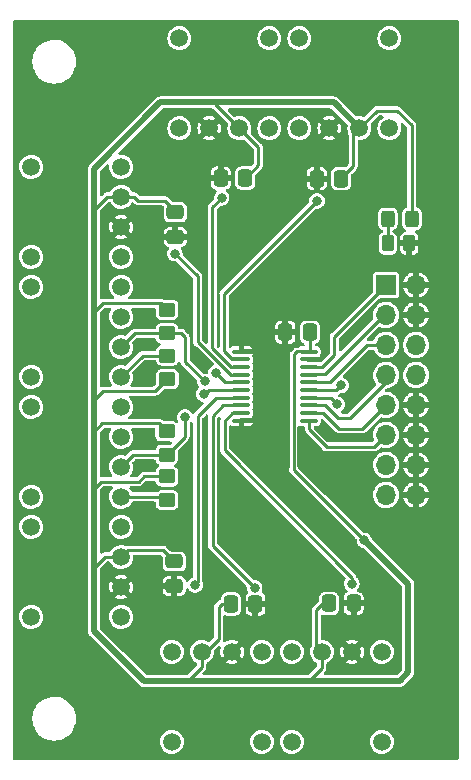
<source format=gtl>
G04 #@! TF.GenerationSoftware,KiCad,Pcbnew,(6.0.6)*
G04 #@! TF.CreationDate,2022-08-29T16:25:24+02:00*
G04 #@! TF.ProjectId,optic-transceiver-board-2t6r,6f707469-632d-4747-9261-6e7363656976,rev?*
G04 #@! TF.SameCoordinates,Original*
G04 #@! TF.FileFunction,Copper,L1,Top*
G04 #@! TF.FilePolarity,Positive*
%FSLAX46Y46*%
G04 Gerber Fmt 4.6, Leading zero omitted, Abs format (unit mm)*
G04 Created by KiCad (PCBNEW (6.0.6)) date 2022-08-29 16:25:24*
%MOMM*%
%LPD*%
G01*
G04 APERTURE LIST*
G04 Aperture macros list*
%AMRoundRect*
0 Rectangle with rounded corners*
0 $1 Rounding radius*
0 $2 $3 $4 $5 $6 $7 $8 $9 X,Y pos of 4 corners*
0 Add a 4 corners polygon primitive as box body*
4,1,4,$2,$3,$4,$5,$6,$7,$8,$9,$2,$3,0*
0 Add four circle primitives for the rounded corners*
1,1,$1+$1,$2,$3*
1,1,$1+$1,$4,$5*
1,1,$1+$1,$6,$7*
1,1,$1+$1,$8,$9*
0 Add four rect primitives between the rounded corners*
20,1,$1+$1,$2,$3,$4,$5,0*
20,1,$1+$1,$4,$5,$6,$7,0*
20,1,$1+$1,$6,$7,$8,$9,0*
20,1,$1+$1,$8,$9,$2,$3,0*%
G04 Aperture macros list end*
G04 #@! TA.AperFunction,SMDPad,CuDef*
%ADD10RoundRect,0.250000X0.337500X0.475000X-0.337500X0.475000X-0.337500X-0.475000X0.337500X-0.475000X0*%
G04 #@! TD*
G04 #@! TA.AperFunction,SMDPad,CuDef*
%ADD11RoundRect,0.250000X0.475000X-0.337500X0.475000X0.337500X-0.475000X0.337500X-0.475000X-0.337500X0*%
G04 #@! TD*
G04 #@! TA.AperFunction,SMDPad,CuDef*
%ADD12RoundRect,0.250000X-0.325000X-0.450000X0.325000X-0.450000X0.325000X0.450000X-0.325000X0.450000X0*%
G04 #@! TD*
G04 #@! TA.AperFunction,SMDPad,CuDef*
%ADD13RoundRect,0.250000X-0.337500X-0.475000X0.337500X-0.475000X0.337500X0.475000X-0.337500X0.475000X0*%
G04 #@! TD*
G04 #@! TA.AperFunction,SMDPad,CuDef*
%ADD14RoundRect,0.250000X0.450000X-0.350000X0.450000X0.350000X-0.450000X0.350000X-0.450000X-0.350000X0*%
G04 #@! TD*
G04 #@! TA.AperFunction,ComponentPad*
%ADD15C,1.515000*%
G04 #@! TD*
G04 #@! TA.AperFunction,SMDPad,CuDef*
%ADD16RoundRect,0.250000X-0.450000X0.350000X-0.450000X-0.350000X0.450000X-0.350000X0.450000X0.350000X0*%
G04 #@! TD*
G04 #@! TA.AperFunction,SMDPad,CuDef*
%ADD17RoundRect,0.250000X-0.262500X-0.450000X0.262500X-0.450000X0.262500X0.450000X-0.262500X0.450000X0*%
G04 #@! TD*
G04 #@! TA.AperFunction,ComponentPad*
%ADD18R,1.700000X1.700000*%
G04 #@! TD*
G04 #@! TA.AperFunction,ComponentPad*
%ADD19O,1.700000X1.700000*%
G04 #@! TD*
G04 #@! TA.AperFunction,SMDPad,CuDef*
%ADD20RoundRect,0.100000X-0.637500X-0.100000X0.637500X-0.100000X0.637500X0.100000X-0.637500X0.100000X0*%
G04 #@! TD*
G04 #@! TA.AperFunction,ViaPad*
%ADD21C,0.800000*%
G04 #@! TD*
G04 #@! TA.AperFunction,Conductor*
%ADD22C,0.500000*%
G04 #@! TD*
G04 #@! TA.AperFunction,Conductor*
%ADD23C,0.254000*%
G04 #@! TD*
G04 APERTURE END LIST*
D10*
X112064800Y-92913200D03*
X109989800Y-92913200D03*
D11*
X96875600Y-91436100D03*
X96875600Y-89361100D03*
D12*
X114951400Y-60350400D03*
X117001400Y-60350400D03*
D13*
X108944500Y-56946800D03*
X111019500Y-56946800D03*
D14*
X96240600Y-80333600D03*
X96240600Y-78333600D03*
X96266000Y-84159600D03*
X96266000Y-82159600D03*
D15*
X107467400Y-52679600D03*
X110007400Y-52679600D03*
X112547400Y-52679600D03*
X115087400Y-52679600D03*
X115087400Y-45059600D03*
X107467400Y-45059600D03*
D16*
X96291400Y-71923400D03*
X96291400Y-73923400D03*
D15*
X92379800Y-94056200D03*
X92379800Y-91516200D03*
X92379800Y-88976200D03*
X92379800Y-86436200D03*
X84759800Y-86436200D03*
X84759800Y-94056200D03*
X114461800Y-97007800D03*
X111921800Y-97007800D03*
X109381800Y-97007800D03*
X106841800Y-97007800D03*
X106841800Y-104627800D03*
X114461800Y-104627800D03*
D17*
X114960400Y-62433200D03*
X116785400Y-62433200D03*
D15*
X92379800Y-83896200D03*
X92379800Y-81356200D03*
X92379800Y-78816200D03*
X92379800Y-76276200D03*
X84759800Y-76276200D03*
X84759800Y-83896200D03*
D18*
X114808000Y-65957800D03*
D19*
X117348000Y-65957800D03*
X114808000Y-68497800D03*
X117348000Y-68497800D03*
X114808000Y-71037800D03*
X117348000Y-71037800D03*
X114808000Y-73577800D03*
X117348000Y-73577800D03*
X114808000Y-76117800D03*
X117348000Y-76117800D03*
X114808000Y-78657800D03*
X117348000Y-78657800D03*
X114808000Y-81197800D03*
X117348000Y-81197800D03*
X114808000Y-83737800D03*
X117348000Y-83737800D03*
D14*
X96266000Y-70046600D03*
X96266000Y-68046600D03*
D15*
X92379800Y-63576200D03*
X92379800Y-61036200D03*
X92379800Y-58496200D03*
X92379800Y-55956200D03*
X84759800Y-55956200D03*
X84759800Y-63576200D03*
X104301600Y-97007800D03*
X101761600Y-97007800D03*
X99221600Y-97007800D03*
X96681600Y-97007800D03*
X96681600Y-104627800D03*
X104301600Y-104627800D03*
D20*
X102547500Y-71598600D03*
X102547500Y-72248600D03*
X102547500Y-72898600D03*
X102547500Y-73548600D03*
X102547500Y-74198600D03*
X102547500Y-74848600D03*
X102547500Y-75498600D03*
X102547500Y-76148600D03*
X102547500Y-76798600D03*
X102547500Y-77448600D03*
X108272500Y-77448600D03*
X108272500Y-76798600D03*
X108272500Y-76148600D03*
X108272500Y-75498600D03*
X108272500Y-74848600D03*
X108272500Y-74198600D03*
X108272500Y-73548600D03*
X108272500Y-72898600D03*
X108272500Y-72248600D03*
X108272500Y-71598600D03*
D11*
X96977200Y-61874400D03*
X96977200Y-59799400D03*
D15*
X97307400Y-52679600D03*
X99847400Y-52679600D03*
X102387400Y-52679600D03*
X104927400Y-52679600D03*
X104927400Y-45059600D03*
X97307400Y-45059600D03*
D13*
X100816500Y-56896000D03*
X102891500Y-56896000D03*
D15*
X92379800Y-73736200D03*
X92379800Y-71196200D03*
X92379800Y-68656200D03*
X92379800Y-66116200D03*
X84759800Y-66116200D03*
X84759800Y-73736200D03*
D13*
X106281400Y-69951600D03*
X108356400Y-69951600D03*
D10*
X103755100Y-92964000D03*
X101680100Y-92964000D03*
D21*
X94386400Y-81280000D03*
X88392000Y-63296800D03*
X106273600Y-69951600D03*
X94132400Y-78994000D03*
X119329200Y-78689200D03*
X90373200Y-53136800D03*
X119227600Y-65938400D03*
X103987600Y-100888800D03*
X118567200Y-56286400D03*
X102463600Y-78536800D03*
X112420400Y-50292000D03*
X112268000Y-60350400D03*
X119329200Y-83769200D03*
X88442800Y-93522800D03*
X93929200Y-96418400D03*
X98044000Y-48920400D03*
X113893600Y-100990400D03*
X106629200Y-83464400D03*
X101346000Y-63906400D03*
X105968800Y-76149200D03*
X107188000Y-48920400D03*
X88392000Y-83870800D03*
X119329200Y-75996800D03*
X88544400Y-73914000D03*
X101396800Y-82651600D03*
X107797600Y-66497200D03*
X105968800Y-91897200D03*
X119278400Y-68478400D03*
X97332800Y-75438000D03*
X105105200Y-88138000D03*
X113233200Y-73964800D03*
X119329200Y-81178400D03*
X98755200Y-72085200D03*
X92710000Y-100685600D03*
X114655600Y-92811600D03*
X105562400Y-59029600D03*
X96266000Y-68021200D03*
X97028000Y-59791600D03*
X96926400Y-89408000D03*
X102920800Y-56896000D03*
X109982000Y-92913200D03*
X112979200Y-87579200D03*
X110998000Y-56896000D03*
X108356400Y-69951600D03*
X96266000Y-82143600D03*
X96266000Y-78333600D03*
X96266000Y-73914000D03*
X101701600Y-92964000D03*
X100380800Y-73406000D03*
X99356114Y-75164914D03*
X99466400Y-74117200D03*
X110998000Y-74457500D03*
X108966000Y-58826400D03*
X100888800Y-58572400D03*
X96926400Y-63296800D03*
X98653600Y-91338400D03*
X103682800Y-91585500D03*
X111912400Y-91236800D03*
X97790000Y-77114400D03*
X110693200Y-76047600D03*
D22*
X90068400Y-78536800D02*
X90068400Y-75692000D01*
X108305600Y-99466400D02*
X98044000Y-99466400D01*
D23*
X93827600Y-58826400D02*
X96113600Y-58826400D01*
D22*
X110363000Y-50495200D02*
X112547400Y-52679600D01*
D23*
X117001400Y-52434600D02*
X115773200Y-51206400D01*
D22*
X95707200Y-50495200D02*
X100330000Y-50495200D01*
D23*
X90830400Y-74930000D02*
X90068400Y-75692000D01*
D22*
X90068400Y-59639200D02*
X90068400Y-56134000D01*
X116687600Y-98755200D02*
X115976400Y-99466400D01*
D23*
X103987600Y-54279800D02*
X103987600Y-55829200D01*
D22*
X94284800Y-99466400D02*
X90170000Y-95351600D01*
D23*
X108915200Y-93472000D02*
X108915200Y-96541200D01*
X117001400Y-60350400D02*
X117001400Y-52434600D01*
X102387400Y-52679600D02*
X100330000Y-50622200D01*
X93497400Y-58496200D02*
X93827600Y-58826400D01*
X112014000Y-55880000D02*
X112014000Y-53213000D01*
D22*
X116687600Y-91287600D02*
X116687600Y-98755200D01*
D23*
X97028000Y-59740800D02*
X97028000Y-59791600D01*
X90775100Y-77677700D02*
X90068400Y-78384400D01*
X108915200Y-96541200D02*
X109381800Y-97007800D01*
X95910400Y-88392000D02*
X92964000Y-88392000D01*
X94319600Y-82159600D02*
X93878400Y-82600800D01*
D22*
X90068400Y-56134000D02*
X95707200Y-50495200D01*
D23*
X96113600Y-58826400D02*
X97028000Y-59740800D01*
X114020600Y-51206400D02*
X112547400Y-52679600D01*
D22*
X112979200Y-87579200D02*
X116687600Y-91287600D01*
D23*
X92379800Y-58496200D02*
X91211400Y-58496200D01*
D22*
X90068400Y-95250000D02*
X90068400Y-89916000D01*
D23*
X96266000Y-82159600D02*
X94319600Y-82159600D01*
X103987600Y-55829200D02*
X102920800Y-56896000D01*
D22*
X90068400Y-83210400D02*
X90068400Y-78536800D01*
X90068400Y-89916000D02*
X90068400Y-83210400D01*
D23*
X90678000Y-82600800D02*
X90068400Y-83210400D01*
X108272500Y-71598600D02*
X108251100Y-71577200D01*
D22*
X98044000Y-99466400D02*
X94284800Y-99466400D01*
X100330000Y-50495200D02*
X110363000Y-50495200D01*
D23*
X102387400Y-52679600D02*
X103987600Y-54279800D01*
D22*
X90068400Y-75692000D02*
X90068400Y-68275200D01*
D23*
X107238800Y-71577200D02*
X106984800Y-71831200D01*
X95284800Y-74930000D02*
X90830400Y-74930000D01*
D22*
X90068400Y-68275200D02*
X90068400Y-59639200D01*
D23*
X109982000Y-92913200D02*
X109474000Y-92913200D01*
X109381800Y-98390200D02*
X108305600Y-99466400D01*
X100634800Y-93218000D02*
X100888800Y-92964000D01*
X95737100Y-67517700D02*
X90825900Y-67517700D01*
X92379800Y-58496200D02*
X93497400Y-58496200D01*
X96291400Y-73923400D02*
X95284800Y-74930000D01*
X109474000Y-92913200D02*
X108915200Y-93472000D01*
X108356400Y-71514700D02*
X108272500Y-71598600D01*
D22*
X108305600Y-99466400D02*
X115976400Y-99466400D01*
D23*
X90825900Y-67517700D02*
X90068400Y-68275200D01*
X115773200Y-51206400D02*
X114020600Y-51206400D01*
X110998000Y-56896000D02*
X112014000Y-55880000D01*
X90068400Y-78384400D02*
X90068400Y-78536800D01*
X91008200Y-88976200D02*
X90068400Y-89916000D01*
X100634800Y-95961200D02*
X100634800Y-93218000D01*
X106984800Y-71831200D02*
X106984800Y-81584800D01*
X99588200Y-97007800D02*
X100634800Y-95961200D01*
X91211400Y-58496200D02*
X90068400Y-59639200D01*
X108356400Y-69951600D02*
X108356400Y-71514700D01*
X96266000Y-78333600D02*
X95610100Y-77677700D01*
X99221600Y-97007800D02*
X99221600Y-98288800D01*
X106984800Y-81584800D02*
X112979200Y-87579200D01*
X92964000Y-88392000D02*
X92379800Y-88976200D01*
X96926400Y-89408000D02*
X95910400Y-88392000D01*
X92379800Y-88976200D02*
X91008200Y-88976200D01*
X93878400Y-82600800D02*
X90678000Y-82600800D01*
X109381800Y-97007800D02*
X109381800Y-98390200D01*
X99221600Y-97007800D02*
X99588200Y-97007800D01*
X100888800Y-92964000D02*
X101701600Y-92964000D01*
X99221600Y-98288800D02*
X98044000Y-99466400D01*
X112014000Y-53213000D02*
X112547400Y-52679600D01*
X100330000Y-50622200D02*
X100330000Y-50495200D01*
X95610100Y-77677700D02*
X90775100Y-77677700D01*
D22*
X90170000Y-95351600D02*
X90068400Y-95250000D01*
D23*
X96266000Y-68046600D02*
X95737100Y-67517700D01*
X108251100Y-71577200D02*
X107238800Y-71577200D01*
X114951400Y-62424200D02*
X114960400Y-62433200D01*
X114951400Y-60350400D02*
X114951400Y-62424200D01*
X110439200Y-70326600D02*
X114808000Y-65957800D01*
X108272500Y-72898600D02*
X109422600Y-72898600D01*
X109422600Y-72898600D02*
X110439200Y-71882000D01*
X110439200Y-71882000D02*
X110439200Y-70326600D01*
X109620000Y-73488600D02*
X114610800Y-68497800D01*
X108332500Y-73488600D02*
X109620000Y-73488600D01*
X108272500Y-73548600D02*
X108332500Y-73488600D01*
X114610800Y-68497800D02*
X114808000Y-68497800D01*
X108272500Y-74198600D02*
X110053000Y-74198600D01*
X110053000Y-74198600D02*
X113213800Y-71037800D01*
X113213800Y-71037800D02*
X114808000Y-71037800D01*
X100380800Y-73406000D02*
X101173400Y-74198600D01*
X101173400Y-74198600D02*
X102547500Y-74198600D01*
X114808000Y-74168000D02*
X114808000Y-73577800D01*
X108272500Y-76148600D02*
X109676600Y-76148600D01*
X109676600Y-76148600D02*
X110744000Y-77216000D01*
X111760000Y-77216000D02*
X114808000Y-74168000D01*
X110744000Y-77216000D02*
X111760000Y-77216000D01*
X99839501Y-74848600D02*
X102547500Y-74848600D01*
X99356114Y-75164914D02*
X99523187Y-75164914D01*
X99523187Y-75164914D02*
X99839501Y-74848600D01*
X110845600Y-78130400D02*
X109513800Y-76798600D01*
X112795400Y-78130400D02*
X110845600Y-78130400D01*
X109513800Y-76798600D02*
X108272500Y-76798600D01*
X114808000Y-76117800D02*
X112795400Y-78130400D01*
X109778800Y-79654400D02*
X108272500Y-78148100D01*
X114808000Y-78657800D02*
X113811400Y-79654400D01*
X108272500Y-78148100D02*
X108272500Y-77448600D01*
X113811400Y-79654400D02*
X109778800Y-79654400D01*
X96291400Y-71923400D02*
X94192600Y-71923400D01*
X94192600Y-71923400D02*
X92379800Y-73736200D01*
X96266000Y-70046600D02*
X93529400Y-70046600D01*
X110998000Y-74457500D02*
X110606900Y-74848600D01*
X99466400Y-74117200D02*
X97790000Y-72440800D01*
X110606900Y-74848600D02*
X108272500Y-74848600D01*
X97790000Y-72440800D02*
X97790000Y-70358000D01*
X97478600Y-70046600D02*
X96266000Y-70046600D01*
X93529400Y-70046600D02*
X92379800Y-71196200D01*
X97790000Y-70358000D02*
X97478600Y-70046600D01*
X101092000Y-71560837D02*
X101779763Y-72248600D01*
X101092000Y-66700400D02*
X101092000Y-71560837D01*
X108966000Y-58826400D02*
X101092000Y-66700400D01*
X101779763Y-72248600D02*
X102547500Y-72248600D01*
X100076000Y-71263257D02*
X100076000Y-59385200D01*
X100076000Y-59385200D02*
X100888800Y-58572400D01*
X101711343Y-72898600D02*
X100076000Y-71263257D01*
X102547500Y-72898600D02*
X101711343Y-72898600D01*
X98856800Y-70764400D02*
X101641000Y-73548600D01*
X98856800Y-65227200D02*
X98856800Y-70764400D01*
X101641000Y-73548600D02*
X102547500Y-73548600D01*
X96926400Y-63296800D02*
X98856800Y-65227200D01*
X102547500Y-75498600D02*
X100421800Y-75498600D01*
X98856800Y-77063600D02*
X98856800Y-91135200D01*
X98856800Y-91135200D02*
X98653600Y-91338400D01*
X100421800Y-75498600D02*
X98856800Y-77063600D01*
X100126800Y-88029500D02*
X100126800Y-77063600D01*
X103682800Y-91585500D02*
X100126800Y-88029500D01*
X100126800Y-77063600D02*
X101041800Y-76148600D01*
X101041800Y-76148600D02*
X102547500Y-76148600D01*
X101142800Y-77435563D02*
X101779763Y-76798600D01*
X111912400Y-90728800D02*
X101142800Y-79959200D01*
X101779763Y-76798600D02*
X102547500Y-76798600D01*
X101142800Y-79959200D02*
X101142800Y-77435563D01*
X111912400Y-91236800D02*
X111912400Y-90728800D01*
X96266000Y-84159600D02*
X96002600Y-83896200D01*
X96002600Y-83896200D02*
X92379800Y-83896200D01*
X97790000Y-78784200D02*
X96240600Y-80333600D01*
X110693200Y-76047600D02*
X110144200Y-75498600D01*
X110144200Y-75498600D02*
X108272500Y-75498600D01*
X97790000Y-77114400D02*
X97790000Y-78784200D01*
X93402400Y-80333600D02*
X92379800Y-81356200D01*
X96240600Y-80333600D02*
X93402400Y-80333600D01*
G04 #@! TA.AperFunction,Conductor*
G36*
X120895621Y-43522702D02*
G01*
X120942114Y-43576358D01*
X120953500Y-43628700D01*
X120953500Y-106036900D01*
X120933498Y-106105021D01*
X120879842Y-106151514D01*
X120827500Y-106162900D01*
X83328900Y-106162900D01*
X83260779Y-106142898D01*
X83214286Y-106089242D01*
X83202900Y-106036900D01*
X83202900Y-104613602D01*
X95664802Y-104613602D01*
X95681409Y-104811369D01*
X95736113Y-105002145D01*
X95738931Y-105007627D01*
X95738932Y-105007631D01*
X95824010Y-105173175D01*
X95824013Y-105173179D01*
X95826830Y-105178661D01*
X95950106Y-105334196D01*
X96101243Y-105462824D01*
X96274486Y-105559647D01*
X96463236Y-105620975D01*
X96660304Y-105644474D01*
X96666439Y-105644002D01*
X96666441Y-105644002D01*
X96852040Y-105629721D01*
X96852044Y-105629720D01*
X96858182Y-105629248D01*
X97049335Y-105575877D01*
X97132935Y-105533648D01*
X97220980Y-105489174D01*
X97220982Y-105489173D01*
X97226481Y-105486395D01*
X97382872Y-105364208D01*
X97386898Y-105359544D01*
X97386901Y-105359541D01*
X97508523Y-105218640D01*
X97508524Y-105218638D01*
X97512552Y-105213972D01*
X97610582Y-105041409D01*
X97673226Y-104853092D01*
X97698101Y-104656193D01*
X97698497Y-104627800D01*
X97697105Y-104613602D01*
X103284802Y-104613602D01*
X103301409Y-104811369D01*
X103356113Y-105002145D01*
X103358931Y-105007627D01*
X103358932Y-105007631D01*
X103444010Y-105173175D01*
X103444013Y-105173179D01*
X103446830Y-105178661D01*
X103570106Y-105334196D01*
X103721243Y-105462824D01*
X103894486Y-105559647D01*
X104083236Y-105620975D01*
X104280304Y-105644474D01*
X104286439Y-105644002D01*
X104286441Y-105644002D01*
X104472040Y-105629721D01*
X104472044Y-105629720D01*
X104478182Y-105629248D01*
X104669335Y-105575877D01*
X104752935Y-105533648D01*
X104840980Y-105489174D01*
X104840982Y-105489173D01*
X104846481Y-105486395D01*
X105002872Y-105364208D01*
X105006898Y-105359544D01*
X105006901Y-105359541D01*
X105128523Y-105218640D01*
X105128524Y-105218638D01*
X105132552Y-105213972D01*
X105230582Y-105041409D01*
X105293226Y-104853092D01*
X105318101Y-104656193D01*
X105318497Y-104627800D01*
X105317105Y-104613602D01*
X105825002Y-104613602D01*
X105841609Y-104811369D01*
X105896313Y-105002145D01*
X105899131Y-105007627D01*
X105899132Y-105007631D01*
X105984210Y-105173175D01*
X105984213Y-105173179D01*
X105987030Y-105178661D01*
X106110306Y-105334196D01*
X106261443Y-105462824D01*
X106434686Y-105559647D01*
X106623436Y-105620975D01*
X106820504Y-105644474D01*
X106826639Y-105644002D01*
X106826641Y-105644002D01*
X107012240Y-105629721D01*
X107012244Y-105629720D01*
X107018382Y-105629248D01*
X107209535Y-105575877D01*
X107293135Y-105533648D01*
X107381180Y-105489174D01*
X107381182Y-105489173D01*
X107386681Y-105486395D01*
X107543072Y-105364208D01*
X107547098Y-105359544D01*
X107547101Y-105359541D01*
X107668723Y-105218640D01*
X107668724Y-105218638D01*
X107672752Y-105213972D01*
X107770782Y-105041409D01*
X107833426Y-104853092D01*
X107858301Y-104656193D01*
X107858697Y-104627800D01*
X107857305Y-104613602D01*
X113445002Y-104613602D01*
X113461609Y-104811369D01*
X113516313Y-105002145D01*
X113519131Y-105007627D01*
X113519132Y-105007631D01*
X113604210Y-105173175D01*
X113604213Y-105173179D01*
X113607030Y-105178661D01*
X113730306Y-105334196D01*
X113881443Y-105462824D01*
X114054686Y-105559647D01*
X114243436Y-105620975D01*
X114440504Y-105644474D01*
X114446639Y-105644002D01*
X114446641Y-105644002D01*
X114632240Y-105629721D01*
X114632244Y-105629720D01*
X114638382Y-105629248D01*
X114829535Y-105575877D01*
X114913135Y-105533648D01*
X115001180Y-105489174D01*
X115001182Y-105489173D01*
X115006681Y-105486395D01*
X115163072Y-105364208D01*
X115167098Y-105359544D01*
X115167101Y-105359541D01*
X115288723Y-105218640D01*
X115288724Y-105218638D01*
X115292752Y-105213972D01*
X115390782Y-105041409D01*
X115453426Y-104853092D01*
X115478301Y-104656193D01*
X115478697Y-104627800D01*
X115459330Y-104430284D01*
X115457549Y-104424385D01*
X115457548Y-104424380D01*
X115403749Y-104246190D01*
X115401968Y-104240291D01*
X115334772Y-104113913D01*
X115311689Y-104070500D01*
X115311687Y-104070497D01*
X115308795Y-104065058D01*
X115304905Y-104060288D01*
X115304902Y-104060284D01*
X115187255Y-103916035D01*
X115187252Y-103916032D01*
X115183360Y-103911260D01*
X115176971Y-103905974D01*
X115035190Y-103788682D01*
X115030442Y-103784754D01*
X115025025Y-103781825D01*
X115025022Y-103781823D01*
X114861283Y-103693290D01*
X114861278Y-103693288D01*
X114855863Y-103690360D01*
X114666276Y-103631673D01*
X114660151Y-103631029D01*
X114660150Y-103631029D01*
X114475027Y-103611572D01*
X114475026Y-103611572D01*
X114468899Y-103610928D01*
X114346221Y-103622092D01*
X114277394Y-103628356D01*
X114277393Y-103628356D01*
X114271253Y-103628915D01*
X114265339Y-103630656D01*
X114265337Y-103630656D01*
X114135737Y-103668800D01*
X114080864Y-103684950D01*
X113904985Y-103776897D01*
X113750314Y-103901255D01*
X113622745Y-104053287D01*
X113619781Y-104058679D01*
X113619778Y-104058683D01*
X113613282Y-104070500D01*
X113527134Y-104227202D01*
X113467125Y-104416375D01*
X113466439Y-104422492D01*
X113466438Y-104422496D01*
X113445689Y-104607477D01*
X113445002Y-104613602D01*
X107857305Y-104613602D01*
X107839330Y-104430284D01*
X107837549Y-104424385D01*
X107837548Y-104424380D01*
X107783749Y-104246190D01*
X107781968Y-104240291D01*
X107714772Y-104113913D01*
X107691689Y-104070500D01*
X107691687Y-104070497D01*
X107688795Y-104065058D01*
X107684905Y-104060288D01*
X107684902Y-104060284D01*
X107567255Y-103916035D01*
X107567252Y-103916032D01*
X107563360Y-103911260D01*
X107556971Y-103905974D01*
X107415190Y-103788682D01*
X107410442Y-103784754D01*
X107405025Y-103781825D01*
X107405022Y-103781823D01*
X107241283Y-103693290D01*
X107241278Y-103693288D01*
X107235863Y-103690360D01*
X107046276Y-103631673D01*
X107040151Y-103631029D01*
X107040150Y-103631029D01*
X106855027Y-103611572D01*
X106855026Y-103611572D01*
X106848899Y-103610928D01*
X106726221Y-103622092D01*
X106657394Y-103628356D01*
X106657393Y-103628356D01*
X106651253Y-103628915D01*
X106645339Y-103630656D01*
X106645337Y-103630656D01*
X106515737Y-103668800D01*
X106460864Y-103684950D01*
X106284985Y-103776897D01*
X106130314Y-103901255D01*
X106002745Y-104053287D01*
X105999781Y-104058679D01*
X105999778Y-104058683D01*
X105993282Y-104070500D01*
X105907134Y-104227202D01*
X105847125Y-104416375D01*
X105846439Y-104422492D01*
X105846438Y-104422496D01*
X105825689Y-104607477D01*
X105825002Y-104613602D01*
X105317105Y-104613602D01*
X105299130Y-104430284D01*
X105297349Y-104424385D01*
X105297348Y-104424380D01*
X105243549Y-104246190D01*
X105241768Y-104240291D01*
X105174572Y-104113913D01*
X105151489Y-104070500D01*
X105151487Y-104070497D01*
X105148595Y-104065058D01*
X105144705Y-104060288D01*
X105144702Y-104060284D01*
X105027055Y-103916035D01*
X105027052Y-103916032D01*
X105023160Y-103911260D01*
X105016771Y-103905974D01*
X104874990Y-103788682D01*
X104870242Y-103784754D01*
X104864825Y-103781825D01*
X104864822Y-103781823D01*
X104701083Y-103693290D01*
X104701078Y-103693288D01*
X104695663Y-103690360D01*
X104506076Y-103631673D01*
X104499951Y-103631029D01*
X104499950Y-103631029D01*
X104314827Y-103611572D01*
X104314826Y-103611572D01*
X104308699Y-103610928D01*
X104186021Y-103622092D01*
X104117194Y-103628356D01*
X104117193Y-103628356D01*
X104111053Y-103628915D01*
X104105139Y-103630656D01*
X104105137Y-103630656D01*
X103975537Y-103668800D01*
X103920664Y-103684950D01*
X103744785Y-103776897D01*
X103590114Y-103901255D01*
X103462545Y-104053287D01*
X103459581Y-104058679D01*
X103459578Y-104058683D01*
X103453082Y-104070500D01*
X103366934Y-104227202D01*
X103306925Y-104416375D01*
X103306239Y-104422492D01*
X103306238Y-104422496D01*
X103285489Y-104607477D01*
X103284802Y-104613602D01*
X97697105Y-104613602D01*
X97679130Y-104430284D01*
X97677349Y-104424385D01*
X97677348Y-104424380D01*
X97623549Y-104246190D01*
X97621768Y-104240291D01*
X97554572Y-104113913D01*
X97531489Y-104070500D01*
X97531487Y-104070497D01*
X97528595Y-104065058D01*
X97524705Y-104060288D01*
X97524702Y-104060284D01*
X97407055Y-103916035D01*
X97407052Y-103916032D01*
X97403160Y-103911260D01*
X97396771Y-103905974D01*
X97254990Y-103788682D01*
X97250242Y-103784754D01*
X97244825Y-103781825D01*
X97244822Y-103781823D01*
X97081083Y-103693290D01*
X97081078Y-103693288D01*
X97075663Y-103690360D01*
X96886076Y-103631673D01*
X96879951Y-103631029D01*
X96879950Y-103631029D01*
X96694827Y-103611572D01*
X96694826Y-103611572D01*
X96688699Y-103610928D01*
X96566021Y-103622092D01*
X96497194Y-103628356D01*
X96497193Y-103628356D01*
X96491053Y-103628915D01*
X96485139Y-103630656D01*
X96485137Y-103630656D01*
X96355537Y-103668800D01*
X96300664Y-103684950D01*
X96124785Y-103776897D01*
X95970114Y-103901255D01*
X95842545Y-104053287D01*
X95839581Y-104058679D01*
X95839578Y-104058683D01*
X95833082Y-104070500D01*
X95746934Y-104227202D01*
X95686925Y-104416375D01*
X95686239Y-104422492D01*
X95686238Y-104422496D01*
X95665489Y-104607477D01*
X95664802Y-104613602D01*
X83202900Y-104613602D01*
X83202900Y-102708986D01*
X84856618Y-102708986D01*
X84882179Y-102976900D01*
X84946147Y-103238318D01*
X85047183Y-103487763D01*
X85183169Y-103720010D01*
X85351258Y-103930195D01*
X85547927Y-104113913D01*
X85769057Y-104267316D01*
X86010016Y-104387191D01*
X86014350Y-104388612D01*
X86014353Y-104388613D01*
X86261423Y-104469607D01*
X86261429Y-104469608D01*
X86265756Y-104471027D01*
X86270247Y-104471807D01*
X86270248Y-104471807D01*
X86527138Y-104516411D01*
X86527146Y-104516412D01*
X86530919Y-104517067D01*
X86534756Y-104517258D01*
X86614377Y-104521222D01*
X86614385Y-104521222D01*
X86615948Y-104521300D01*
X86783974Y-104521300D01*
X86786242Y-104521135D01*
X86786254Y-104521135D01*
X86917057Y-104511644D01*
X86984025Y-104506785D01*
X86988480Y-104505801D01*
X86988483Y-104505801D01*
X87242370Y-104449747D01*
X87242372Y-104449746D01*
X87246826Y-104448763D01*
X87498500Y-104353413D01*
X87711956Y-104234849D01*
X87729779Y-104224949D01*
X87729780Y-104224948D01*
X87733772Y-104222731D01*
X87880442Y-104110796D01*
X87944091Y-104062221D01*
X87944095Y-104062217D01*
X87947716Y-104059454D01*
X88135849Y-103867003D01*
X88201435Y-103776897D01*
X88291542Y-103653104D01*
X88291547Y-103653097D01*
X88294230Y-103649410D01*
X88419541Y-103411233D01*
X88509157Y-103157462D01*
X88534288Y-103029956D01*
X88560320Y-102897883D01*
X88560321Y-102897877D01*
X88561201Y-102893411D01*
X88570382Y-102708986D01*
X88574355Y-102629183D01*
X88574355Y-102629177D01*
X88574582Y-102624614D01*
X88549021Y-102356700D01*
X88485053Y-102095282D01*
X88384017Y-101845837D01*
X88248031Y-101613590D01*
X88079942Y-101403405D01*
X87883273Y-101219687D01*
X87662143Y-101066284D01*
X87421184Y-100946409D01*
X87416850Y-100944988D01*
X87416847Y-100944987D01*
X87169777Y-100863993D01*
X87169771Y-100863992D01*
X87165444Y-100862573D01*
X87160952Y-100861793D01*
X86904062Y-100817189D01*
X86904054Y-100817188D01*
X86900281Y-100816533D01*
X86890318Y-100816037D01*
X86816823Y-100812378D01*
X86816815Y-100812378D01*
X86815252Y-100812300D01*
X86647226Y-100812300D01*
X86644958Y-100812465D01*
X86644946Y-100812465D01*
X86514143Y-100821956D01*
X86447175Y-100826815D01*
X86442720Y-100827799D01*
X86442717Y-100827799D01*
X86188830Y-100883853D01*
X86188828Y-100883854D01*
X86184374Y-100884837D01*
X85932700Y-100980187D01*
X85697428Y-101110869D01*
X85693796Y-101113641D01*
X85487109Y-101271379D01*
X85487105Y-101271383D01*
X85483484Y-101274146D01*
X85295351Y-101466597D01*
X85292666Y-101470286D01*
X85139658Y-101680496D01*
X85139653Y-101680503D01*
X85136970Y-101684190D01*
X85011659Y-101922367D01*
X84922043Y-102176138D01*
X84921160Y-102180620D01*
X84886455Y-102356700D01*
X84869999Y-102440189D01*
X84869772Y-102444742D01*
X84869772Y-102444745D01*
X84860591Y-102629183D01*
X84856618Y-102708986D01*
X83202900Y-102708986D01*
X83202900Y-94042002D01*
X83743002Y-94042002D01*
X83759609Y-94239769D01*
X83814313Y-94430545D01*
X83817131Y-94436027D01*
X83817132Y-94436031D01*
X83902210Y-94601575D01*
X83902213Y-94601579D01*
X83905030Y-94607061D01*
X84028306Y-94762596D01*
X84179443Y-94891224D01*
X84352686Y-94988047D01*
X84541436Y-95049375D01*
X84738504Y-95072874D01*
X84744639Y-95072402D01*
X84744641Y-95072402D01*
X84930240Y-95058121D01*
X84930244Y-95058120D01*
X84936382Y-95057648D01*
X85127535Y-95004277D01*
X85211135Y-94962048D01*
X85299180Y-94917574D01*
X85299182Y-94917573D01*
X85304681Y-94914795D01*
X85461072Y-94792608D01*
X85465098Y-94787944D01*
X85465101Y-94787941D01*
X85586723Y-94647040D01*
X85586724Y-94647038D01*
X85590752Y-94642372D01*
X85688782Y-94469809D01*
X85751426Y-94281492D01*
X85776301Y-94084593D01*
X85776697Y-94056200D01*
X85757330Y-93858684D01*
X85755549Y-93852785D01*
X85755548Y-93852780D01*
X85701749Y-93674590D01*
X85699968Y-93668691D01*
X85639966Y-93555843D01*
X85609689Y-93498900D01*
X85609687Y-93498897D01*
X85606795Y-93493458D01*
X85602905Y-93488688D01*
X85602902Y-93488684D01*
X85485255Y-93344435D01*
X85485252Y-93344432D01*
X85481360Y-93339660D01*
X85474971Y-93334374D01*
X85333190Y-93217082D01*
X85328442Y-93213154D01*
X85323025Y-93210225D01*
X85323022Y-93210223D01*
X85159283Y-93121690D01*
X85159278Y-93121688D01*
X85153863Y-93118760D01*
X84964276Y-93060073D01*
X84958151Y-93059429D01*
X84958150Y-93059429D01*
X84773027Y-93039972D01*
X84773026Y-93039972D01*
X84766899Y-93039328D01*
X84644221Y-93050492D01*
X84575394Y-93056756D01*
X84575393Y-93056756D01*
X84569253Y-93057315D01*
X84563339Y-93059056D01*
X84563337Y-93059056D01*
X84433737Y-93097200D01*
X84378864Y-93113350D01*
X84202985Y-93205297D01*
X84198185Y-93209157D01*
X84198184Y-93209157D01*
X84179891Y-93223865D01*
X84048314Y-93329655D01*
X83920745Y-93481687D01*
X83917781Y-93487079D01*
X83917778Y-93487083D01*
X83837579Y-93632964D01*
X83825134Y-93655602D01*
X83765125Y-93844775D01*
X83764439Y-93850892D01*
X83764438Y-93850896D01*
X83743689Y-94035877D01*
X83743002Y-94042002D01*
X83202900Y-94042002D01*
X83202900Y-86422002D01*
X83743002Y-86422002D01*
X83759609Y-86619769D01*
X83814313Y-86810545D01*
X83817131Y-86816027D01*
X83817132Y-86816031D01*
X83902210Y-86981575D01*
X83902213Y-86981579D01*
X83905030Y-86987061D01*
X84028306Y-87142596D01*
X84033000Y-87146591D01*
X84036361Y-87149451D01*
X84179443Y-87271224D01*
X84352686Y-87368047D01*
X84541436Y-87429375D01*
X84738504Y-87452874D01*
X84744639Y-87452402D01*
X84744641Y-87452402D01*
X84930240Y-87438121D01*
X84930244Y-87438120D01*
X84936382Y-87437648D01*
X85127535Y-87384277D01*
X85211135Y-87342048D01*
X85299180Y-87297574D01*
X85299182Y-87297573D01*
X85304681Y-87294795D01*
X85461072Y-87172608D01*
X85465098Y-87167944D01*
X85465101Y-87167941D01*
X85586723Y-87027040D01*
X85586724Y-87027038D01*
X85590752Y-87022372D01*
X85688782Y-86849809D01*
X85751426Y-86661492D01*
X85776301Y-86464593D01*
X85776697Y-86436200D01*
X85757330Y-86238684D01*
X85755549Y-86232785D01*
X85755548Y-86232780D01*
X85701749Y-86054590D01*
X85699968Y-86048691D01*
X85606795Y-85873458D01*
X85602905Y-85868688D01*
X85602902Y-85868684D01*
X85485255Y-85724435D01*
X85485252Y-85724432D01*
X85481360Y-85719660D01*
X85474971Y-85714374D01*
X85333190Y-85597082D01*
X85328442Y-85593154D01*
X85323025Y-85590225D01*
X85323022Y-85590223D01*
X85159283Y-85501690D01*
X85159278Y-85501688D01*
X85153863Y-85498760D01*
X84964276Y-85440073D01*
X84958151Y-85439429D01*
X84958150Y-85439429D01*
X84773027Y-85419972D01*
X84773026Y-85419972D01*
X84766899Y-85419328D01*
X84644221Y-85430492D01*
X84575394Y-85436756D01*
X84575393Y-85436756D01*
X84569253Y-85437315D01*
X84563339Y-85439056D01*
X84563337Y-85439056D01*
X84433737Y-85477200D01*
X84378864Y-85493350D01*
X84202985Y-85585297D01*
X84048314Y-85709655D01*
X83920745Y-85861687D01*
X83917781Y-85867079D01*
X83917778Y-85867083D01*
X83911282Y-85878900D01*
X83825134Y-86035602D01*
X83765125Y-86224775D01*
X83764439Y-86230892D01*
X83764438Y-86230896D01*
X83743689Y-86415877D01*
X83743002Y-86422002D01*
X83202900Y-86422002D01*
X83202900Y-83882002D01*
X83743002Y-83882002D01*
X83743518Y-83888146D01*
X83753097Y-84002214D01*
X83759609Y-84079769D01*
X83814313Y-84270545D01*
X83817131Y-84276027D01*
X83817132Y-84276031D01*
X83902210Y-84441575D01*
X83902213Y-84441579D01*
X83905030Y-84447061D01*
X84028306Y-84602596D01*
X84179443Y-84731224D01*
X84352686Y-84828047D01*
X84541436Y-84889375D01*
X84738504Y-84912874D01*
X84744639Y-84912402D01*
X84744641Y-84912402D01*
X84930240Y-84898121D01*
X84930244Y-84898120D01*
X84936382Y-84897648D01*
X85127535Y-84844277D01*
X85235016Y-84789985D01*
X85299180Y-84757574D01*
X85299182Y-84757573D01*
X85304681Y-84754795D01*
X85312982Y-84748310D01*
X85355754Y-84714892D01*
X85461072Y-84632608D01*
X85465098Y-84627944D01*
X85465101Y-84627941D01*
X85586723Y-84487040D01*
X85586724Y-84487038D01*
X85590752Y-84482372D01*
X85688782Y-84309809D01*
X85751426Y-84121492D01*
X85767447Y-83994676D01*
X85775859Y-83928094D01*
X85775859Y-83928089D01*
X85776301Y-83924593D01*
X85776697Y-83896200D01*
X85757330Y-83698684D01*
X85755549Y-83692785D01*
X85755548Y-83692780D01*
X85701749Y-83514590D01*
X85699968Y-83508691D01*
X85625114Y-83367911D01*
X85609689Y-83338900D01*
X85609687Y-83338897D01*
X85606795Y-83333458D01*
X85602905Y-83328688D01*
X85602902Y-83328684D01*
X85485255Y-83184435D01*
X85485252Y-83184432D01*
X85481360Y-83179660D01*
X85474971Y-83174374D01*
X85333190Y-83057082D01*
X85328442Y-83053154D01*
X85323025Y-83050225D01*
X85323022Y-83050223D01*
X85159283Y-82961690D01*
X85159278Y-82961688D01*
X85153863Y-82958760D01*
X84964276Y-82900073D01*
X84958151Y-82899429D01*
X84958150Y-82899429D01*
X84773027Y-82879972D01*
X84773026Y-82879972D01*
X84766899Y-82879328D01*
X84644221Y-82890492D01*
X84575394Y-82896756D01*
X84575393Y-82896756D01*
X84569253Y-82897315D01*
X84563339Y-82899056D01*
X84563337Y-82899056D01*
X84501554Y-82917240D01*
X84378864Y-82953350D01*
X84202985Y-83045297D01*
X84048314Y-83169655D01*
X83920745Y-83321687D01*
X83917781Y-83327079D01*
X83917778Y-83327083D01*
X83834082Y-83479325D01*
X83825134Y-83495602D01*
X83765125Y-83684775D01*
X83764439Y-83690892D01*
X83764438Y-83690896D01*
X83756861Y-83758447D01*
X83743002Y-83882002D01*
X83202900Y-83882002D01*
X83202900Y-76262002D01*
X83743002Y-76262002D01*
X83743518Y-76268146D01*
X83754234Y-76395756D01*
X83759609Y-76459769D01*
X83814313Y-76650545D01*
X83817131Y-76656027D01*
X83817132Y-76656031D01*
X83902210Y-76821575D01*
X83902213Y-76821579D01*
X83905030Y-76827061D01*
X84028306Y-76982596D01*
X84033000Y-76986591D01*
X84143458Y-77080598D01*
X84179443Y-77111224D01*
X84352686Y-77208047D01*
X84541436Y-77269375D01*
X84738504Y-77292874D01*
X84744639Y-77292402D01*
X84744641Y-77292402D01*
X84930240Y-77278121D01*
X84930244Y-77278120D01*
X84936382Y-77277648D01*
X85127535Y-77224277D01*
X85275586Y-77149492D01*
X85299180Y-77137574D01*
X85299182Y-77137573D01*
X85304681Y-77134795D01*
X85312982Y-77128310D01*
X85349261Y-77099965D01*
X85461072Y-77012608D01*
X85465098Y-77007944D01*
X85465101Y-77007941D01*
X85586723Y-76867040D01*
X85586724Y-76867038D01*
X85590752Y-76862372D01*
X85642709Y-76770911D01*
X85685737Y-76695170D01*
X85685739Y-76695166D01*
X85688782Y-76689809D01*
X85751426Y-76501492D01*
X85767447Y-76374676D01*
X85775859Y-76308094D01*
X85775859Y-76308089D01*
X85776301Y-76304593D01*
X85776697Y-76276200D01*
X85757330Y-76078684D01*
X85755549Y-76072785D01*
X85755548Y-76072780D01*
X85701749Y-75894590D01*
X85699968Y-75888691D01*
X85639145Y-75774299D01*
X85609689Y-75718900D01*
X85609687Y-75718897D01*
X85606795Y-75713458D01*
X85602905Y-75708688D01*
X85602902Y-75708684D01*
X85485255Y-75564435D01*
X85485252Y-75564432D01*
X85481360Y-75559660D01*
X85474971Y-75554374D01*
X85333190Y-75437082D01*
X85328442Y-75433154D01*
X85323025Y-75430225D01*
X85323022Y-75430223D01*
X85159283Y-75341690D01*
X85159278Y-75341688D01*
X85153863Y-75338760D01*
X84964276Y-75280073D01*
X84958151Y-75279429D01*
X84958150Y-75279429D01*
X84773027Y-75259972D01*
X84773026Y-75259972D01*
X84766899Y-75259328D01*
X84663247Y-75268761D01*
X84575394Y-75276756D01*
X84575393Y-75276756D01*
X84569253Y-75277315D01*
X84563339Y-75279056D01*
X84563337Y-75279056D01*
X84483200Y-75302642D01*
X84378864Y-75333350D01*
X84202985Y-75425297D01*
X84048314Y-75549655D01*
X83920745Y-75701687D01*
X83917781Y-75707079D01*
X83917778Y-75707083D01*
X83834082Y-75859325D01*
X83825134Y-75875602D01*
X83765125Y-76064775D01*
X83764439Y-76070892D01*
X83764438Y-76070896D01*
X83753081Y-76172144D01*
X83743002Y-76262002D01*
X83202900Y-76262002D01*
X83202900Y-73722002D01*
X83743002Y-73722002D01*
X83743518Y-73728146D01*
X83754592Y-73860018D01*
X83759609Y-73919769D01*
X83814313Y-74110545D01*
X83817131Y-74116027D01*
X83817132Y-74116031D01*
X83902210Y-74281575D01*
X83902213Y-74281579D01*
X83905030Y-74287061D01*
X84028306Y-74442596D01*
X84033000Y-74446591D01*
X84164589Y-74558582D01*
X84179443Y-74571224D01*
X84352686Y-74668047D01*
X84541436Y-74729375D01*
X84738504Y-74752874D01*
X84744639Y-74752402D01*
X84744641Y-74752402D01*
X84930240Y-74738121D01*
X84930244Y-74738120D01*
X84936382Y-74737648D01*
X85127535Y-74684277D01*
X85234072Y-74630462D01*
X85299180Y-74597574D01*
X85299182Y-74597573D01*
X85304681Y-74594795D01*
X85312982Y-74588310D01*
X85359233Y-74552174D01*
X85461072Y-74472608D01*
X85465098Y-74467944D01*
X85465101Y-74467941D01*
X85586723Y-74327040D01*
X85586724Y-74327038D01*
X85590752Y-74322372D01*
X85683061Y-74159880D01*
X85685737Y-74155170D01*
X85685739Y-74155166D01*
X85688782Y-74149809D01*
X85751426Y-73961492D01*
X85762524Y-73873645D01*
X85775859Y-73768094D01*
X85775859Y-73768089D01*
X85776301Y-73764593D01*
X85776697Y-73736200D01*
X85757330Y-73538684D01*
X85755548Y-73532781D01*
X85755548Y-73532780D01*
X85701749Y-73354590D01*
X85699968Y-73348691D01*
X85642120Y-73239894D01*
X85609689Y-73178900D01*
X85609687Y-73178897D01*
X85606795Y-73173458D01*
X85602905Y-73168688D01*
X85602902Y-73168684D01*
X85485255Y-73024435D01*
X85485252Y-73024432D01*
X85481360Y-73019660D01*
X85474971Y-73014374D01*
X85333190Y-72897082D01*
X85328442Y-72893154D01*
X85323025Y-72890225D01*
X85323022Y-72890223D01*
X85159283Y-72801690D01*
X85159278Y-72801688D01*
X85153863Y-72798760D01*
X84964276Y-72740073D01*
X84958151Y-72739429D01*
X84958150Y-72739429D01*
X84773027Y-72719972D01*
X84773026Y-72719972D01*
X84766899Y-72719328D01*
X84644221Y-72730492D01*
X84575394Y-72736756D01*
X84575393Y-72736756D01*
X84569253Y-72737315D01*
X84563339Y-72739056D01*
X84563337Y-72739056D01*
X84463548Y-72768426D01*
X84378864Y-72793350D01*
X84202985Y-72885297D01*
X84048314Y-73009655D01*
X83920745Y-73161687D01*
X83917781Y-73167079D01*
X83917778Y-73167083D01*
X83877750Y-73239894D01*
X83825134Y-73335602D01*
X83765125Y-73524775D01*
X83764439Y-73530892D01*
X83764438Y-73530896D01*
X83753081Y-73632144D01*
X83743002Y-73722002D01*
X83202900Y-73722002D01*
X83202900Y-66102002D01*
X83743002Y-66102002D01*
X83743518Y-66108146D01*
X83752715Y-66217665D01*
X83759609Y-66299769D01*
X83814313Y-66490545D01*
X83817131Y-66496027D01*
X83817132Y-66496031D01*
X83902210Y-66661575D01*
X83902213Y-66661579D01*
X83905030Y-66667061D01*
X84028306Y-66822596D01*
X84033000Y-66826591D01*
X84139724Y-66917420D01*
X84179443Y-66951224D01*
X84352686Y-67048047D01*
X84541436Y-67109375D01*
X84738504Y-67132874D01*
X84744639Y-67132402D01*
X84744641Y-67132402D01*
X84930240Y-67118121D01*
X84930244Y-67118120D01*
X84936382Y-67117648D01*
X85127535Y-67064277D01*
X85272038Y-66991284D01*
X85299180Y-66977574D01*
X85299182Y-66977573D01*
X85304681Y-66974795D01*
X85313563Y-66967856D01*
X85339961Y-66947231D01*
X85461072Y-66852608D01*
X85465098Y-66847944D01*
X85465101Y-66847941D01*
X85586723Y-66707040D01*
X85586724Y-66707038D01*
X85590752Y-66702372D01*
X85659839Y-66580758D01*
X85685737Y-66535170D01*
X85685739Y-66535166D01*
X85688782Y-66529809D01*
X85751426Y-66341492D01*
X85767447Y-66214676D01*
X85775859Y-66148094D01*
X85775859Y-66148089D01*
X85776301Y-66144593D01*
X85776697Y-66116200D01*
X85757330Y-65918684D01*
X85755549Y-65912785D01*
X85755548Y-65912780D01*
X85701749Y-65734590D01*
X85699968Y-65728691D01*
X85653381Y-65641074D01*
X85609689Y-65558900D01*
X85609687Y-65558897D01*
X85606795Y-65553458D01*
X85602905Y-65548688D01*
X85602902Y-65548684D01*
X85485255Y-65404435D01*
X85485252Y-65404432D01*
X85481360Y-65399660D01*
X85474971Y-65394374D01*
X85333190Y-65277082D01*
X85328442Y-65273154D01*
X85323025Y-65270225D01*
X85323022Y-65270223D01*
X85159283Y-65181690D01*
X85159278Y-65181688D01*
X85153863Y-65178760D01*
X84964276Y-65120073D01*
X84958151Y-65119429D01*
X84958150Y-65119429D01*
X84773027Y-65099972D01*
X84773026Y-65099972D01*
X84766899Y-65099328D01*
X84644221Y-65110492D01*
X84575394Y-65116756D01*
X84575393Y-65116756D01*
X84569253Y-65117315D01*
X84563339Y-65119056D01*
X84563337Y-65119056D01*
X84527400Y-65129633D01*
X84378864Y-65173350D01*
X84202985Y-65265297D01*
X84048314Y-65389655D01*
X83920745Y-65541687D01*
X83917781Y-65547079D01*
X83917778Y-65547083D01*
X83834082Y-65699325D01*
X83825134Y-65715602D01*
X83765125Y-65904775D01*
X83764439Y-65910892D01*
X83764438Y-65910896D01*
X83743689Y-66095877D01*
X83743002Y-66102002D01*
X83202900Y-66102002D01*
X83202900Y-63562002D01*
X83743002Y-63562002D01*
X83743518Y-63568146D01*
X83757338Y-63732719D01*
X83759609Y-63759769D01*
X83814313Y-63950545D01*
X83817131Y-63956027D01*
X83817132Y-63956031D01*
X83902210Y-64121575D01*
X83902213Y-64121579D01*
X83905030Y-64127061D01*
X84028306Y-64282596D01*
X84179443Y-64411224D01*
X84352686Y-64508047D01*
X84541436Y-64569375D01*
X84738504Y-64592874D01*
X84744639Y-64592402D01*
X84744641Y-64592402D01*
X84930240Y-64578121D01*
X84930244Y-64578120D01*
X84936382Y-64577648D01*
X85127535Y-64524277D01*
X85211135Y-64482048D01*
X85299180Y-64437574D01*
X85299182Y-64437573D01*
X85304681Y-64434795D01*
X85461072Y-64312608D01*
X85465098Y-64307944D01*
X85465101Y-64307941D01*
X85586723Y-64167040D01*
X85586724Y-64167038D01*
X85590752Y-64162372D01*
X85688782Y-63989809D01*
X85751426Y-63801492D01*
X85760114Y-63732719D01*
X85775859Y-63608094D01*
X85775859Y-63608089D01*
X85776301Y-63604593D01*
X85776697Y-63576200D01*
X85757330Y-63378684D01*
X85755549Y-63372785D01*
X85755548Y-63372780D01*
X85701749Y-63194590D01*
X85699968Y-63188691D01*
X85606795Y-63013458D01*
X85602905Y-63008688D01*
X85602902Y-63008684D01*
X85485255Y-62864435D01*
X85485252Y-62864432D01*
X85481360Y-62859660D01*
X85476499Y-62855638D01*
X85333190Y-62737082D01*
X85328442Y-62733154D01*
X85323025Y-62730225D01*
X85323022Y-62730223D01*
X85159283Y-62641690D01*
X85159278Y-62641688D01*
X85153863Y-62638760D01*
X84964276Y-62580073D01*
X84958151Y-62579429D01*
X84958150Y-62579429D01*
X84773027Y-62559972D01*
X84773026Y-62559972D01*
X84766899Y-62559328D01*
X84644221Y-62570492D01*
X84575394Y-62576756D01*
X84575393Y-62576756D01*
X84569253Y-62577315D01*
X84563339Y-62579056D01*
X84563337Y-62579056D01*
X84433737Y-62617200D01*
X84378864Y-62633350D01*
X84202985Y-62725297D01*
X84048314Y-62849655D01*
X83920745Y-63001687D01*
X83917781Y-63007079D01*
X83917778Y-63007083D01*
X83848644Y-63132837D01*
X83825134Y-63175602D01*
X83765125Y-63364775D01*
X83764439Y-63370892D01*
X83764438Y-63370896D01*
X83756709Y-63439803D01*
X83743002Y-63562002D01*
X83202900Y-63562002D01*
X83202900Y-55942002D01*
X83743002Y-55942002D01*
X83745659Y-55973641D01*
X83758211Y-56123115D01*
X83759609Y-56139769D01*
X83814313Y-56330545D01*
X83817131Y-56336027D01*
X83817132Y-56336031D01*
X83902210Y-56501575D01*
X83902213Y-56501579D01*
X83905030Y-56507061D01*
X84028306Y-56662596D01*
X84179443Y-56791224D01*
X84352686Y-56888047D01*
X84541436Y-56949375D01*
X84738504Y-56972874D01*
X84744639Y-56972402D01*
X84744641Y-56972402D01*
X84930240Y-56958121D01*
X84930244Y-56958120D01*
X84936382Y-56957648D01*
X85127535Y-56904277D01*
X85211135Y-56862048D01*
X85299180Y-56817574D01*
X85299182Y-56817573D01*
X85304681Y-56814795D01*
X85461072Y-56692608D01*
X85465098Y-56687944D01*
X85465101Y-56687941D01*
X85586723Y-56547040D01*
X85586724Y-56547038D01*
X85590752Y-56542372D01*
X85656004Y-56427508D01*
X85685737Y-56375170D01*
X85685739Y-56375166D01*
X85688782Y-56369809D01*
X85751426Y-56181492D01*
X85753046Y-56168667D01*
X89559893Y-56168667D01*
X89561766Y-56177442D01*
X89562359Y-56186138D01*
X89563900Y-56200738D01*
X89563900Y-95179376D01*
X89562559Y-95191381D01*
X89563055Y-95191421D01*
X89562335Y-95200368D01*
X89560354Y-95209124D01*
X89560910Y-95218084D01*
X89563658Y-95262382D01*
X89563900Y-95270184D01*
X89563900Y-95286226D01*
X89564535Y-95290657D01*
X89564535Y-95290662D01*
X89565365Y-95296453D01*
X89566396Y-95306514D01*
X89569302Y-95353359D01*
X89572349Y-95361799D01*
X89573030Y-95365089D01*
X89576982Y-95380938D01*
X89577927Y-95384168D01*
X89579199Y-95393052D01*
X89582914Y-95401223D01*
X89598618Y-95435763D01*
X89602430Y-95445128D01*
X89615322Y-95480837D01*
X89615324Y-95480840D01*
X89618372Y-95489284D01*
X89623668Y-95496533D01*
X89625240Y-95499490D01*
X89633493Y-95513614D01*
X89635298Y-95516437D01*
X89639012Y-95524605D01*
X89644869Y-95531402D01*
X89644870Y-95531404D01*
X89669643Y-95560153D01*
X89675925Y-95568064D01*
X89683873Y-95578944D01*
X89694735Y-95589806D01*
X89701093Y-95596652D01*
X89733344Y-95634082D01*
X89740879Y-95638966D01*
X89747451Y-95644699D01*
X89758855Y-95653926D01*
X93878123Y-99773194D01*
X93885665Y-99782634D01*
X93886045Y-99782311D01*
X93891863Y-99789147D01*
X93896653Y-99796739D01*
X93903381Y-99802681D01*
X93936659Y-99832071D01*
X93942346Y-99837417D01*
X93953680Y-99848751D01*
X93957263Y-99851436D01*
X93957265Y-99851438D01*
X93961955Y-99854953D01*
X93969798Y-99861338D01*
X94004970Y-99892401D01*
X94013092Y-99896214D01*
X94015893Y-99898054D01*
X94029888Y-99906463D01*
X94032851Y-99908085D01*
X94040036Y-99913470D01*
X94048446Y-99916623D01*
X94048448Y-99916624D01*
X94083982Y-99929946D01*
X94093295Y-99933870D01*
X94135782Y-99953817D01*
X94144656Y-99955199D01*
X94147883Y-99956185D01*
X94163666Y-99960325D01*
X94166944Y-99961046D01*
X94175352Y-99964198D01*
X94189109Y-99965220D01*
X94222157Y-99967676D01*
X94232204Y-99968830D01*
X94240686Y-99970151D01*
X94240689Y-99970151D01*
X94245497Y-99970900D01*
X94260862Y-99970900D01*
X94270200Y-99971246D01*
X94319467Y-99974907D01*
X94328242Y-99973034D01*
X94336938Y-99972441D01*
X94351538Y-99970900D01*
X115905776Y-99970900D01*
X115917781Y-99972241D01*
X115917821Y-99971745D01*
X115926768Y-99972465D01*
X115935524Y-99974446D01*
X115988782Y-99971142D01*
X115996584Y-99970900D01*
X116012626Y-99970900D01*
X116017057Y-99970265D01*
X116017062Y-99970265D01*
X116021087Y-99969688D01*
X116022857Y-99969435D01*
X116032914Y-99968404D01*
X116055376Y-99967011D01*
X116070800Y-99966054D01*
X116070802Y-99966054D01*
X116079759Y-99965498D01*
X116088199Y-99962451D01*
X116091489Y-99961770D01*
X116107338Y-99957818D01*
X116110568Y-99956873D01*
X116119452Y-99955601D01*
X116162163Y-99936182D01*
X116171528Y-99932370D01*
X116207237Y-99919478D01*
X116207240Y-99919476D01*
X116215684Y-99916428D01*
X116222933Y-99911132D01*
X116225890Y-99909560D01*
X116240014Y-99901307D01*
X116242837Y-99899502D01*
X116251005Y-99895788D01*
X116257802Y-99889931D01*
X116257804Y-99889930D01*
X116286553Y-99865157D01*
X116294464Y-99858875D01*
X116305344Y-99850927D01*
X116316205Y-99840066D01*
X116323052Y-99833708D01*
X116353682Y-99807316D01*
X116353684Y-99807313D01*
X116360482Y-99801456D01*
X116365365Y-99793923D01*
X116371093Y-99787356D01*
X116380324Y-99775947D01*
X116994394Y-99161876D01*
X117003835Y-99154333D01*
X117003512Y-99153954D01*
X117010345Y-99148138D01*
X117017939Y-99143347D01*
X117023883Y-99136617D01*
X117023885Y-99136615D01*
X117053278Y-99103334D01*
X117058624Y-99097646D01*
X117069951Y-99086319D01*
X117076150Y-99078048D01*
X117082537Y-99070203D01*
X117107657Y-99041760D01*
X117113601Y-99035030D01*
X117117416Y-99026903D01*
X117119269Y-99024083D01*
X117127678Y-99010087D01*
X117129288Y-99007146D01*
X117134671Y-98999964D01*
X117151144Y-98956022D01*
X117155071Y-98946701D01*
X117171202Y-98912344D01*
X117171202Y-98912343D01*
X117175017Y-98904218D01*
X117176398Y-98895347D01*
X117177383Y-98892125D01*
X117181523Y-98876342D01*
X117182245Y-98873058D01*
X117185398Y-98864648D01*
X117188876Y-98817843D01*
X117190030Y-98807795D01*
X117191351Y-98799314D01*
X117191351Y-98799313D01*
X117192100Y-98794503D01*
X117192100Y-98779134D01*
X117192447Y-98769796D01*
X117195443Y-98729484D01*
X117195443Y-98729483D01*
X117196108Y-98720533D01*
X117194235Y-98711758D01*
X117193643Y-98703074D01*
X117192100Y-98688458D01*
X117192100Y-91358230D01*
X117193442Y-91346222D01*
X117192946Y-91346182D01*
X117193666Y-91337231D01*
X117195647Y-91328477D01*
X117192342Y-91275207D01*
X117192100Y-91267405D01*
X117192100Y-91251374D01*
X117190635Y-91241141D01*
X117189604Y-91231081D01*
X117189531Y-91229896D01*
X117186698Y-91184242D01*
X117183650Y-91175799D01*
X117182971Y-91172520D01*
X117179016Y-91156655D01*
X117178073Y-91153431D01*
X117176801Y-91144548D01*
X117173087Y-91136379D01*
X117173085Y-91136373D01*
X117157375Y-91101821D01*
X117153561Y-91092452D01*
X117143924Y-91065757D01*
X117137628Y-91048316D01*
X117132331Y-91041066D01*
X117130754Y-91038099D01*
X117122510Y-91023991D01*
X117120702Y-91021164D01*
X117116988Y-91012995D01*
X117106717Y-91001074D01*
X117086354Y-90977442D01*
X117080068Y-90969525D01*
X117074999Y-90962587D01*
X117074998Y-90962586D01*
X117072127Y-90958656D01*
X117061265Y-90947794D01*
X117054907Y-90940947D01*
X117028515Y-90910318D01*
X117022656Y-90903518D01*
X117015121Y-90898634D01*
X117008549Y-90892901D01*
X116997145Y-90883674D01*
X113661815Y-87548344D01*
X113627789Y-87486032D01*
X113625826Y-87474409D01*
X113619476Y-87421933D01*
X113563480Y-87273746D01*
X113493970Y-87172608D01*
X113478055Y-87149451D01*
X113478054Y-87149449D01*
X113473753Y-87143192D01*
X113355475Y-87037811D01*
X113215474Y-86963684D01*
X113061833Y-86925092D01*
X113054234Y-86925052D01*
X113054233Y-86925052D01*
X113006279Y-86924801D01*
X112915379Y-86924325D01*
X112847365Y-86903967D01*
X112826945Y-86887422D01*
X109648287Y-83708764D01*
X113699148Y-83708764D01*
X113712424Y-83911322D01*
X113713845Y-83916918D01*
X113713846Y-83916923D01*
X113753645Y-84073628D01*
X113762392Y-84108069D01*
X113764809Y-84113312D01*
X113801912Y-84193794D01*
X113847377Y-84292416D01*
X113850710Y-84297132D01*
X113956669Y-84447061D01*
X113964533Y-84458189D01*
X114109938Y-84599835D01*
X114114742Y-84603045D01*
X114152001Y-84627941D01*
X114278720Y-84712612D01*
X114284023Y-84714890D01*
X114284026Y-84714892D01*
X114383372Y-84757574D01*
X114465228Y-84792742D01*
X114530140Y-84807430D01*
X114657579Y-84836267D01*
X114657584Y-84836268D01*
X114663216Y-84837542D01*
X114668987Y-84837769D01*
X114668989Y-84837769D01*
X114728756Y-84840117D01*
X114866053Y-84845512D01*
X114973375Y-84829951D01*
X115061231Y-84817213D01*
X115061236Y-84817212D01*
X115066945Y-84816384D01*
X115072409Y-84814529D01*
X115072414Y-84814528D01*
X115253693Y-84752992D01*
X115253698Y-84752990D01*
X115259165Y-84751134D01*
X115265019Y-84747856D01*
X115334470Y-84708961D01*
X115436276Y-84651947D01*
X115459529Y-84632608D01*
X115587913Y-84525831D01*
X115592345Y-84522145D01*
X115659355Y-84441575D01*
X115718453Y-84370518D01*
X115718455Y-84370515D01*
X115722147Y-84366076D01*
X115821334Y-84188965D01*
X115823190Y-84183498D01*
X115823192Y-84183493D01*
X115883863Y-84004762D01*
X116276671Y-84004762D01*
X116301443Y-84102302D01*
X116305284Y-84113148D01*
X116385394Y-84286920D01*
X116391145Y-84296881D01*
X116501579Y-84453143D01*
X116509057Y-84461898D01*
X116646114Y-84595412D01*
X116655058Y-84602655D01*
X116814156Y-84708961D01*
X116824266Y-84714451D01*
X117000077Y-84789985D01*
X117011020Y-84793540D01*
X117076332Y-84808319D01*
X117090405Y-84807430D01*
X117093828Y-84798481D01*
X117602000Y-84798481D01*
X117605966Y-84811987D01*
X117614672Y-84813233D01*
X117793497Y-84752530D01*
X117803994Y-84747856D01*
X117970958Y-84654352D01*
X117980430Y-84647842D01*
X118127553Y-84525482D01*
X118135682Y-84517353D01*
X118258042Y-84370230D01*
X118264552Y-84360758D01*
X118358056Y-84193794D01*
X118362730Y-84183297D01*
X118423443Y-84004444D01*
X118422210Y-83995793D01*
X118408642Y-83991800D01*
X117620115Y-83991800D01*
X117604876Y-83996275D01*
X117603671Y-83997665D01*
X117602000Y-84005348D01*
X117602000Y-84798481D01*
X117093828Y-84798481D01*
X117094000Y-84798032D01*
X117094000Y-84009915D01*
X117089525Y-83994676D01*
X117088135Y-83993471D01*
X117080452Y-83991800D01*
X116291494Y-83991800D01*
X116277963Y-83995773D01*
X116276671Y-84004762D01*
X115883863Y-84004762D01*
X115884728Y-84002214D01*
X115884729Y-84002209D01*
X115886584Y-83996745D01*
X115887412Y-83991036D01*
X115887413Y-83991031D01*
X115915179Y-83799527D01*
X115915712Y-83795853D01*
X115917232Y-83737800D01*
X115898658Y-83535659D01*
X115892716Y-83514590D01*
X115883129Y-83480599D01*
X116275943Y-83480599D01*
X116282675Y-83483800D01*
X117075885Y-83483800D01*
X117091124Y-83479325D01*
X117092329Y-83477935D01*
X117094000Y-83470252D01*
X117094000Y-83465685D01*
X117602000Y-83465685D01*
X117606475Y-83480924D01*
X117607865Y-83482129D01*
X117615548Y-83483800D01*
X118405398Y-83483800D01*
X118418929Y-83479827D01*
X118420098Y-83471692D01*
X118384658Y-83346031D01*
X118380533Y-83335284D01*
X118295903Y-83163671D01*
X118289893Y-83153863D01*
X118175400Y-83000539D01*
X118167710Y-82991999D01*
X118027192Y-82862104D01*
X118018067Y-82855103D01*
X117856236Y-82752995D01*
X117845989Y-82747774D01*
X117668260Y-82676868D01*
X117657232Y-82673601D01*
X117619769Y-82666150D01*
X117606894Y-82667302D01*
X117602000Y-82682458D01*
X117602000Y-83465685D01*
X117094000Y-83465685D01*
X117094000Y-82679300D01*
X117090194Y-82666338D01*
X117075279Y-82664402D01*
X117066732Y-82665871D01*
X117055620Y-82668848D01*
X116876095Y-82735079D01*
X116865717Y-82740029D01*
X116701273Y-82837863D01*
X116691961Y-82844629D01*
X116548097Y-82970794D01*
X116540180Y-82979137D01*
X116421718Y-83129405D01*
X116415450Y-83139056D01*
X116326358Y-83308392D01*
X116321953Y-83319027D01*
X116276162Y-83466498D01*
X116275943Y-83480599D01*
X115883129Y-83480599D01*
X115845125Y-83345846D01*
X115845124Y-83345844D01*
X115843557Y-83340287D01*
X115840190Y-83333458D01*
X115756331Y-83163409D01*
X115753776Y-83158228D01*
X115632320Y-82995579D01*
X115483258Y-82857787D01*
X115478375Y-82854706D01*
X115478371Y-82854703D01*
X115319342Y-82754364D01*
X115311581Y-82749467D01*
X115123039Y-82674246D01*
X115117379Y-82673120D01*
X115117375Y-82673119D01*
X114929613Y-82635771D01*
X114929610Y-82635771D01*
X114923946Y-82634644D01*
X114918171Y-82634568D01*
X114918167Y-82634568D01*
X114816793Y-82633241D01*
X114720971Y-82631987D01*
X114715274Y-82632966D01*
X114715273Y-82632966D01*
X114532328Y-82664402D01*
X114520910Y-82666364D01*
X114330463Y-82736624D01*
X114156010Y-82840412D01*
X114151670Y-82844218D01*
X114151666Y-82844221D01*
X114017620Y-82961777D01*
X114003392Y-82974255D01*
X113999817Y-82978790D01*
X113999816Y-82978791D01*
X113979449Y-83004626D01*
X113877720Y-83133669D01*
X113875031Y-83138780D01*
X113875029Y-83138783D01*
X113838340Y-83208517D01*
X113783203Y-83313315D01*
X113723007Y-83507178D01*
X113699148Y-83708764D01*
X109648287Y-83708764D01*
X107349205Y-81409682D01*
X107315179Y-81347370D01*
X107312300Y-81320587D01*
X107312300Y-81168764D01*
X113699148Y-81168764D01*
X113712424Y-81371322D01*
X113713845Y-81376918D01*
X113713846Y-81376923D01*
X113753645Y-81533628D01*
X113762392Y-81568069D01*
X113764809Y-81573312D01*
X113801912Y-81653794D01*
X113847377Y-81752416D01*
X113863458Y-81775170D01*
X113956669Y-81907061D01*
X113964533Y-81918189D01*
X114109938Y-82059835D01*
X114114742Y-82063045D01*
X114155310Y-82090152D01*
X114278720Y-82172612D01*
X114284023Y-82174890D01*
X114284026Y-82174892D01*
X114379736Y-82216012D01*
X114465228Y-82252742D01*
X114530140Y-82267430D01*
X114657579Y-82296267D01*
X114657584Y-82296268D01*
X114663216Y-82297542D01*
X114668987Y-82297769D01*
X114668989Y-82297769D01*
X114728756Y-82300117D01*
X114866053Y-82305512D01*
X114966499Y-82290948D01*
X115061231Y-82277213D01*
X115061236Y-82277212D01*
X115066945Y-82276384D01*
X115072409Y-82274529D01*
X115072414Y-82274528D01*
X115253693Y-82212992D01*
X115253698Y-82212990D01*
X115259165Y-82211134D01*
X115265019Y-82207856D01*
X115376109Y-82145642D01*
X115436276Y-82111947D01*
X115459529Y-82092608D01*
X115587913Y-81985831D01*
X115592345Y-81982145D01*
X115665826Y-81893794D01*
X115718453Y-81830518D01*
X115718455Y-81830515D01*
X115722147Y-81826076D01*
X115821334Y-81648965D01*
X115823190Y-81643498D01*
X115823192Y-81643493D01*
X115883863Y-81464762D01*
X116276671Y-81464762D01*
X116301443Y-81562302D01*
X116305284Y-81573148D01*
X116385394Y-81746920D01*
X116391145Y-81756881D01*
X116501579Y-81913143D01*
X116509057Y-81921898D01*
X116646114Y-82055412D01*
X116655058Y-82062655D01*
X116814156Y-82168961D01*
X116824266Y-82174451D01*
X117000077Y-82249985D01*
X117011020Y-82253540D01*
X117076332Y-82268319D01*
X117090405Y-82267430D01*
X117093828Y-82258481D01*
X117602000Y-82258481D01*
X117605966Y-82271987D01*
X117614672Y-82273233D01*
X117793497Y-82212530D01*
X117803994Y-82207856D01*
X117970958Y-82114352D01*
X117980430Y-82107842D01*
X118127553Y-81985482D01*
X118135682Y-81977353D01*
X118258042Y-81830230D01*
X118264552Y-81820758D01*
X118358056Y-81653794D01*
X118362730Y-81643297D01*
X118423443Y-81464444D01*
X118422210Y-81455793D01*
X118408642Y-81451800D01*
X117620115Y-81451800D01*
X117604876Y-81456275D01*
X117603671Y-81457665D01*
X117602000Y-81465348D01*
X117602000Y-82258481D01*
X117093828Y-82258481D01*
X117094000Y-82258032D01*
X117094000Y-81469915D01*
X117089525Y-81454676D01*
X117088135Y-81453471D01*
X117080452Y-81451800D01*
X116291494Y-81451800D01*
X116277963Y-81455773D01*
X116276671Y-81464762D01*
X115883863Y-81464762D01*
X115884728Y-81462214D01*
X115884729Y-81462209D01*
X115886584Y-81456745D01*
X115887412Y-81451036D01*
X115887413Y-81451031D01*
X115907600Y-81311802D01*
X115915712Y-81255853D01*
X115917232Y-81197800D01*
X115898658Y-80995659D01*
X115897090Y-80990099D01*
X115883129Y-80940599D01*
X116275943Y-80940599D01*
X116282675Y-80943800D01*
X117075885Y-80943800D01*
X117091124Y-80939325D01*
X117092329Y-80937935D01*
X117094000Y-80930252D01*
X117094000Y-80925685D01*
X117602000Y-80925685D01*
X117606475Y-80940924D01*
X117607865Y-80942129D01*
X117615548Y-80943800D01*
X118405398Y-80943800D01*
X118418929Y-80939827D01*
X118420098Y-80931692D01*
X118384658Y-80806031D01*
X118380533Y-80795284D01*
X118295903Y-80623671D01*
X118289893Y-80613863D01*
X118175400Y-80460539D01*
X118167710Y-80451999D01*
X118027192Y-80322104D01*
X118018067Y-80315103D01*
X117856236Y-80212995D01*
X117845989Y-80207774D01*
X117668260Y-80136868D01*
X117657232Y-80133601D01*
X117619769Y-80126150D01*
X117606894Y-80127302D01*
X117602000Y-80142458D01*
X117602000Y-80925685D01*
X117094000Y-80925685D01*
X117094000Y-80139300D01*
X117090194Y-80126338D01*
X117075279Y-80124402D01*
X117066732Y-80125871D01*
X117055620Y-80128848D01*
X116876095Y-80195079D01*
X116865717Y-80200029D01*
X116701273Y-80297863D01*
X116691961Y-80304629D01*
X116548097Y-80430794D01*
X116540180Y-80439137D01*
X116421718Y-80589405D01*
X116415450Y-80599056D01*
X116326358Y-80768392D01*
X116321953Y-80779027D01*
X116276162Y-80926498D01*
X116275943Y-80940599D01*
X115883129Y-80940599D01*
X115845125Y-80805846D01*
X115845124Y-80805844D01*
X115843557Y-80800287D01*
X115839988Y-80793048D01*
X115756331Y-80623409D01*
X115753776Y-80618228D01*
X115632320Y-80455579D01*
X115483258Y-80317787D01*
X115478375Y-80314706D01*
X115478371Y-80314703D01*
X115332728Y-80222810D01*
X115311581Y-80209467D01*
X115123039Y-80134246D01*
X115117379Y-80133120D01*
X115117375Y-80133119D01*
X114929613Y-80095771D01*
X114929610Y-80095771D01*
X114923946Y-80094644D01*
X114918171Y-80094568D01*
X114918167Y-80094568D01*
X114816793Y-80093241D01*
X114720971Y-80091987D01*
X114715274Y-80092966D01*
X114715273Y-80092966D01*
X114532328Y-80124402D01*
X114520910Y-80126364D01*
X114330463Y-80196624D01*
X114156010Y-80300412D01*
X114151670Y-80304218D01*
X114151666Y-80304221D01*
X114019518Y-80420113D01*
X114003392Y-80434255D01*
X113877720Y-80593669D01*
X113875031Y-80598780D01*
X113875029Y-80598783D01*
X113856304Y-80634374D01*
X113783203Y-80773315D01*
X113723007Y-80967178D01*
X113699148Y-81168764D01*
X107312300Y-81168764D01*
X107312300Y-77987311D01*
X107332302Y-77919190D01*
X107385958Y-77872697D01*
X107456232Y-77862593D01*
X107493633Y-77874111D01*
X107532323Y-77893023D01*
X107557768Y-77896735D01*
X107596872Y-77902440D01*
X107596876Y-77902440D01*
X107601398Y-77903100D01*
X107819000Y-77903100D01*
X107887121Y-77923102D01*
X107933614Y-77976758D01*
X107945000Y-78029100D01*
X107945000Y-78128306D01*
X107944520Y-78139289D01*
X107941213Y-78177084D01*
X107944066Y-78187731D01*
X107951034Y-78213735D01*
X107953413Y-78224467D01*
X107960003Y-78261839D01*
X107965514Y-78271385D01*
X107966740Y-78274753D01*
X107968254Y-78277999D01*
X107971106Y-78288643D01*
X107992877Y-78319735D01*
X107998775Y-78328994D01*
X108017750Y-78361860D01*
X108026195Y-78368946D01*
X108046829Y-78386260D01*
X108054933Y-78393687D01*
X109384074Y-79722829D01*
X109417263Y-79781549D01*
X109423835Y-79808007D01*
X109429484Y-79816756D01*
X109429485Y-79816758D01*
X109471429Y-79881717D01*
X109492729Y-79914704D01*
X109500906Y-79921150D01*
X109576216Y-79980520D01*
X109592470Y-79993334D01*
X109602291Y-79996783D01*
X109602293Y-79996784D01*
X109640019Y-80010032D01*
X109712302Y-80035416D01*
X109717891Y-80035900D01*
X113757265Y-80035900D01*
X113781564Y-80038486D01*
X113783002Y-80038554D01*
X113793180Y-80040745D01*
X113826741Y-80036773D01*
X113832720Y-80036421D01*
X113832712Y-80036328D01*
X113837890Y-80035900D01*
X113843092Y-80035900D01*
X113862246Y-80032712D01*
X113868104Y-80031878D01*
X113884718Y-80029912D01*
X113908967Y-80027042D01*
X113908968Y-80027042D01*
X113919307Y-80025818D01*
X113927606Y-80021833D01*
X113936683Y-80020322D01*
X113982051Y-79995842D01*
X113987314Y-79993161D01*
X114026650Y-79974273D01*
X114026654Y-79974270D01*
X114033798Y-79970840D01*
X114038092Y-79967230D01*
X114040024Y-79965298D01*
X114041973Y-79963511D01*
X114042026Y-79963482D01*
X114042145Y-79963612D01*
X114042713Y-79963111D01*
X114048457Y-79960012D01*
X114085267Y-79920191D01*
X114088696Y-79916626D01*
X114284085Y-79721237D01*
X114346397Y-79687211D01*
X114422917Y-79694564D01*
X114459925Y-79710464D01*
X114459928Y-79710465D01*
X114465228Y-79712742D01*
X114470857Y-79714016D01*
X114470858Y-79714016D01*
X114657579Y-79756267D01*
X114657584Y-79756268D01*
X114663216Y-79757542D01*
X114668987Y-79757769D01*
X114668989Y-79757769D01*
X114728756Y-79760117D01*
X114866053Y-79765512D01*
X114980024Y-79748987D01*
X115061231Y-79737213D01*
X115061236Y-79737212D01*
X115066945Y-79736384D01*
X115072409Y-79734529D01*
X115072414Y-79734528D01*
X115253693Y-79672992D01*
X115253698Y-79672990D01*
X115259165Y-79671134D01*
X115265019Y-79667856D01*
X115354373Y-79617815D01*
X115436276Y-79571947D01*
X115459529Y-79552608D01*
X115587913Y-79445831D01*
X115592345Y-79442145D01*
X115722147Y-79286076D01*
X115821334Y-79108965D01*
X115823190Y-79103498D01*
X115823192Y-79103493D01*
X115883863Y-78924762D01*
X116276671Y-78924762D01*
X116301443Y-79022302D01*
X116305284Y-79033148D01*
X116385394Y-79206920D01*
X116391145Y-79216881D01*
X116501579Y-79373143D01*
X116509057Y-79381898D01*
X116646114Y-79515412D01*
X116655058Y-79522655D01*
X116814156Y-79628961D01*
X116824266Y-79634451D01*
X117000077Y-79709985D01*
X117011020Y-79713540D01*
X117076332Y-79728319D01*
X117090405Y-79727430D01*
X117093828Y-79718481D01*
X117602000Y-79718481D01*
X117605966Y-79731987D01*
X117614672Y-79733233D01*
X117793497Y-79672530D01*
X117803994Y-79667856D01*
X117970958Y-79574352D01*
X117980430Y-79567842D01*
X118127553Y-79445482D01*
X118135682Y-79437353D01*
X118258042Y-79290230D01*
X118264552Y-79280758D01*
X118358056Y-79113794D01*
X118362730Y-79103297D01*
X118423443Y-78924444D01*
X118422210Y-78915793D01*
X118408642Y-78911800D01*
X117620115Y-78911800D01*
X117604876Y-78916275D01*
X117603671Y-78917665D01*
X117602000Y-78925348D01*
X117602000Y-79718481D01*
X117093828Y-79718481D01*
X117094000Y-79718032D01*
X117094000Y-78929915D01*
X117089525Y-78914676D01*
X117088135Y-78913471D01*
X117080452Y-78911800D01*
X116291494Y-78911800D01*
X116277963Y-78915773D01*
X116276671Y-78924762D01*
X115883863Y-78924762D01*
X115884728Y-78922214D01*
X115884729Y-78922209D01*
X115886584Y-78916745D01*
X115887412Y-78911036D01*
X115887413Y-78911031D01*
X115907343Y-78773575D01*
X115915712Y-78715853D01*
X115917232Y-78657800D01*
X115903012Y-78503042D01*
X115899187Y-78461413D01*
X115899186Y-78461410D01*
X115898658Y-78455659D01*
X115894132Y-78439612D01*
X115883129Y-78400599D01*
X116275943Y-78400599D01*
X116282675Y-78403800D01*
X117075885Y-78403800D01*
X117091124Y-78399325D01*
X117092329Y-78397935D01*
X117094000Y-78390252D01*
X117094000Y-78385685D01*
X117602000Y-78385685D01*
X117606475Y-78400924D01*
X117607865Y-78402129D01*
X117615548Y-78403800D01*
X118405398Y-78403800D01*
X118418929Y-78399827D01*
X118420098Y-78391692D01*
X118384658Y-78266031D01*
X118380533Y-78255284D01*
X118295903Y-78083671D01*
X118289893Y-78073863D01*
X118175400Y-77920539D01*
X118167710Y-77911999D01*
X118027192Y-77782104D01*
X118018067Y-77775103D01*
X117856236Y-77672995D01*
X117845989Y-77667774D01*
X117668260Y-77596868D01*
X117657232Y-77593601D01*
X117619769Y-77586150D01*
X117606894Y-77587302D01*
X117602000Y-77602458D01*
X117602000Y-78385685D01*
X117094000Y-78385685D01*
X117094000Y-77599300D01*
X117090194Y-77586338D01*
X117075279Y-77584402D01*
X117066732Y-77585871D01*
X117055620Y-77588848D01*
X116876095Y-77655079D01*
X116865717Y-77660029D01*
X116701273Y-77757863D01*
X116691961Y-77764629D01*
X116548097Y-77890794D01*
X116540180Y-77899137D01*
X116421718Y-78049405D01*
X116415450Y-78059056D01*
X116326358Y-78228392D01*
X116321953Y-78239027D01*
X116276162Y-78386498D01*
X116275943Y-78400599D01*
X115883129Y-78400599D01*
X115845125Y-78265846D01*
X115845124Y-78265844D01*
X115843557Y-78260287D01*
X115840190Y-78253458D01*
X115756331Y-78083409D01*
X115753776Y-78078228D01*
X115632320Y-77915579D01*
X115551457Y-77840830D01*
X115487503Y-77781711D01*
X115483258Y-77777787D01*
X115478375Y-77774706D01*
X115478371Y-77774703D01*
X115320734Y-77675242D01*
X115311581Y-77669467D01*
X115123039Y-77594246D01*
X115117379Y-77593120D01*
X115117375Y-77593119D01*
X114929613Y-77555771D01*
X114929610Y-77555771D01*
X114923946Y-77554644D01*
X114918171Y-77554568D01*
X114918167Y-77554568D01*
X114816793Y-77553241D01*
X114720971Y-77551987D01*
X114715274Y-77552966D01*
X114715273Y-77552966D01*
X114545131Y-77582202D01*
X114520910Y-77586364D01*
X114330463Y-77656624D01*
X114325502Y-77659576D01*
X114325501Y-77659576D01*
X114324740Y-77660029D01*
X114156010Y-77760412D01*
X114151670Y-77764218D01*
X114151666Y-77764221D01*
X114009695Y-77888727D01*
X114003392Y-77894255D01*
X113999817Y-77898790D01*
X113999816Y-77898791D01*
X113997334Y-77901940D01*
X113877720Y-78053669D01*
X113875031Y-78058780D01*
X113875029Y-78058783D01*
X113855393Y-78096105D01*
X113783203Y-78233315D01*
X113740338Y-78371362D01*
X113727834Y-78411634D01*
X113723007Y-78427178D01*
X113699148Y-78628764D01*
X113712424Y-78831322D01*
X113713845Y-78836918D01*
X113713846Y-78836923D01*
X113759262Y-79015743D01*
X113762392Y-79028069D01*
X113764807Y-79033308D01*
X113764809Y-79033313D01*
X113768483Y-79041282D01*
X113778836Y-79111520D01*
X113749573Y-79176205D01*
X113743151Y-79183126D01*
X113690282Y-79235995D01*
X113627970Y-79270021D01*
X113601187Y-79272900D01*
X109912645Y-79272900D01*
X109844524Y-79252898D01*
X109823550Y-79235995D01*
X109299699Y-78712144D01*
X108705749Y-78118195D01*
X108671724Y-78055883D01*
X108676788Y-77985068D01*
X108719335Y-77928232D01*
X108785855Y-77903421D01*
X108794844Y-77903100D01*
X108943602Y-77903100D01*
X108948152Y-77902430D01*
X108948155Y-77902430D01*
X109003592Y-77894269D01*
X109003593Y-77894269D01*
X109013278Y-77892843D01*
X109074890Y-77862593D01*
X109109868Y-77845420D01*
X109109870Y-77845419D01*
X109119216Y-77840830D01*
X109202595Y-77757306D01*
X109254423Y-77651277D01*
X109261545Y-77602458D01*
X109263840Y-77586728D01*
X109263840Y-77586724D01*
X109264500Y-77582202D01*
X109264500Y-77393012D01*
X109284502Y-77324891D01*
X109338158Y-77278398D01*
X109408432Y-77268294D01*
X109473012Y-77297788D01*
X109479595Y-77303917D01*
X110537554Y-78361876D01*
X110552918Y-78380899D01*
X110553882Y-78381958D01*
X110559529Y-78390704D01*
X110567708Y-78397152D01*
X110567710Y-78397154D01*
X110586077Y-78411634D01*
X110590550Y-78415609D01*
X110590611Y-78415537D01*
X110594568Y-78418890D01*
X110598249Y-78422571D01*
X110606813Y-78428691D01*
X110614039Y-78433855D01*
X110618785Y-78437418D01*
X110659270Y-78469334D01*
X110667955Y-78472384D01*
X110675443Y-78477735D01*
X110724850Y-78492510D01*
X110730437Y-78494326D01*
X110779102Y-78511416D01*
X110784691Y-78511900D01*
X110787402Y-78511900D01*
X110790071Y-78512015D01*
X110790132Y-78512034D01*
X110790125Y-78512208D01*
X110790872Y-78512255D01*
X110797125Y-78514125D01*
X110851289Y-78511997D01*
X110856235Y-78511900D01*
X112741265Y-78511900D01*
X112765564Y-78514486D01*
X112767002Y-78514554D01*
X112777180Y-78516745D01*
X112810741Y-78512773D01*
X112816720Y-78512421D01*
X112816712Y-78512328D01*
X112821890Y-78511900D01*
X112827092Y-78511900D01*
X112846246Y-78508712D01*
X112852104Y-78507878D01*
X112868718Y-78505912D01*
X112892967Y-78503042D01*
X112892968Y-78503042D01*
X112903307Y-78501818D01*
X112911606Y-78497833D01*
X112920683Y-78496322D01*
X112966051Y-78471842D01*
X112971314Y-78469161D01*
X113010650Y-78450273D01*
X113010654Y-78450270D01*
X113017798Y-78446840D01*
X113022092Y-78443230D01*
X113024024Y-78441298D01*
X113025973Y-78439511D01*
X113026026Y-78439482D01*
X113026145Y-78439612D01*
X113026713Y-78439111D01*
X113032457Y-78436012D01*
X113069267Y-78396191D01*
X113072696Y-78392626D01*
X114284086Y-77181237D01*
X114346398Y-77147211D01*
X114422920Y-77154565D01*
X114459917Y-77170461D01*
X114459925Y-77170463D01*
X114465228Y-77172742D01*
X114496111Y-77179730D01*
X114657579Y-77216267D01*
X114657584Y-77216268D01*
X114663216Y-77217542D01*
X114668987Y-77217769D01*
X114668989Y-77217769D01*
X114728756Y-77220117D01*
X114866053Y-77225512D01*
X114973375Y-77209951D01*
X115061231Y-77197213D01*
X115061236Y-77197212D01*
X115066945Y-77196384D01*
X115072409Y-77194529D01*
X115072414Y-77194528D01*
X115253693Y-77132992D01*
X115253698Y-77132990D01*
X115259165Y-77131134D01*
X115265019Y-77127856D01*
X115360783Y-77074225D01*
X115436276Y-77031947D01*
X115455499Y-77015960D01*
X115587913Y-76905831D01*
X115592345Y-76902145D01*
X115665915Y-76813687D01*
X115718453Y-76750518D01*
X115718455Y-76750515D01*
X115722147Y-76746076D01*
X115805773Y-76596751D01*
X115818510Y-76574008D01*
X115818511Y-76574006D01*
X115821334Y-76568965D01*
X115823190Y-76563498D01*
X115823192Y-76563493D01*
X115883863Y-76384762D01*
X116276671Y-76384762D01*
X116301443Y-76482302D01*
X116305284Y-76493148D01*
X116385394Y-76666920D01*
X116391145Y-76676881D01*
X116501579Y-76833143D01*
X116509057Y-76841898D01*
X116646114Y-76975412D01*
X116655058Y-76982655D01*
X116814156Y-77088961D01*
X116824266Y-77094451D01*
X117000077Y-77169985D01*
X117011020Y-77173540D01*
X117076332Y-77188319D01*
X117090405Y-77187430D01*
X117093828Y-77178481D01*
X117602000Y-77178481D01*
X117605966Y-77191987D01*
X117614672Y-77193233D01*
X117793497Y-77132530D01*
X117803994Y-77127856D01*
X117970958Y-77034352D01*
X117980430Y-77027842D01*
X118127553Y-76905482D01*
X118135682Y-76897353D01*
X118258042Y-76750230D01*
X118264552Y-76740758D01*
X118358056Y-76573794D01*
X118362730Y-76563297D01*
X118423443Y-76384444D01*
X118422210Y-76375793D01*
X118408642Y-76371800D01*
X117620115Y-76371800D01*
X117604876Y-76376275D01*
X117603671Y-76377665D01*
X117602000Y-76385348D01*
X117602000Y-77178481D01*
X117093828Y-77178481D01*
X117094000Y-77178032D01*
X117094000Y-76389915D01*
X117089525Y-76374676D01*
X117088135Y-76373471D01*
X117080452Y-76371800D01*
X116291494Y-76371800D01*
X116277963Y-76375773D01*
X116276671Y-76384762D01*
X115883863Y-76384762D01*
X115884728Y-76382214D01*
X115884729Y-76382209D01*
X115886584Y-76376745D01*
X115887412Y-76371036D01*
X115887413Y-76371031D01*
X115915179Y-76179527D01*
X115915712Y-76175853D01*
X115917232Y-76117800D01*
X115898658Y-75915659D01*
X115891052Y-75888691D01*
X115883129Y-75860599D01*
X116275943Y-75860599D01*
X116282675Y-75863800D01*
X117075885Y-75863800D01*
X117091124Y-75859325D01*
X117092329Y-75857935D01*
X117094000Y-75850252D01*
X117094000Y-75845685D01*
X117602000Y-75845685D01*
X117606475Y-75860924D01*
X117607865Y-75862129D01*
X117615548Y-75863800D01*
X118405398Y-75863800D01*
X118418929Y-75859827D01*
X118420098Y-75851692D01*
X118384658Y-75726031D01*
X118380533Y-75715284D01*
X118295903Y-75543671D01*
X118289893Y-75533863D01*
X118175400Y-75380539D01*
X118167710Y-75371999D01*
X118027192Y-75242104D01*
X118018067Y-75235103D01*
X117856236Y-75132995D01*
X117845989Y-75127774D01*
X117668260Y-75056868D01*
X117657232Y-75053601D01*
X117619769Y-75046150D01*
X117606894Y-75047302D01*
X117602000Y-75062458D01*
X117602000Y-75845685D01*
X117094000Y-75845685D01*
X117094000Y-75059300D01*
X117090194Y-75046338D01*
X117075279Y-75044402D01*
X117066732Y-75045871D01*
X117055620Y-75048848D01*
X116876095Y-75115079D01*
X116865717Y-75120029D01*
X116701273Y-75217863D01*
X116691961Y-75224629D01*
X116548097Y-75350794D01*
X116540180Y-75359137D01*
X116421718Y-75509405D01*
X116415450Y-75519056D01*
X116326358Y-75688392D01*
X116321953Y-75699027D01*
X116276162Y-75846498D01*
X116275943Y-75860599D01*
X115883129Y-75860599D01*
X115845125Y-75725846D01*
X115845124Y-75725844D01*
X115843557Y-75720287D01*
X115840190Y-75713458D01*
X115756331Y-75543409D01*
X115753776Y-75538228D01*
X115740174Y-75520012D01*
X115691949Y-75455432D01*
X115632320Y-75375579D01*
X115492619Y-75246440D01*
X115487503Y-75241711D01*
X115483258Y-75237787D01*
X115478375Y-75234706D01*
X115478371Y-75234703D01*
X115332728Y-75142810D01*
X115311581Y-75129467D01*
X115123039Y-75054246D01*
X115117379Y-75053120D01*
X115117375Y-75053119D01*
X114929613Y-75015771D01*
X114929610Y-75015771D01*
X114923946Y-75014644D01*
X114918171Y-75014568D01*
X114918167Y-75014568D01*
X114870433Y-75013944D01*
X114804964Y-75013086D01*
X114737113Y-74992196D01*
X114691326Y-74937936D01*
X114682143Y-74867536D01*
X114712478Y-74803347D01*
X114717520Y-74798003D01*
X114794375Y-74721148D01*
X114856687Y-74687122D01*
X114866103Y-74685858D01*
X114866053Y-74685512D01*
X115061231Y-74657213D01*
X115061236Y-74657212D01*
X115066945Y-74656384D01*
X115072409Y-74654529D01*
X115072414Y-74654528D01*
X115253693Y-74592992D01*
X115253698Y-74592990D01*
X115259165Y-74591134D01*
X115436276Y-74491947D01*
X115450871Y-74479809D01*
X115587913Y-74365831D01*
X115592345Y-74362145D01*
X115637566Y-74307773D01*
X115718453Y-74210518D01*
X115718455Y-74210515D01*
X115722147Y-74206076D01*
X115804398Y-74059207D01*
X115818510Y-74034008D01*
X115818511Y-74034006D01*
X115821334Y-74028965D01*
X115823190Y-74023498D01*
X115823192Y-74023493D01*
X115884728Y-73842214D01*
X115884729Y-73842209D01*
X115886584Y-73836745D01*
X115887412Y-73831036D01*
X115887413Y-73831031D01*
X115915179Y-73639527D01*
X115915712Y-73635853D01*
X115917232Y-73577800D01*
X115914564Y-73548764D01*
X116239148Y-73548764D01*
X116252424Y-73751322D01*
X116253845Y-73756918D01*
X116253846Y-73756923D01*
X116283490Y-73873645D01*
X116302392Y-73948069D01*
X116304809Y-73953312D01*
X116342010Y-74034008D01*
X116387377Y-74132416D01*
X116390710Y-74137132D01*
X116496669Y-74287061D01*
X116504533Y-74298189D01*
X116649938Y-74439835D01*
X116654742Y-74443045D01*
X116692001Y-74467941D01*
X116818720Y-74552612D01*
X116824023Y-74554890D01*
X116824026Y-74554892D01*
X116977202Y-74620701D01*
X117005228Y-74632742D01*
X117060824Y-74645322D01*
X117197579Y-74676267D01*
X117197584Y-74676268D01*
X117203216Y-74677542D01*
X117208987Y-74677769D01*
X117208989Y-74677769D01*
X117268756Y-74680117D01*
X117406053Y-74685512D01*
X117513375Y-74669951D01*
X117601231Y-74657213D01*
X117601236Y-74657212D01*
X117606945Y-74656384D01*
X117612409Y-74654529D01*
X117612414Y-74654528D01*
X117793693Y-74592992D01*
X117793698Y-74592990D01*
X117799165Y-74591134D01*
X117976276Y-74491947D01*
X117990871Y-74479809D01*
X118127913Y-74365831D01*
X118132345Y-74362145D01*
X118177566Y-74307773D01*
X118258453Y-74210518D01*
X118258455Y-74210515D01*
X118262147Y-74206076D01*
X118344398Y-74059207D01*
X118358510Y-74034008D01*
X118358511Y-74034006D01*
X118361334Y-74028965D01*
X118363190Y-74023498D01*
X118363192Y-74023493D01*
X118424728Y-73842214D01*
X118424729Y-73842209D01*
X118426584Y-73836745D01*
X118427412Y-73831036D01*
X118427413Y-73831031D01*
X118455179Y-73639527D01*
X118455712Y-73635853D01*
X118457232Y-73577800D01*
X118441886Y-73410792D01*
X118439187Y-73381413D01*
X118439186Y-73381410D01*
X118438658Y-73375659D01*
X118432716Y-73354590D01*
X118385125Y-73185846D01*
X118385124Y-73185844D01*
X118383557Y-73180287D01*
X118380190Y-73173458D01*
X118296331Y-73003409D01*
X118293776Y-72998228D01*
X118268843Y-72964838D01*
X118258389Y-72950839D01*
X118172320Y-72835579D01*
X118023258Y-72697787D01*
X118018375Y-72694706D01*
X118018371Y-72694703D01*
X117856464Y-72592548D01*
X117851581Y-72589467D01*
X117663039Y-72514246D01*
X117657379Y-72513120D01*
X117657375Y-72513119D01*
X117469613Y-72475771D01*
X117469610Y-72475771D01*
X117463946Y-72474644D01*
X117458171Y-72474568D01*
X117458167Y-72474568D01*
X117356793Y-72473241D01*
X117260971Y-72471987D01*
X117255274Y-72472966D01*
X117255273Y-72472966D01*
X117066607Y-72505385D01*
X117060910Y-72506364D01*
X116870463Y-72576624D01*
X116696010Y-72680412D01*
X116691670Y-72684218D01*
X116691666Y-72684221D01*
X116547733Y-72810448D01*
X116543392Y-72814255D01*
X116417720Y-72973669D01*
X116415031Y-72978780D01*
X116415029Y-72978783D01*
X116389330Y-73027629D01*
X116323203Y-73153315D01*
X116306280Y-73207816D01*
X116265299Y-73339798D01*
X116263007Y-73347178D01*
X116239148Y-73548764D01*
X115914564Y-73548764D01*
X115901886Y-73410792D01*
X115899187Y-73381413D01*
X115899186Y-73381410D01*
X115898658Y-73375659D01*
X115892716Y-73354590D01*
X115845125Y-73185846D01*
X115845124Y-73185844D01*
X115843557Y-73180287D01*
X115840190Y-73173458D01*
X115756331Y-73003409D01*
X115753776Y-72998228D01*
X115728843Y-72964838D01*
X115718389Y-72950839D01*
X115632320Y-72835579D01*
X115483258Y-72697787D01*
X115478375Y-72694706D01*
X115478371Y-72694703D01*
X115316464Y-72592548D01*
X115311581Y-72589467D01*
X115123039Y-72514246D01*
X115117379Y-72513120D01*
X115117375Y-72513119D01*
X114929613Y-72475771D01*
X114929610Y-72475771D01*
X114923946Y-72474644D01*
X114918171Y-72474568D01*
X114918167Y-72474568D01*
X114816793Y-72473241D01*
X114720971Y-72471987D01*
X114715274Y-72472966D01*
X114715273Y-72472966D01*
X114526607Y-72505385D01*
X114520910Y-72506364D01*
X114330463Y-72576624D01*
X114156010Y-72680412D01*
X114151670Y-72684218D01*
X114151666Y-72684221D01*
X114007733Y-72810448D01*
X114003392Y-72814255D01*
X113877720Y-72973669D01*
X113875031Y-72978780D01*
X113875029Y-72978783D01*
X113849330Y-73027629D01*
X113783203Y-73153315D01*
X113766280Y-73207816D01*
X113725299Y-73339798D01*
X113723007Y-73347178D01*
X113699148Y-73548764D01*
X113712424Y-73751322D01*
X113713845Y-73756918D01*
X113713846Y-73756923D01*
X113743490Y-73873645D01*
X113762392Y-73948069D01*
X113764809Y-73953312D01*
X113802010Y-74034008D01*
X113847377Y-74132416D01*
X113964533Y-74298189D01*
X113968665Y-74302215D01*
X113969308Y-74302967D01*
X113998337Y-74367758D01*
X113987729Y-74437958D01*
X113962589Y-74473889D01*
X112799749Y-75636728D01*
X111638882Y-76797595D01*
X111576570Y-76831621D01*
X111549787Y-76834500D01*
X111115897Y-76834500D01*
X111047776Y-76814498D01*
X111001283Y-76760842D01*
X110991179Y-76690568D01*
X111020673Y-76625988D01*
X111046170Y-76603551D01*
X111051264Y-76600166D01*
X111058055Y-76596751D01*
X111178514Y-76493869D01*
X111270955Y-76365224D01*
X111330042Y-76218241D01*
X111349903Y-76078684D01*
X111351781Y-76065491D01*
X111351781Y-76065488D01*
X111352362Y-76061407D01*
X111352507Y-76047600D01*
X111333476Y-75890333D01*
X111277480Y-75742146D01*
X111240536Y-75688392D01*
X111192055Y-75617851D01*
X111192054Y-75617849D01*
X111187753Y-75611592D01*
X111069475Y-75506211D01*
X110929474Y-75432084D01*
X110922111Y-75430235D01*
X110922107Y-75430233D01*
X110836622Y-75408761D01*
X110775426Y-75372766D01*
X110743405Y-75309401D01*
X110750725Y-75238783D01*
X110795063Y-75183332D01*
X110812769Y-75172977D01*
X110829298Y-75165040D01*
X110833592Y-75161430D01*
X110846962Y-75148060D01*
X110909274Y-75114034D01*
X110938036Y-75111171D01*
X111059318Y-75113076D01*
X111059321Y-75113076D01*
X111066916Y-75113195D01*
X111221332Y-75077829D01*
X111293372Y-75041597D01*
X111356072Y-75010063D01*
X111356075Y-75010061D01*
X111362855Y-75006651D01*
X111368626Y-75001722D01*
X111368629Y-75001720D01*
X111477536Y-74908704D01*
X111477536Y-74908703D01*
X111483314Y-74903769D01*
X111575755Y-74775124D01*
X111634842Y-74628141D01*
X111642942Y-74571224D01*
X111656581Y-74475391D01*
X111656581Y-74475388D01*
X111657162Y-74471307D01*
X111657307Y-74457500D01*
X111655504Y-74442596D01*
X111645768Y-74362145D01*
X111638276Y-74300233D01*
X111582280Y-74152046D01*
X111553586Y-74110296D01*
X111496855Y-74027751D01*
X111496854Y-74027749D01*
X111492553Y-74021492D01*
X111480305Y-74010579D01*
X111388921Y-73929160D01*
X111374275Y-73916111D01*
X111234274Y-73841984D01*
X111226912Y-73840135D01*
X111226910Y-73840134D01*
X111224633Y-73839562D01*
X111221938Y-73838885D01*
X111160742Y-73802893D01*
X111128720Y-73739528D01*
X111136038Y-73668910D01*
X111163536Y-73627586D01*
X112198575Y-72592548D01*
X113334918Y-71456205D01*
X113397230Y-71422179D01*
X113424013Y-71419300D01*
X113686912Y-71419300D01*
X113755033Y-71439302D01*
X113801338Y-71492549D01*
X113842554Y-71581953D01*
X113847377Y-71592416D01*
X113863458Y-71615170D01*
X113957599Y-71748377D01*
X113964533Y-71758189D01*
X113968675Y-71762224D01*
X114015098Y-71807447D01*
X114109938Y-71899835D01*
X114278720Y-72012612D01*
X114284023Y-72014890D01*
X114284026Y-72014892D01*
X114383372Y-72057574D01*
X114465228Y-72092742D01*
X114538244Y-72109264D01*
X114657579Y-72136267D01*
X114657584Y-72136268D01*
X114663216Y-72137542D01*
X114668987Y-72137769D01*
X114668989Y-72137769D01*
X114728756Y-72140117D01*
X114866053Y-72145512D01*
X114973375Y-72129951D01*
X115061231Y-72117213D01*
X115061236Y-72117212D01*
X115066945Y-72116384D01*
X115072409Y-72114529D01*
X115072414Y-72114528D01*
X115253693Y-72052992D01*
X115253698Y-72052990D01*
X115259165Y-72051134D01*
X115270749Y-72044647D01*
X115333683Y-72009402D01*
X115436276Y-71951947D01*
X115451382Y-71939384D01*
X115587913Y-71825831D01*
X115592345Y-71822145D01*
X115667150Y-71732202D01*
X115718453Y-71670518D01*
X115718455Y-71670515D01*
X115722147Y-71666076D01*
X115821334Y-71488965D01*
X115823190Y-71483498D01*
X115823192Y-71483493D01*
X115884728Y-71302214D01*
X115884729Y-71302209D01*
X115886584Y-71296745D01*
X115887412Y-71291036D01*
X115887413Y-71291031D01*
X115906562Y-71158957D01*
X115915712Y-71095853D01*
X115917232Y-71037800D01*
X115914564Y-71008764D01*
X116239148Y-71008764D01*
X116252424Y-71211322D01*
X116253845Y-71216918D01*
X116253846Y-71216923D01*
X116293645Y-71373628D01*
X116302392Y-71408069D01*
X116304809Y-71413312D01*
X116365784Y-71545577D01*
X116387377Y-71592416D01*
X116403458Y-71615170D01*
X116497599Y-71748377D01*
X116504533Y-71758189D01*
X116508675Y-71762224D01*
X116555098Y-71807447D01*
X116649938Y-71899835D01*
X116818720Y-72012612D01*
X116824023Y-72014890D01*
X116824026Y-72014892D01*
X116923372Y-72057574D01*
X117005228Y-72092742D01*
X117078244Y-72109264D01*
X117197579Y-72136267D01*
X117197584Y-72136268D01*
X117203216Y-72137542D01*
X117208987Y-72137769D01*
X117208989Y-72137769D01*
X117268756Y-72140117D01*
X117406053Y-72145512D01*
X117513375Y-72129951D01*
X117601231Y-72117213D01*
X117601236Y-72117212D01*
X117606945Y-72116384D01*
X117612409Y-72114529D01*
X117612414Y-72114528D01*
X117793693Y-72052992D01*
X117793698Y-72052990D01*
X117799165Y-72051134D01*
X117810749Y-72044647D01*
X117873683Y-72009402D01*
X117976276Y-71951947D01*
X117991382Y-71939384D01*
X118127913Y-71825831D01*
X118132345Y-71822145D01*
X118207150Y-71732202D01*
X118258453Y-71670518D01*
X118258455Y-71670515D01*
X118262147Y-71666076D01*
X118361334Y-71488965D01*
X118363190Y-71483498D01*
X118363192Y-71483493D01*
X118424728Y-71302214D01*
X118424729Y-71302209D01*
X118426584Y-71296745D01*
X118427412Y-71291036D01*
X118427413Y-71291031D01*
X118446562Y-71158957D01*
X118455712Y-71095853D01*
X118457232Y-71037800D01*
X118438658Y-70835659D01*
X118437090Y-70830099D01*
X118385125Y-70645846D01*
X118385124Y-70645844D01*
X118383557Y-70640287D01*
X118378759Y-70630556D01*
X118296331Y-70463409D01*
X118293776Y-70458228D01*
X118172320Y-70295579D01*
X118023258Y-70157787D01*
X118018375Y-70154706D01*
X118018371Y-70154703D01*
X117856464Y-70052548D01*
X117851581Y-70049467D01*
X117663039Y-69974246D01*
X117657379Y-69973120D01*
X117657375Y-69973119D01*
X117469613Y-69935771D01*
X117469610Y-69935771D01*
X117463946Y-69934644D01*
X117458171Y-69934568D01*
X117458167Y-69934568D01*
X117356793Y-69933241D01*
X117260971Y-69931987D01*
X117255274Y-69932966D01*
X117255273Y-69932966D01*
X117066607Y-69965385D01*
X117060910Y-69966364D01*
X116870463Y-70036624D01*
X116696010Y-70140412D01*
X116691670Y-70144218D01*
X116691666Y-70144221D01*
X116559530Y-70260102D01*
X116543392Y-70274255D01*
X116539817Y-70278790D01*
X116539816Y-70278791D01*
X116532140Y-70288528D01*
X116417720Y-70433669D01*
X116415031Y-70438780D01*
X116415029Y-70438783D01*
X116398136Y-70470892D01*
X116323203Y-70613315D01*
X116302948Y-70678546D01*
X116265299Y-70799798D01*
X116263007Y-70807178D01*
X116239148Y-71008764D01*
X115914564Y-71008764D01*
X115898658Y-70835659D01*
X115897090Y-70830099D01*
X115845125Y-70645846D01*
X115845124Y-70645844D01*
X115843557Y-70640287D01*
X115838759Y-70630556D01*
X115756331Y-70463409D01*
X115753776Y-70458228D01*
X115632320Y-70295579D01*
X115483258Y-70157787D01*
X115478375Y-70154706D01*
X115478371Y-70154703D01*
X115316464Y-70052548D01*
X115311581Y-70049467D01*
X115123039Y-69974246D01*
X115117379Y-69973120D01*
X115117375Y-69973119D01*
X114929613Y-69935771D01*
X114929610Y-69935771D01*
X114923946Y-69934644D01*
X114918171Y-69934568D01*
X114918167Y-69934568D01*
X114816793Y-69933241D01*
X114720971Y-69931987D01*
X114715274Y-69932966D01*
X114715273Y-69932966D01*
X114526607Y-69965385D01*
X114520910Y-69966364D01*
X114330463Y-70036624D01*
X114156010Y-70140412D01*
X114151670Y-70144218D01*
X114151666Y-70144221D01*
X114019530Y-70260102D01*
X114003392Y-70274255D01*
X113999817Y-70278790D01*
X113999816Y-70278791D01*
X113992140Y-70288528D01*
X113877720Y-70433669D01*
X113875031Y-70438780D01*
X113875029Y-70438783D01*
X113858136Y-70470892D01*
X113823454Y-70536812D01*
X113796013Y-70588968D01*
X113746594Y-70639940D01*
X113684505Y-70656300D01*
X113296013Y-70656300D01*
X113227892Y-70636298D01*
X113181399Y-70582642D01*
X113171295Y-70512368D01*
X113200789Y-70447788D01*
X113206918Y-70441205D01*
X114146148Y-69501975D01*
X114208460Y-69467949D01*
X114284981Y-69475302D01*
X114371632Y-69512530D01*
X114465228Y-69552742D01*
X114530140Y-69567430D01*
X114657579Y-69596267D01*
X114657584Y-69596268D01*
X114663216Y-69597542D01*
X114668987Y-69597769D01*
X114668989Y-69597769D01*
X114728756Y-69600117D01*
X114866053Y-69605512D01*
X114973375Y-69589951D01*
X115061231Y-69577213D01*
X115061236Y-69577212D01*
X115066945Y-69576384D01*
X115072409Y-69574529D01*
X115072414Y-69574528D01*
X115253693Y-69512992D01*
X115253698Y-69512990D01*
X115259165Y-69511134D01*
X115265019Y-69507856D01*
X115377873Y-69444654D01*
X115436276Y-69411947D01*
X115459529Y-69392608D01*
X115587913Y-69285831D01*
X115592345Y-69282145D01*
X115661661Y-69198802D01*
X115718453Y-69130518D01*
X115718455Y-69130515D01*
X115722147Y-69126076D01*
X115803072Y-68981574D01*
X115818510Y-68954008D01*
X115818511Y-68954006D01*
X115821334Y-68948965D01*
X115823190Y-68943498D01*
X115823192Y-68943493D01*
X115883863Y-68764762D01*
X116276671Y-68764762D01*
X116301443Y-68862302D01*
X116305284Y-68873148D01*
X116385394Y-69046920D01*
X116391145Y-69056881D01*
X116501579Y-69213143D01*
X116509057Y-69221898D01*
X116646114Y-69355412D01*
X116655058Y-69362655D01*
X116814156Y-69468961D01*
X116824266Y-69474451D01*
X117000077Y-69549985D01*
X117011020Y-69553540D01*
X117076332Y-69568319D01*
X117090405Y-69567430D01*
X117093828Y-69558481D01*
X117602000Y-69558481D01*
X117605966Y-69571987D01*
X117614672Y-69573233D01*
X117793497Y-69512530D01*
X117803994Y-69507856D01*
X117970958Y-69414352D01*
X117980430Y-69407842D01*
X118127553Y-69285482D01*
X118135682Y-69277353D01*
X118258042Y-69130230D01*
X118264552Y-69120758D01*
X118358056Y-68953794D01*
X118362730Y-68943297D01*
X118423443Y-68764444D01*
X118422210Y-68755793D01*
X118408642Y-68751800D01*
X117620115Y-68751800D01*
X117604876Y-68756275D01*
X117603671Y-68757665D01*
X117602000Y-68765348D01*
X117602000Y-69558481D01*
X117093828Y-69558481D01*
X117094000Y-69558032D01*
X117094000Y-68769915D01*
X117089525Y-68754676D01*
X117088135Y-68753471D01*
X117080452Y-68751800D01*
X116291494Y-68751800D01*
X116277963Y-68755773D01*
X116276671Y-68764762D01*
X115883863Y-68764762D01*
X115884728Y-68762214D01*
X115884729Y-68762209D01*
X115886584Y-68756745D01*
X115887412Y-68751036D01*
X115887413Y-68751031D01*
X115915179Y-68559527D01*
X115915712Y-68555853D01*
X115917232Y-68497800D01*
X115898658Y-68295659D01*
X115892357Y-68273317D01*
X115883130Y-68240599D01*
X116275943Y-68240599D01*
X116282675Y-68243800D01*
X117075885Y-68243800D01*
X117091124Y-68239325D01*
X117092329Y-68237935D01*
X117094000Y-68230252D01*
X117094000Y-68225685D01*
X117602000Y-68225685D01*
X117606475Y-68240924D01*
X117607865Y-68242129D01*
X117615548Y-68243800D01*
X118405398Y-68243800D01*
X118418929Y-68239827D01*
X118420098Y-68231692D01*
X118384658Y-68106031D01*
X118380533Y-68095284D01*
X118295903Y-67923671D01*
X118289893Y-67913863D01*
X118175400Y-67760539D01*
X118167710Y-67751999D01*
X118027192Y-67622104D01*
X118018067Y-67615103D01*
X117856236Y-67512995D01*
X117845989Y-67507774D01*
X117668260Y-67436868D01*
X117657232Y-67433601D01*
X117619769Y-67426150D01*
X117606894Y-67427302D01*
X117602000Y-67442458D01*
X117602000Y-68225685D01*
X117094000Y-68225685D01*
X117094000Y-67439300D01*
X117090194Y-67426338D01*
X117075279Y-67424402D01*
X117066732Y-67425871D01*
X117055620Y-67428848D01*
X116876095Y-67495079D01*
X116865717Y-67500029D01*
X116701273Y-67597863D01*
X116691961Y-67604629D01*
X116548097Y-67730794D01*
X116540180Y-67739137D01*
X116421718Y-67889405D01*
X116415450Y-67899056D01*
X116326358Y-68068392D01*
X116321953Y-68079027D01*
X116276162Y-68226498D01*
X116275943Y-68240599D01*
X115883130Y-68240599D01*
X115845125Y-68105846D01*
X115845124Y-68105844D01*
X115843557Y-68100287D01*
X115840190Y-68093458D01*
X115756331Y-67923409D01*
X115753776Y-67918228D01*
X115632320Y-67755579D01*
X115483258Y-67617787D01*
X115478375Y-67614706D01*
X115478371Y-67614703D01*
X115332728Y-67522810D01*
X115311581Y-67509467D01*
X115123039Y-67434246D01*
X115117379Y-67433120D01*
X115117375Y-67433119D01*
X114929613Y-67395771D01*
X114929610Y-67395771D01*
X114923946Y-67394644D01*
X114918171Y-67394568D01*
X114918167Y-67394568D01*
X114816793Y-67393241D01*
X114720971Y-67391987D01*
X114715274Y-67392966D01*
X114715273Y-67392966D01*
X114532328Y-67424402D01*
X114520910Y-67426364D01*
X114330463Y-67496624D01*
X114156010Y-67600412D01*
X114151670Y-67604218D01*
X114151666Y-67604221D01*
X114007733Y-67730448D01*
X114003392Y-67734255D01*
X113877720Y-67893669D01*
X113875031Y-67898780D01*
X113875029Y-67898783D01*
X113855393Y-67936105D01*
X113783203Y-68073315D01*
X113723007Y-68267178D01*
X113699148Y-68468764D01*
X113699526Y-68474530D01*
X113710461Y-68641364D01*
X113712424Y-68671322D01*
X113713846Y-68676919D01*
X113713846Y-68676922D01*
X113732323Y-68749672D01*
X113729705Y-68820620D01*
X113699295Y-68869783D01*
X111035795Y-71533282D01*
X110973483Y-71567308D01*
X110902667Y-71562243D01*
X110845832Y-71519696D01*
X110821021Y-71453176D01*
X110820700Y-71444187D01*
X110820700Y-70536812D01*
X110840702Y-70468691D01*
X110857605Y-70447717D01*
X114206118Y-67099205D01*
X114268430Y-67065179D01*
X114295213Y-67062300D01*
X115530401Y-67062299D01*
X115683066Y-67062299D01*
X115718818Y-67055188D01*
X115745126Y-67049956D01*
X115745128Y-67049955D01*
X115757301Y-67047534D01*
X115767621Y-67040639D01*
X115767622Y-67040638D01*
X115831168Y-66998177D01*
X115841484Y-66991284D01*
X115897734Y-66907101D01*
X115912500Y-66832867D01*
X115912499Y-66224762D01*
X116276671Y-66224762D01*
X116301443Y-66322302D01*
X116305284Y-66333148D01*
X116385394Y-66506920D01*
X116391145Y-66516881D01*
X116501579Y-66673143D01*
X116509057Y-66681898D01*
X116646114Y-66815412D01*
X116655058Y-66822655D01*
X116814156Y-66928961D01*
X116824266Y-66934451D01*
X117000077Y-67009985D01*
X117011020Y-67013540D01*
X117076332Y-67028319D01*
X117090405Y-67027430D01*
X117093828Y-67018481D01*
X117602000Y-67018481D01*
X117605966Y-67031987D01*
X117614672Y-67033233D01*
X117793497Y-66972530D01*
X117803994Y-66967856D01*
X117970958Y-66874352D01*
X117980430Y-66867842D01*
X118127553Y-66745482D01*
X118135682Y-66737353D01*
X118258042Y-66590230D01*
X118264552Y-66580758D01*
X118358056Y-66413794D01*
X118362730Y-66403297D01*
X118423443Y-66224444D01*
X118422210Y-66215793D01*
X118408642Y-66211800D01*
X117620115Y-66211800D01*
X117604876Y-66216275D01*
X117603671Y-66217665D01*
X117602000Y-66225348D01*
X117602000Y-67018481D01*
X117093828Y-67018481D01*
X117094000Y-67018032D01*
X117094000Y-66229915D01*
X117089525Y-66214676D01*
X117088135Y-66213471D01*
X117080452Y-66211800D01*
X116291494Y-66211800D01*
X116277963Y-66215773D01*
X116276671Y-66224762D01*
X115912499Y-66224762D01*
X115912499Y-65700599D01*
X116275943Y-65700599D01*
X116282675Y-65703800D01*
X117075885Y-65703800D01*
X117091124Y-65699325D01*
X117092329Y-65697935D01*
X117094000Y-65690252D01*
X117094000Y-65685685D01*
X117602000Y-65685685D01*
X117606475Y-65700924D01*
X117607865Y-65702129D01*
X117615548Y-65703800D01*
X118405398Y-65703800D01*
X118418929Y-65699827D01*
X118420098Y-65691692D01*
X118384658Y-65566031D01*
X118380533Y-65555284D01*
X118295903Y-65383671D01*
X118289893Y-65373863D01*
X118175400Y-65220539D01*
X118167710Y-65211999D01*
X118027192Y-65082104D01*
X118018067Y-65075103D01*
X117856236Y-64972995D01*
X117845989Y-64967774D01*
X117668260Y-64896868D01*
X117657232Y-64893601D01*
X117619769Y-64886150D01*
X117606894Y-64887302D01*
X117602000Y-64902458D01*
X117602000Y-65685685D01*
X117094000Y-65685685D01*
X117094000Y-64899300D01*
X117090194Y-64886338D01*
X117075279Y-64884402D01*
X117066732Y-64885871D01*
X117055620Y-64888848D01*
X116876095Y-64955079D01*
X116865717Y-64960029D01*
X116701273Y-65057863D01*
X116691961Y-65064629D01*
X116548097Y-65190794D01*
X116540180Y-65199137D01*
X116421718Y-65349405D01*
X116415450Y-65359056D01*
X116326358Y-65528392D01*
X116321953Y-65539027D01*
X116276162Y-65686498D01*
X116275943Y-65700599D01*
X115912499Y-65700599D01*
X115912499Y-65082734D01*
X115897734Y-65008499D01*
X115890035Y-64996976D01*
X115848377Y-64934632D01*
X115841484Y-64924316D01*
X115757301Y-64868066D01*
X115683067Y-64853300D01*
X114808142Y-64853300D01*
X113932934Y-64853301D01*
X113897182Y-64860412D01*
X113870874Y-64865644D01*
X113870872Y-64865645D01*
X113858699Y-64868066D01*
X113848379Y-64874961D01*
X113848378Y-64874962D01*
X113807228Y-64902458D01*
X113774516Y-64924316D01*
X113767623Y-64934632D01*
X113725966Y-64996976D01*
X113718266Y-65008499D01*
X113703500Y-65082733D01*
X113703500Y-65088920D01*
X113703501Y-66470587D01*
X113683499Y-66538708D01*
X113666596Y-66559682D01*
X110207721Y-70018556D01*
X110188705Y-70033915D01*
X110187644Y-70034881D01*
X110178896Y-70040529D01*
X110172450Y-70048706D01*
X110157971Y-70067072D01*
X110153994Y-70071547D01*
X110154065Y-70071608D01*
X110150712Y-70075565D01*
X110147029Y-70079248D01*
X110144003Y-70083483D01*
X110144001Y-70083485D01*
X110135747Y-70095036D01*
X110132182Y-70099785D01*
X110110425Y-70127384D01*
X110100266Y-70140270D01*
X110097215Y-70148957D01*
X110091866Y-70156443D01*
X110088883Y-70166419D01*
X110088882Y-70166420D01*
X110077102Y-70205811D01*
X110075272Y-70211443D01*
X110058184Y-70260102D01*
X110057700Y-70265691D01*
X110057700Y-70268402D01*
X110057585Y-70271069D01*
X110057566Y-70271132D01*
X110057392Y-70271125D01*
X110057345Y-70271871D01*
X110055475Y-70278124D01*
X110055884Y-70288528D01*
X110057603Y-70332278D01*
X110057700Y-70337225D01*
X110057700Y-71671787D01*
X110037698Y-71739908D01*
X110020795Y-71760882D01*
X109363932Y-72417745D01*
X109301620Y-72451771D01*
X109239222Y-72449512D01*
X109236127Y-72448600D01*
X108983589Y-72448600D01*
X108965400Y-72447280D01*
X108948128Y-72444760D01*
X108948124Y-72444760D01*
X108943602Y-72444100D01*
X108198500Y-72444100D01*
X108130379Y-72424098D01*
X108083886Y-72370442D01*
X108072500Y-72318100D01*
X108072500Y-72179100D01*
X108092502Y-72110979D01*
X108146158Y-72064486D01*
X108198500Y-72053100D01*
X108943602Y-72053100D01*
X108948151Y-72052430D01*
X108948156Y-72052430D01*
X108965048Y-72049943D01*
X108983398Y-72048600D01*
X109236104Y-72048600D01*
X109249566Y-72044647D01*
X109250304Y-72039452D01*
X109249441Y-72036676D01*
X109221482Y-71979730D01*
X109209414Y-71909767D01*
X109221385Y-71868866D01*
X109242421Y-71825831D01*
X109254423Y-71801277D01*
X109260709Y-71758189D01*
X109263840Y-71736728D01*
X109263840Y-71736724D01*
X109264500Y-71732202D01*
X109264500Y-71464998D01*
X109261437Y-71444187D01*
X109255669Y-71405008D01*
X109255669Y-71405007D01*
X109254243Y-71395322D01*
X109215758Y-71316937D01*
X109206820Y-71298732D01*
X109206819Y-71298730D01*
X109202230Y-71289384D01*
X109118706Y-71206005D01*
X109091514Y-71192713D01*
X109068785Y-71181603D01*
X109012677Y-71154177D01*
X108966744Y-71147476D01*
X108948128Y-71144760D01*
X108948124Y-71144760D01*
X108943602Y-71144100D01*
X108912345Y-71144100D01*
X108844224Y-71124098D01*
X108797731Y-71070442D01*
X108787627Y-71000168D01*
X108817121Y-70935588D01*
X108868116Y-70900118D01*
X108895951Y-70889683D01*
X108938664Y-70873671D01*
X108945843Y-70868291D01*
X108945846Y-70868289D01*
X109047124Y-70792385D01*
X109054304Y-70787004D01*
X109100796Y-70724970D01*
X109135589Y-70678546D01*
X109135591Y-70678543D01*
X109140971Y-70671364D01*
X109191698Y-70536048D01*
X109193874Y-70516023D01*
X109198031Y-70477753D01*
X109198031Y-70477752D01*
X109198400Y-70474356D01*
X109198400Y-69428844D01*
X109194876Y-69396402D01*
X109192551Y-69375003D01*
X109192551Y-69375002D01*
X109191698Y-69367152D01*
X109140971Y-69231836D01*
X109135591Y-69224657D01*
X109135589Y-69224654D01*
X109059685Y-69123376D01*
X109054304Y-69116196D01*
X108947340Y-69036031D01*
X108945846Y-69034911D01*
X108945843Y-69034909D01*
X108938664Y-69029529D01*
X108812066Y-68982070D01*
X108810743Y-68981574D01*
X108810741Y-68981574D01*
X108803348Y-68978802D01*
X108795498Y-68977949D01*
X108795497Y-68977949D01*
X108745053Y-68972469D01*
X108745052Y-68972469D01*
X108741656Y-68972100D01*
X107971144Y-68972100D01*
X107967748Y-68972469D01*
X107967747Y-68972469D01*
X107917303Y-68977949D01*
X107917302Y-68977949D01*
X107909452Y-68978802D01*
X107902059Y-68981574D01*
X107902057Y-68981574D01*
X107900734Y-68982070D01*
X107774136Y-69029529D01*
X107766957Y-69034909D01*
X107766954Y-69034911D01*
X107765460Y-69036031D01*
X107658496Y-69116196D01*
X107653115Y-69123376D01*
X107577211Y-69224654D01*
X107577209Y-69224657D01*
X107571829Y-69231836D01*
X107521102Y-69367152D01*
X107520249Y-69375002D01*
X107520249Y-69375003D01*
X107517924Y-69396402D01*
X107514400Y-69428844D01*
X107514400Y-70474356D01*
X107514769Y-70477752D01*
X107514769Y-70477753D01*
X107518927Y-70516023D01*
X107521102Y-70536048D01*
X107571829Y-70671364D01*
X107577209Y-70678543D01*
X107577211Y-70678546D01*
X107612004Y-70724970D01*
X107658496Y-70787004D01*
X107665676Y-70792385D01*
X107766954Y-70868289D01*
X107766957Y-70868291D01*
X107774136Y-70873671D01*
X107816849Y-70889683D01*
X107844684Y-70900118D01*
X107901449Y-70942759D01*
X107926149Y-71009321D01*
X107910942Y-71078670D01*
X107860656Y-71128788D01*
X107800455Y-71144100D01*
X107601398Y-71144100D01*
X107596848Y-71144770D01*
X107596845Y-71144770D01*
X107541408Y-71152931D01*
X107541407Y-71152931D01*
X107531722Y-71154357D01*
X107514699Y-71162715D01*
X107435132Y-71201780D01*
X107435130Y-71201781D01*
X107425784Y-71206370D01*
X107418427Y-71213740D01*
X107409958Y-71219803D01*
X107408984Y-71218443D01*
X107357164Y-71246797D01*
X107330274Y-71249700D01*
X107258597Y-71249700D01*
X107247615Y-71249221D01*
X107220793Y-71246874D01*
X107220791Y-71246874D01*
X107209816Y-71245914D01*
X107173158Y-71255736D01*
X107162443Y-71258111D01*
X107156587Y-71259144D01*
X107135918Y-71262788D01*
X107135915Y-71262789D01*
X107125061Y-71264703D01*
X107115513Y-71270216D01*
X107112158Y-71271437D01*
X107108908Y-71272952D01*
X107098257Y-71275806D01*
X107068353Y-71296745D01*
X107067172Y-71297572D01*
X107057902Y-71303477D01*
X107034588Y-71316937D01*
X107034586Y-71316939D01*
X107025040Y-71322450D01*
X107017954Y-71330895D01*
X107000650Y-71351517D01*
X106993224Y-71359621D01*
X106767227Y-71585619D01*
X106759123Y-71593045D01*
X106730050Y-71617440D01*
X106724537Y-71626989D01*
X106711075Y-71650306D01*
X106705177Y-71659565D01*
X106683406Y-71690657D01*
X106680554Y-71701301D01*
X106679040Y-71704547D01*
X106677814Y-71707915D01*
X106672303Y-71717461D01*
X106666851Y-71748377D01*
X106665713Y-71754833D01*
X106663336Y-71765556D01*
X106653513Y-71802216D01*
X106654474Y-71813199D01*
X106656820Y-71840011D01*
X106657300Y-71850994D01*
X106657300Y-81354073D01*
X106639246Y-81419063D01*
X106630556Y-81433496D01*
X106630555Y-81433499D01*
X106625185Y-81442418D01*
X106622993Y-81452598D01*
X106622993Y-81452599D01*
X106602952Y-81545693D01*
X106598455Y-81566580D01*
X106613382Y-81692707D01*
X106617890Y-81702095D01*
X106617891Y-81702098D01*
X106664928Y-81800052D01*
X106664930Y-81800055D01*
X106668360Y-81807198D01*
X106671970Y-81811492D01*
X112289120Y-87428642D01*
X112323146Y-87490954D01*
X112324947Y-87534181D01*
X112319929Y-87572296D01*
X112337313Y-87729753D01*
X112391753Y-87878519D01*
X112395989Y-87884822D01*
X112395989Y-87884823D01*
X112459995Y-87980073D01*
X112480108Y-88010005D01*
X112485727Y-88015118D01*
X112485728Y-88015119D01*
X112566425Y-88088547D01*
X112597276Y-88116619D01*
X112736493Y-88192208D01*
X112889722Y-88232407D01*
X112889263Y-88234158D01*
X112945262Y-88259276D01*
X112952490Y-88265961D01*
X116146195Y-91459665D01*
X116180221Y-91521977D01*
X116183100Y-91548760D01*
X116183100Y-98494039D01*
X116163098Y-98562160D01*
X116146195Y-98583134D01*
X115804334Y-98924995D01*
X115742022Y-98959021D01*
X115715239Y-98961900D01*
X109653812Y-98961900D01*
X109585691Y-98941898D01*
X109539198Y-98888242D01*
X109529094Y-98817968D01*
X109558588Y-98753388D01*
X109564717Y-98746805D01*
X109613276Y-98698246D01*
X109632299Y-98682882D01*
X109633358Y-98681918D01*
X109642104Y-98676271D01*
X109648552Y-98668092D01*
X109648554Y-98668090D01*
X109663034Y-98649723D01*
X109667009Y-98645250D01*
X109666937Y-98645189D01*
X109670290Y-98641232D01*
X109673971Y-98637551D01*
X109685255Y-98621760D01*
X109688819Y-98617014D01*
X109714287Y-98584708D01*
X109720734Y-98576530D01*
X109723784Y-98567845D01*
X109729135Y-98560357D01*
X109743910Y-98510950D01*
X109745726Y-98505363D01*
X109762816Y-98456698D01*
X109763300Y-98451109D01*
X109763300Y-98448398D01*
X109763415Y-98445729D01*
X109763434Y-98445668D01*
X109763608Y-98445675D01*
X109763655Y-98444928D01*
X109765525Y-98438675D01*
X109763397Y-98384511D01*
X109763300Y-98379565D01*
X109763300Y-98026440D01*
X109783302Y-97958319D01*
X109832490Y-97913974D01*
X109900730Y-97879504D01*
X111414926Y-97879504D01*
X111419836Y-97886062D01*
X111509510Y-97936181D01*
X111520749Y-97941090D01*
X111697685Y-97998580D01*
X111709659Y-98001213D01*
X111894402Y-98023242D01*
X111906651Y-98023499D01*
X112092153Y-98009226D01*
X112104231Y-98007096D01*
X112283409Y-97957068D01*
X112294860Y-97952626D01*
X112419911Y-97889459D01*
X112430197Y-97879812D01*
X112427959Y-97873169D01*
X111934612Y-97379822D01*
X111920668Y-97372208D01*
X111918835Y-97372339D01*
X111912220Y-97376590D01*
X111421686Y-97867124D01*
X111414926Y-97879504D01*
X109900730Y-97879504D01*
X109921180Y-97869174D01*
X109921182Y-97869173D01*
X109926681Y-97866395D01*
X110083072Y-97744208D01*
X110087098Y-97739544D01*
X110087101Y-97739541D01*
X110208723Y-97598640D01*
X110208724Y-97598638D01*
X110212752Y-97593972D01*
X110310782Y-97421409D01*
X110373426Y-97233092D01*
X110398301Y-97036193D01*
X110398697Y-97007800D01*
X110397908Y-96999753D01*
X110906021Y-96999753D01*
X110921588Y-97185137D01*
X110923803Y-97197204D01*
X110975082Y-97376034D01*
X110979600Y-97387446D01*
X111040347Y-97505646D01*
X111050068Y-97515867D01*
X111056867Y-97513523D01*
X111549778Y-97020612D01*
X111556156Y-97008932D01*
X112286208Y-97008932D01*
X112286339Y-97010765D01*
X112290590Y-97017380D01*
X112781028Y-97507818D01*
X112793408Y-97514578D01*
X112800142Y-97509537D01*
X112847276Y-97426568D01*
X112852269Y-97415352D01*
X112910989Y-97238833D01*
X112913709Y-97226861D01*
X112937356Y-97039682D01*
X112937847Y-97032655D01*
X112938145Y-97011305D01*
X112937852Y-97004312D01*
X112936802Y-96993602D01*
X113445002Y-96993602D01*
X113445518Y-96999746D01*
X113461086Y-97185137D01*
X113461609Y-97191369D01*
X113516313Y-97382145D01*
X113519131Y-97387627D01*
X113519132Y-97387631D01*
X113604210Y-97553175D01*
X113604213Y-97553179D01*
X113607030Y-97558661D01*
X113730306Y-97714196D01*
X113881443Y-97842824D01*
X114054686Y-97939647D01*
X114243436Y-98000975D01*
X114440504Y-98024474D01*
X114446639Y-98024002D01*
X114446641Y-98024002D01*
X114632240Y-98009721D01*
X114632244Y-98009720D01*
X114638382Y-98009248D01*
X114829535Y-97955877D01*
X114980120Y-97879812D01*
X115001180Y-97869174D01*
X115001182Y-97869173D01*
X115006681Y-97866395D01*
X115163072Y-97744208D01*
X115167098Y-97739544D01*
X115167101Y-97739541D01*
X115288723Y-97598640D01*
X115288724Y-97598638D01*
X115292752Y-97593972D01*
X115390782Y-97421409D01*
X115453426Y-97233092D01*
X115478301Y-97036193D01*
X115478697Y-97007800D01*
X115459330Y-96810284D01*
X115457549Y-96804385D01*
X115457548Y-96804380D01*
X115403749Y-96626190D01*
X115401968Y-96620291D01*
X115340989Y-96505606D01*
X115311689Y-96450500D01*
X115311687Y-96450497D01*
X115308795Y-96445058D01*
X115304905Y-96440288D01*
X115304902Y-96440284D01*
X115187255Y-96296035D01*
X115187252Y-96296032D01*
X115183360Y-96291260D01*
X115176971Y-96285974D01*
X115035190Y-96168682D01*
X115030442Y-96164754D01*
X115025025Y-96161825D01*
X115025022Y-96161823D01*
X114861283Y-96073290D01*
X114861278Y-96073288D01*
X114855863Y-96070360D01*
X114666276Y-96011673D01*
X114660151Y-96011029D01*
X114660150Y-96011029D01*
X114475027Y-95991572D01*
X114475026Y-95991572D01*
X114468899Y-95990928D01*
X114346221Y-96002092D01*
X114277394Y-96008356D01*
X114277393Y-96008356D01*
X114271253Y-96008915D01*
X114265339Y-96010656D01*
X114265337Y-96010656D01*
X114229995Y-96021058D01*
X114080864Y-96064950D01*
X113904985Y-96156897D01*
X113750314Y-96281255D01*
X113622745Y-96433287D01*
X113619781Y-96438679D01*
X113619778Y-96438683D01*
X113530103Y-96601802D01*
X113527134Y-96607202D01*
X113467125Y-96796375D01*
X113466439Y-96802492D01*
X113466438Y-96802496D01*
X113455900Y-96896445D01*
X113445002Y-96993602D01*
X112936802Y-96993602D01*
X112919438Y-96816514D01*
X112917055Y-96804479D01*
X112863284Y-96626382D01*
X112858610Y-96615041D01*
X112802950Y-96510360D01*
X112793090Y-96500279D01*
X112785962Y-96502848D01*
X112293822Y-96994988D01*
X112286208Y-97008932D01*
X111556156Y-97008932D01*
X111557392Y-97006668D01*
X111557261Y-97004835D01*
X111553010Y-96998220D01*
X111062343Y-96507553D01*
X111049963Y-96500793D01*
X111043575Y-96505575D01*
X110990563Y-96602003D01*
X110985733Y-96613273D01*
X110929480Y-96790607D01*
X110926930Y-96802601D01*
X110906192Y-96987484D01*
X110906021Y-96999753D01*
X110397908Y-96999753D01*
X110379330Y-96810284D01*
X110377549Y-96804385D01*
X110377548Y-96804380D01*
X110323749Y-96626190D01*
X110321968Y-96620291D01*
X110260989Y-96505606D01*
X110231689Y-96450500D01*
X110231687Y-96450497D01*
X110228795Y-96445058D01*
X110224905Y-96440288D01*
X110224902Y-96440284D01*
X110107255Y-96296035D01*
X110107252Y-96296032D01*
X110103360Y-96291260D01*
X110096971Y-96285974D01*
X109955190Y-96168682D01*
X109950442Y-96164754D01*
X109945025Y-96161825D01*
X109945022Y-96161823D01*
X109897831Y-96136307D01*
X111414026Y-96136307D01*
X111416480Y-96143270D01*
X111908988Y-96635778D01*
X111922932Y-96643392D01*
X111924765Y-96643261D01*
X111931380Y-96639010D01*
X112422217Y-96148173D01*
X112428977Y-96135793D01*
X112424318Y-96129570D01*
X112321089Y-96073755D01*
X112309783Y-96069002D01*
X112132061Y-96013988D01*
X112120048Y-96011522D01*
X111935024Y-95992075D01*
X111922756Y-95991990D01*
X111737486Y-96008850D01*
X111725439Y-96011148D01*
X111546965Y-96063676D01*
X111535590Y-96068271D01*
X111424175Y-96126518D01*
X111414026Y-96136307D01*
X109897831Y-96136307D01*
X109781283Y-96073290D01*
X109781278Y-96073288D01*
X109775863Y-96070360D01*
X109586276Y-96011673D01*
X109580153Y-96011029D01*
X109580151Y-96011029D01*
X109409529Y-95993096D01*
X109343872Y-95966083D01*
X109303243Y-95907861D01*
X109296700Y-95867786D01*
X109296700Y-93975518D01*
X109316702Y-93907397D01*
X109370358Y-93860904D01*
X109440632Y-93850800D01*
X109466929Y-93857536D01*
X109535457Y-93883226D01*
X109535459Y-93883226D01*
X109542852Y-93885998D01*
X109550702Y-93886851D01*
X109550703Y-93886851D01*
X109599932Y-93892199D01*
X109604544Y-93892700D01*
X110375056Y-93892700D01*
X110379668Y-93892199D01*
X110428897Y-93886851D01*
X110428898Y-93886851D01*
X110436748Y-93885998D01*
X110444141Y-93883226D01*
X110444143Y-93883226D01*
X110512671Y-93857536D01*
X110572064Y-93835271D01*
X110579243Y-93829891D01*
X110579246Y-93829889D01*
X110680524Y-93753985D01*
X110687704Y-93748604D01*
X110730916Y-93690946D01*
X110768989Y-93640146D01*
X110768991Y-93640143D01*
X110774371Y-93632964D01*
X110825098Y-93497648D01*
X110826653Y-93483339D01*
X110831431Y-93439353D01*
X110831431Y-93439352D01*
X110831800Y-93435956D01*
X110831800Y-93432492D01*
X111223301Y-93432492D01*
X111223670Y-93439310D01*
X111229141Y-93489682D01*
X111232770Y-93504941D01*
X111277522Y-93624318D01*
X111286054Y-93639904D01*
X111361872Y-93741067D01*
X111374433Y-93753628D01*
X111475596Y-93829446D01*
X111491182Y-93837978D01*
X111610565Y-93882733D01*
X111625810Y-93886358D01*
X111676192Y-93891831D01*
X111683006Y-93892200D01*
X111792685Y-93892200D01*
X111807924Y-93887725D01*
X111809129Y-93886335D01*
X111810800Y-93878652D01*
X111810800Y-93874084D01*
X112318800Y-93874084D01*
X112323275Y-93889323D01*
X112324665Y-93890528D01*
X112332348Y-93892199D01*
X112446592Y-93892199D01*
X112453410Y-93891830D01*
X112503782Y-93886359D01*
X112519041Y-93882730D01*
X112638418Y-93837978D01*
X112654004Y-93829446D01*
X112755167Y-93753628D01*
X112767728Y-93741067D01*
X112843546Y-93639904D01*
X112852078Y-93624318D01*
X112896833Y-93504935D01*
X112900458Y-93489690D01*
X112905931Y-93439308D01*
X112906300Y-93432494D01*
X112906300Y-93185315D01*
X112901825Y-93170076D01*
X112900435Y-93168871D01*
X112892752Y-93167200D01*
X112336915Y-93167200D01*
X112321676Y-93171675D01*
X112320471Y-93173065D01*
X112318800Y-93180748D01*
X112318800Y-93874084D01*
X111810800Y-93874084D01*
X111810800Y-93185315D01*
X111806325Y-93170076D01*
X111804935Y-93168871D01*
X111797252Y-93167200D01*
X111241416Y-93167200D01*
X111226177Y-93171675D01*
X111224972Y-93173065D01*
X111223301Y-93180748D01*
X111223301Y-93432492D01*
X110831800Y-93432492D01*
X110831800Y-92390444D01*
X110829825Y-92372265D01*
X110825951Y-92336603D01*
X110825951Y-92336602D01*
X110825098Y-92328752D01*
X110774371Y-92193436D01*
X110768991Y-92186257D01*
X110768989Y-92186254D01*
X110693085Y-92084976D01*
X110687704Y-92077796D01*
X110635644Y-92038779D01*
X110579246Y-91996511D01*
X110579243Y-91996509D01*
X110572064Y-91991129D01*
X110466107Y-91951408D01*
X110444143Y-91943174D01*
X110444141Y-91943174D01*
X110436748Y-91940402D01*
X110428898Y-91939549D01*
X110428897Y-91939549D01*
X110378453Y-91934069D01*
X110378452Y-91934069D01*
X110375056Y-91933700D01*
X109604544Y-91933700D01*
X109601148Y-91934069D01*
X109601147Y-91934069D01*
X109550703Y-91939549D01*
X109550702Y-91939549D01*
X109542852Y-91940402D01*
X109535459Y-91943174D01*
X109535457Y-91943174D01*
X109513493Y-91951408D01*
X109407536Y-91991129D01*
X109400357Y-91996509D01*
X109400354Y-91996511D01*
X109343956Y-92038779D01*
X109291896Y-92077796D01*
X109286515Y-92084976D01*
X109210611Y-92186254D01*
X109210609Y-92186257D01*
X109205229Y-92193436D01*
X109154502Y-92328752D01*
X109153649Y-92336602D01*
X109153649Y-92336603D01*
X109149775Y-92372265D01*
X109147800Y-92390444D01*
X109147800Y-92647687D01*
X109127798Y-92715808D01*
X109110895Y-92736782D01*
X108683721Y-93163956D01*
X108664705Y-93179315D01*
X108663644Y-93180281D01*
X108654896Y-93185929D01*
X108648450Y-93194106D01*
X108633971Y-93212472D01*
X108629994Y-93216947D01*
X108630065Y-93217008D01*
X108626712Y-93220965D01*
X108623029Y-93224648D01*
X108620003Y-93228883D01*
X108620001Y-93228885D01*
X108611747Y-93240436D01*
X108608184Y-93245182D01*
X108576266Y-93285670D01*
X108573215Y-93294357D01*
X108567866Y-93301843D01*
X108564883Y-93311819D01*
X108564882Y-93311820D01*
X108553102Y-93351211D01*
X108551272Y-93356843D01*
X108534184Y-93405502D01*
X108533700Y-93411091D01*
X108533700Y-93413802D01*
X108533585Y-93416469D01*
X108533566Y-93416532D01*
X108533392Y-93416525D01*
X108533345Y-93417271D01*
X108531475Y-93423524D01*
X108531884Y-93433928D01*
X108533603Y-93477678D01*
X108533700Y-93482625D01*
X108533700Y-96417390D01*
X108518114Y-96478090D01*
X108447134Y-96607202D01*
X108387125Y-96796375D01*
X108386439Y-96802492D01*
X108386438Y-96802496D01*
X108375900Y-96896445D01*
X108365002Y-96993602D01*
X108365518Y-96999746D01*
X108381086Y-97185137D01*
X108381609Y-97191369D01*
X108436313Y-97382145D01*
X108439131Y-97387627D01*
X108439132Y-97387631D01*
X108524210Y-97553175D01*
X108524213Y-97553179D01*
X108527030Y-97558661D01*
X108650306Y-97714196D01*
X108801443Y-97842824D01*
X108855739Y-97873169D01*
X108935771Y-97917898D01*
X108985476Y-97968592D01*
X109000300Y-98027886D01*
X109000300Y-98179987D01*
X108980298Y-98248108D01*
X108963395Y-98269082D01*
X108307482Y-98924995D01*
X108245170Y-98959021D01*
X108218387Y-98961900D01*
X99392213Y-98961900D01*
X99324092Y-98941898D01*
X99277599Y-98888242D01*
X99267495Y-98817968D01*
X99296989Y-98753388D01*
X99303118Y-98746805D01*
X99453083Y-98596840D01*
X99472077Y-98581500D01*
X99473152Y-98580522D01*
X99481904Y-98574871D01*
X99502829Y-98548328D01*
X99506806Y-98543853D01*
X99506735Y-98543792D01*
X99510088Y-98539835D01*
X99513771Y-98536152D01*
X99525055Y-98520361D01*
X99528618Y-98515615D01*
X99554088Y-98483307D01*
X99554089Y-98483306D01*
X99560534Y-98475130D01*
X99563585Y-98466443D01*
X99568934Y-98458957D01*
X99583699Y-98409586D01*
X99585533Y-98403941D01*
X99602616Y-98355298D01*
X99603100Y-98349709D01*
X99603100Y-98346998D01*
X99603215Y-98344331D01*
X99603234Y-98344268D01*
X99603408Y-98344275D01*
X99603455Y-98343529D01*
X99605325Y-98337276D01*
X99603197Y-98283122D01*
X99603100Y-98278175D01*
X99603100Y-98026440D01*
X99623102Y-97958319D01*
X99672290Y-97913974D01*
X99740530Y-97879504D01*
X101254726Y-97879504D01*
X101259636Y-97886062D01*
X101349310Y-97936181D01*
X101360549Y-97941090D01*
X101537485Y-97998580D01*
X101549459Y-98001213D01*
X101734202Y-98023242D01*
X101746451Y-98023499D01*
X101931953Y-98009226D01*
X101944031Y-98007096D01*
X102123209Y-97957068D01*
X102134660Y-97952626D01*
X102259711Y-97889459D01*
X102269997Y-97879812D01*
X102267759Y-97873169D01*
X101774412Y-97379822D01*
X101760468Y-97372208D01*
X101758635Y-97372339D01*
X101752020Y-97376590D01*
X101261486Y-97867124D01*
X101254726Y-97879504D01*
X99740530Y-97879504D01*
X99760980Y-97869174D01*
X99760982Y-97869173D01*
X99766481Y-97866395D01*
X99922872Y-97744208D01*
X99926898Y-97739544D01*
X99926901Y-97739541D01*
X100048523Y-97598640D01*
X100048524Y-97598638D01*
X100052552Y-97593972D01*
X100150582Y-97421409D01*
X100213226Y-97233092D01*
X100238101Y-97036193D01*
X100238497Y-97007800D01*
X100234417Y-96966191D01*
X100247676Y-96896445D01*
X100270721Y-96864801D01*
X100600955Y-96534567D01*
X100663267Y-96500541D01*
X100734082Y-96505606D01*
X100790918Y-96548153D01*
X100815729Y-96614673D01*
X100810152Y-96661760D01*
X100769280Y-96790607D01*
X100766730Y-96802601D01*
X100745992Y-96987484D01*
X100745821Y-96999753D01*
X100761388Y-97185137D01*
X100763603Y-97197204D01*
X100814882Y-97376034D01*
X100819400Y-97387446D01*
X100880147Y-97505646D01*
X100889868Y-97515867D01*
X100896667Y-97513523D01*
X101401258Y-97008932D01*
X102126008Y-97008932D01*
X102126139Y-97010765D01*
X102130390Y-97017380D01*
X102620828Y-97507818D01*
X102633208Y-97514578D01*
X102639942Y-97509537D01*
X102687076Y-97426568D01*
X102692069Y-97415352D01*
X102750789Y-97238833D01*
X102753509Y-97226861D01*
X102777156Y-97039682D01*
X102777647Y-97032655D01*
X102777945Y-97011305D01*
X102777652Y-97004312D01*
X102776602Y-96993602D01*
X103284802Y-96993602D01*
X103285318Y-96999746D01*
X103300886Y-97185137D01*
X103301409Y-97191369D01*
X103356113Y-97382145D01*
X103358931Y-97387627D01*
X103358932Y-97387631D01*
X103444010Y-97553175D01*
X103444013Y-97553179D01*
X103446830Y-97558661D01*
X103570106Y-97714196D01*
X103721243Y-97842824D01*
X103894486Y-97939647D01*
X104083236Y-98000975D01*
X104280304Y-98024474D01*
X104286439Y-98024002D01*
X104286441Y-98024002D01*
X104472040Y-98009721D01*
X104472044Y-98009720D01*
X104478182Y-98009248D01*
X104669335Y-97955877D01*
X104819920Y-97879812D01*
X104840980Y-97869174D01*
X104840982Y-97869173D01*
X104846481Y-97866395D01*
X105002872Y-97744208D01*
X105006898Y-97739544D01*
X105006901Y-97739541D01*
X105128523Y-97598640D01*
X105128524Y-97598638D01*
X105132552Y-97593972D01*
X105230582Y-97421409D01*
X105293226Y-97233092D01*
X105318101Y-97036193D01*
X105318497Y-97007800D01*
X105317105Y-96993602D01*
X105825002Y-96993602D01*
X105825518Y-96999746D01*
X105841086Y-97185137D01*
X105841609Y-97191369D01*
X105896313Y-97382145D01*
X105899131Y-97387627D01*
X105899132Y-97387631D01*
X105984210Y-97553175D01*
X105984213Y-97553179D01*
X105987030Y-97558661D01*
X106110306Y-97714196D01*
X106261443Y-97842824D01*
X106434686Y-97939647D01*
X106623436Y-98000975D01*
X106820504Y-98024474D01*
X106826639Y-98024002D01*
X106826641Y-98024002D01*
X107012240Y-98009721D01*
X107012244Y-98009720D01*
X107018382Y-98009248D01*
X107209535Y-97955877D01*
X107360120Y-97879812D01*
X107381180Y-97869174D01*
X107381182Y-97869173D01*
X107386681Y-97866395D01*
X107543072Y-97744208D01*
X107547098Y-97739544D01*
X107547101Y-97739541D01*
X107668723Y-97598640D01*
X107668724Y-97598638D01*
X107672752Y-97593972D01*
X107770782Y-97421409D01*
X107833426Y-97233092D01*
X107858301Y-97036193D01*
X107858697Y-97007800D01*
X107839330Y-96810284D01*
X107837549Y-96804385D01*
X107837548Y-96804380D01*
X107783749Y-96626190D01*
X107781968Y-96620291D01*
X107720989Y-96505606D01*
X107691689Y-96450500D01*
X107691687Y-96450497D01*
X107688795Y-96445058D01*
X107684905Y-96440288D01*
X107684902Y-96440284D01*
X107567255Y-96296035D01*
X107567252Y-96296032D01*
X107563360Y-96291260D01*
X107556971Y-96285974D01*
X107415190Y-96168682D01*
X107410442Y-96164754D01*
X107405025Y-96161825D01*
X107405022Y-96161823D01*
X107241283Y-96073290D01*
X107241278Y-96073288D01*
X107235863Y-96070360D01*
X107046276Y-96011673D01*
X107040151Y-96011029D01*
X107040150Y-96011029D01*
X106855027Y-95991572D01*
X106855026Y-95991572D01*
X106848899Y-95990928D01*
X106726221Y-96002092D01*
X106657394Y-96008356D01*
X106657393Y-96008356D01*
X106651253Y-96008915D01*
X106645339Y-96010656D01*
X106645337Y-96010656D01*
X106609995Y-96021058D01*
X106460864Y-96064950D01*
X106284985Y-96156897D01*
X106130314Y-96281255D01*
X106002745Y-96433287D01*
X105999781Y-96438679D01*
X105999778Y-96438683D01*
X105910103Y-96601802D01*
X105907134Y-96607202D01*
X105847125Y-96796375D01*
X105846439Y-96802492D01*
X105846438Y-96802496D01*
X105835900Y-96896445D01*
X105825002Y-96993602D01*
X105317105Y-96993602D01*
X105299130Y-96810284D01*
X105297349Y-96804385D01*
X105297348Y-96804380D01*
X105243549Y-96626190D01*
X105241768Y-96620291D01*
X105180789Y-96505606D01*
X105151489Y-96450500D01*
X105151487Y-96450497D01*
X105148595Y-96445058D01*
X105144705Y-96440288D01*
X105144702Y-96440284D01*
X105027055Y-96296035D01*
X105027052Y-96296032D01*
X105023160Y-96291260D01*
X105016771Y-96285974D01*
X104874990Y-96168682D01*
X104870242Y-96164754D01*
X104864825Y-96161825D01*
X104864822Y-96161823D01*
X104701083Y-96073290D01*
X104701078Y-96073288D01*
X104695663Y-96070360D01*
X104506076Y-96011673D01*
X104499951Y-96011029D01*
X104499950Y-96011029D01*
X104314827Y-95991572D01*
X104314826Y-95991572D01*
X104308699Y-95990928D01*
X104186021Y-96002092D01*
X104117194Y-96008356D01*
X104117193Y-96008356D01*
X104111053Y-96008915D01*
X104105139Y-96010656D01*
X104105137Y-96010656D01*
X104069795Y-96021058D01*
X103920664Y-96064950D01*
X103744785Y-96156897D01*
X103590114Y-96281255D01*
X103462545Y-96433287D01*
X103459581Y-96438679D01*
X103459578Y-96438683D01*
X103369903Y-96601802D01*
X103366934Y-96607202D01*
X103306925Y-96796375D01*
X103306239Y-96802492D01*
X103306238Y-96802496D01*
X103295700Y-96896445D01*
X103284802Y-96993602D01*
X102776602Y-96993602D01*
X102759238Y-96816514D01*
X102756855Y-96804479D01*
X102703084Y-96626382D01*
X102698410Y-96615041D01*
X102642750Y-96510360D01*
X102632890Y-96500279D01*
X102625762Y-96502848D01*
X102133622Y-96994988D01*
X102126008Y-97008932D01*
X101401258Y-97008932D01*
X102262017Y-96148173D01*
X102268777Y-96135793D01*
X102264118Y-96129570D01*
X102160889Y-96073755D01*
X102149583Y-96069002D01*
X101971861Y-96013988D01*
X101959848Y-96011522D01*
X101774824Y-95992075D01*
X101762556Y-95991990D01*
X101577286Y-96008850D01*
X101565239Y-96011148D01*
X101386761Y-96063677D01*
X101375393Y-96068270D01*
X101210515Y-96154466D01*
X101207685Y-96156318D01*
X101205994Y-96156830D01*
X101205060Y-96157318D01*
X101204967Y-96157140D01*
X101139732Y-96176881D01*
X101071449Y-96157440D01*
X101024515Y-96104169D01*
X101013833Y-96033981D01*
X101014055Y-96032712D01*
X101015816Y-96027698D01*
X101016300Y-96022109D01*
X101016300Y-96019394D01*
X101016415Y-96016731D01*
X101016434Y-96016668D01*
X101016608Y-96016675D01*
X101016655Y-96015929D01*
X101018525Y-96009676D01*
X101016397Y-95955522D01*
X101016300Y-95950575D01*
X101016300Y-94037302D01*
X101036302Y-93969181D01*
X101089958Y-93922688D01*
X101160232Y-93912584D01*
X101186529Y-93919320D01*
X101225757Y-93934026D01*
X101225759Y-93934026D01*
X101233152Y-93936798D01*
X101241002Y-93937651D01*
X101241003Y-93937651D01*
X101290232Y-93942999D01*
X101294844Y-93943500D01*
X102065356Y-93943500D01*
X102069968Y-93942999D01*
X102119197Y-93937651D01*
X102119198Y-93937651D01*
X102127048Y-93936798D01*
X102134441Y-93934026D01*
X102134443Y-93934026D01*
X102173671Y-93919320D01*
X102262364Y-93886071D01*
X102269543Y-93880691D01*
X102269546Y-93880689D01*
X102370824Y-93804785D01*
X102378004Y-93799404D01*
X102413378Y-93752204D01*
X102459289Y-93690946D01*
X102459291Y-93690943D01*
X102464671Y-93683764D01*
X102515398Y-93548448D01*
X102520125Y-93504941D01*
X102521731Y-93490153D01*
X102521731Y-93490152D01*
X102522100Y-93486756D01*
X102522100Y-93483292D01*
X102913601Y-93483292D01*
X102913970Y-93490110D01*
X102919441Y-93540482D01*
X102923070Y-93555741D01*
X102967822Y-93675118D01*
X102976354Y-93690704D01*
X103052172Y-93791867D01*
X103064733Y-93804428D01*
X103165896Y-93880246D01*
X103181482Y-93888778D01*
X103300865Y-93933533D01*
X103316110Y-93937158D01*
X103366492Y-93942631D01*
X103373306Y-93943000D01*
X103482985Y-93943000D01*
X103498224Y-93938525D01*
X103499429Y-93937135D01*
X103501100Y-93929452D01*
X103501100Y-93924884D01*
X104009100Y-93924884D01*
X104013575Y-93940123D01*
X104014965Y-93941328D01*
X104022648Y-93942999D01*
X104136892Y-93942999D01*
X104143710Y-93942630D01*
X104194082Y-93937159D01*
X104209341Y-93933530D01*
X104328718Y-93888778D01*
X104344304Y-93880246D01*
X104445467Y-93804428D01*
X104458028Y-93791867D01*
X104533846Y-93690704D01*
X104542378Y-93675118D01*
X104587133Y-93555735D01*
X104590758Y-93540490D01*
X104596231Y-93490108D01*
X104596600Y-93483294D01*
X104596600Y-93236115D01*
X104592125Y-93220876D01*
X104590735Y-93219671D01*
X104583052Y-93218000D01*
X104027215Y-93218000D01*
X104011976Y-93222475D01*
X104010771Y-93223865D01*
X104009100Y-93231548D01*
X104009100Y-93924884D01*
X103501100Y-93924884D01*
X103501100Y-93236115D01*
X103496625Y-93220876D01*
X103495235Y-93219671D01*
X103487552Y-93218000D01*
X102931716Y-93218000D01*
X102916477Y-93222475D01*
X102915272Y-93223865D01*
X102913601Y-93231548D01*
X102913601Y-93483292D01*
X102522100Y-93483292D01*
X102522100Y-92441244D01*
X102516957Y-92393906D01*
X102516251Y-92387403D01*
X102516251Y-92387402D01*
X102515398Y-92379552D01*
X102464671Y-92244236D01*
X102459291Y-92237057D01*
X102459289Y-92237054D01*
X102383385Y-92135776D01*
X102378004Y-92128596D01*
X102357577Y-92113287D01*
X102269546Y-92047311D01*
X102269543Y-92047309D01*
X102262364Y-92041929D01*
X102142392Y-91996954D01*
X102134443Y-91993974D01*
X102134441Y-91993974D01*
X102127048Y-91991202D01*
X102119198Y-91990349D01*
X102119197Y-91990349D01*
X102068753Y-91984869D01*
X102068752Y-91984869D01*
X102065356Y-91984500D01*
X101294844Y-91984500D01*
X101291448Y-91984869D01*
X101291447Y-91984869D01*
X101241003Y-91990349D01*
X101241002Y-91990349D01*
X101233152Y-91991202D01*
X101225759Y-91993974D01*
X101225757Y-91993974D01*
X101217808Y-91996954D01*
X101097836Y-92041929D01*
X101090657Y-92047309D01*
X101090654Y-92047311D01*
X101002623Y-92113287D01*
X100982196Y-92128596D01*
X100976815Y-92135776D01*
X100900911Y-92237054D01*
X100900909Y-92237057D01*
X100895529Y-92244236D01*
X100844802Y-92379552D01*
X100843949Y-92387402D01*
X100843949Y-92387403D01*
X100843243Y-92393906D01*
X100838100Y-92441244D01*
X100838100Y-92484309D01*
X100818098Y-92552430D01*
X100765869Y-92597686D01*
X100763517Y-92598078D01*
X100718149Y-92622558D01*
X100712886Y-92625239D01*
X100673550Y-92644127D01*
X100673546Y-92644130D01*
X100666402Y-92647560D01*
X100662108Y-92651170D01*
X100660176Y-92653102D01*
X100658227Y-92654889D01*
X100658174Y-92654918D01*
X100658055Y-92654788D01*
X100657487Y-92655289D01*
X100651743Y-92658388D01*
X100620779Y-92691885D01*
X100614947Y-92698194D01*
X100611517Y-92701761D01*
X100403317Y-92909960D01*
X100384306Y-92925314D01*
X100383244Y-92926280D01*
X100374496Y-92931929D01*
X100368052Y-92940104D01*
X100368049Y-92940106D01*
X100353571Y-92958472D01*
X100349594Y-92962947D01*
X100349665Y-92963008D01*
X100346312Y-92966965D01*
X100342629Y-92970648D01*
X100339603Y-92974883D01*
X100339601Y-92974885D01*
X100331347Y-92986436D01*
X100327784Y-92991182D01*
X100295866Y-93031670D01*
X100292815Y-93040357D01*
X100287466Y-93047843D01*
X100284483Y-93057819D01*
X100284482Y-93057820D01*
X100272702Y-93097211D01*
X100270872Y-93102843D01*
X100253784Y-93151502D01*
X100253300Y-93157091D01*
X100253300Y-93159802D01*
X100253185Y-93162469D01*
X100253166Y-93162532D01*
X100252992Y-93162525D01*
X100252945Y-93163271D01*
X100251075Y-93169524D01*
X100251484Y-93179928D01*
X100253203Y-93223678D01*
X100253300Y-93228625D01*
X100253300Y-95750988D01*
X100233298Y-95819109D01*
X100216395Y-95840083D01*
X99922519Y-96133959D01*
X99860207Y-96167985D01*
X99789392Y-96162920D01*
X99773507Y-96155705D01*
X99615663Y-96070360D01*
X99426076Y-96011673D01*
X99419951Y-96011029D01*
X99419950Y-96011029D01*
X99234827Y-95991572D01*
X99234826Y-95991572D01*
X99228699Y-95990928D01*
X99106021Y-96002092D01*
X99037194Y-96008356D01*
X99037193Y-96008356D01*
X99031053Y-96008915D01*
X99025139Y-96010656D01*
X99025137Y-96010656D01*
X98989795Y-96021058D01*
X98840664Y-96064950D01*
X98664785Y-96156897D01*
X98510114Y-96281255D01*
X98382545Y-96433287D01*
X98379581Y-96438679D01*
X98379578Y-96438683D01*
X98289903Y-96601802D01*
X98286934Y-96607202D01*
X98226925Y-96796375D01*
X98226239Y-96802492D01*
X98226238Y-96802496D01*
X98215700Y-96896445D01*
X98204802Y-96993602D01*
X98205318Y-96999746D01*
X98220886Y-97185137D01*
X98221409Y-97191369D01*
X98276113Y-97382145D01*
X98278931Y-97387627D01*
X98278932Y-97387631D01*
X98364010Y-97553175D01*
X98364013Y-97553179D01*
X98366830Y-97558661D01*
X98490106Y-97714196D01*
X98641243Y-97842824D01*
X98695539Y-97873169D01*
X98775571Y-97917898D01*
X98825276Y-97968592D01*
X98840100Y-98027886D01*
X98840100Y-98078587D01*
X98820098Y-98146708D01*
X98803195Y-98167683D01*
X98045881Y-98924996D01*
X97983569Y-98959021D01*
X97956786Y-98961900D01*
X94545961Y-98961900D01*
X94477840Y-98941898D01*
X94456866Y-98924995D01*
X92525473Y-96993602D01*
X95664802Y-96993602D01*
X95665318Y-96999746D01*
X95680886Y-97185137D01*
X95681409Y-97191369D01*
X95736113Y-97382145D01*
X95738931Y-97387627D01*
X95738932Y-97387631D01*
X95824010Y-97553175D01*
X95824013Y-97553179D01*
X95826830Y-97558661D01*
X95950106Y-97714196D01*
X96101243Y-97842824D01*
X96274486Y-97939647D01*
X96463236Y-98000975D01*
X96660304Y-98024474D01*
X96666439Y-98024002D01*
X96666441Y-98024002D01*
X96852040Y-98009721D01*
X96852044Y-98009720D01*
X96858182Y-98009248D01*
X97049335Y-97955877D01*
X97199920Y-97879812D01*
X97220980Y-97869174D01*
X97220982Y-97869173D01*
X97226481Y-97866395D01*
X97382872Y-97744208D01*
X97386898Y-97739544D01*
X97386901Y-97739541D01*
X97508523Y-97598640D01*
X97508524Y-97598638D01*
X97512552Y-97593972D01*
X97610582Y-97421409D01*
X97673226Y-97233092D01*
X97698101Y-97036193D01*
X97698497Y-97007800D01*
X97679130Y-96810284D01*
X97677349Y-96804385D01*
X97677348Y-96804380D01*
X97623549Y-96626190D01*
X97621768Y-96620291D01*
X97560789Y-96505606D01*
X97531489Y-96450500D01*
X97531487Y-96450497D01*
X97528595Y-96445058D01*
X97524705Y-96440288D01*
X97524702Y-96440284D01*
X97407055Y-96296035D01*
X97407052Y-96296032D01*
X97403160Y-96291260D01*
X97396771Y-96285974D01*
X97254990Y-96168682D01*
X97250242Y-96164754D01*
X97244825Y-96161825D01*
X97244822Y-96161823D01*
X97081083Y-96073290D01*
X97081078Y-96073288D01*
X97075663Y-96070360D01*
X96886076Y-96011673D01*
X96879951Y-96011029D01*
X96879950Y-96011029D01*
X96694827Y-95991572D01*
X96694826Y-95991572D01*
X96688699Y-95990928D01*
X96566021Y-96002092D01*
X96497194Y-96008356D01*
X96497193Y-96008356D01*
X96491053Y-96008915D01*
X96485139Y-96010656D01*
X96485137Y-96010656D01*
X96449795Y-96021058D01*
X96300664Y-96064950D01*
X96124785Y-96156897D01*
X95970114Y-96281255D01*
X95842545Y-96433287D01*
X95839581Y-96438679D01*
X95839578Y-96438683D01*
X95749903Y-96601802D01*
X95746934Y-96607202D01*
X95686925Y-96796375D01*
X95686239Y-96802492D01*
X95686238Y-96802496D01*
X95675700Y-96896445D01*
X95664802Y-96993602D01*
X92525473Y-96993602D01*
X90609805Y-95077934D01*
X90575779Y-95015622D01*
X90572900Y-94988839D01*
X90572900Y-94042002D01*
X91363002Y-94042002D01*
X91379609Y-94239769D01*
X91434313Y-94430545D01*
X91437131Y-94436027D01*
X91437132Y-94436031D01*
X91522210Y-94601575D01*
X91522213Y-94601579D01*
X91525030Y-94607061D01*
X91648306Y-94762596D01*
X91799443Y-94891224D01*
X91972686Y-94988047D01*
X92161436Y-95049375D01*
X92358504Y-95072874D01*
X92364639Y-95072402D01*
X92364641Y-95072402D01*
X92550240Y-95058121D01*
X92550244Y-95058120D01*
X92556382Y-95057648D01*
X92747535Y-95004277D01*
X92831135Y-94962048D01*
X92919180Y-94917574D01*
X92919182Y-94917573D01*
X92924681Y-94914795D01*
X93081072Y-94792608D01*
X93085098Y-94787944D01*
X93085101Y-94787941D01*
X93206723Y-94647040D01*
X93206724Y-94647038D01*
X93210752Y-94642372D01*
X93308782Y-94469809D01*
X93371426Y-94281492D01*
X93396301Y-94084593D01*
X93396697Y-94056200D01*
X93377330Y-93858684D01*
X93375549Y-93852785D01*
X93375548Y-93852780D01*
X93321749Y-93674590D01*
X93319968Y-93668691D01*
X93259966Y-93555843D01*
X93229689Y-93498900D01*
X93229687Y-93498897D01*
X93226795Y-93493458D01*
X93222905Y-93488688D01*
X93222902Y-93488684D01*
X93105255Y-93344435D01*
X93105252Y-93344432D01*
X93101360Y-93339660D01*
X93094971Y-93334374D01*
X92953190Y-93217082D01*
X92948442Y-93213154D01*
X92943025Y-93210225D01*
X92943022Y-93210223D01*
X92779283Y-93121690D01*
X92779278Y-93121688D01*
X92773863Y-93118760D01*
X92584276Y-93060073D01*
X92578151Y-93059429D01*
X92578150Y-93059429D01*
X92393027Y-93039972D01*
X92393026Y-93039972D01*
X92386899Y-93039328D01*
X92264221Y-93050492D01*
X92195394Y-93056756D01*
X92195393Y-93056756D01*
X92189253Y-93057315D01*
X92183339Y-93059056D01*
X92183337Y-93059056D01*
X92053737Y-93097200D01*
X91998864Y-93113350D01*
X91822985Y-93205297D01*
X91818185Y-93209157D01*
X91818184Y-93209157D01*
X91799891Y-93223865D01*
X91668314Y-93329655D01*
X91540745Y-93481687D01*
X91537781Y-93487079D01*
X91537778Y-93487083D01*
X91457579Y-93632964D01*
X91445134Y-93655602D01*
X91385125Y-93844775D01*
X91384439Y-93850892D01*
X91384438Y-93850896D01*
X91363689Y-94035877D01*
X91363002Y-94042002D01*
X90572900Y-94042002D01*
X90572900Y-92387904D01*
X91872926Y-92387904D01*
X91877836Y-92394462D01*
X91967510Y-92444581D01*
X91978749Y-92449490D01*
X92155685Y-92506980D01*
X92167659Y-92509613D01*
X92352402Y-92531642D01*
X92364651Y-92531899D01*
X92550153Y-92517626D01*
X92562231Y-92515496D01*
X92741409Y-92465468D01*
X92752860Y-92461026D01*
X92877911Y-92397859D01*
X92888197Y-92388212D01*
X92885959Y-92381569D01*
X92392612Y-91888222D01*
X92378668Y-91880608D01*
X92376835Y-91880739D01*
X92370220Y-91884990D01*
X91879686Y-92375524D01*
X91872926Y-92387904D01*
X90572900Y-92387904D01*
X90572900Y-91508153D01*
X91364021Y-91508153D01*
X91379588Y-91693537D01*
X91381803Y-91705604D01*
X91433082Y-91884434D01*
X91437600Y-91895846D01*
X91498347Y-92014046D01*
X91508068Y-92024267D01*
X91514867Y-92021923D01*
X92007778Y-91529012D01*
X92014156Y-91517332D01*
X92744208Y-91517332D01*
X92744339Y-91519165D01*
X92748590Y-91525780D01*
X93239028Y-92016218D01*
X93251408Y-92022978D01*
X93258142Y-92017937D01*
X93305276Y-91934968D01*
X93310269Y-91923752D01*
X93345484Y-91817892D01*
X95896601Y-91817892D01*
X95896970Y-91824710D01*
X95902441Y-91875082D01*
X95906070Y-91890341D01*
X95950822Y-92009718D01*
X95959354Y-92025304D01*
X96035172Y-92126467D01*
X96047733Y-92139028D01*
X96148896Y-92214846D01*
X96164482Y-92223378D01*
X96283865Y-92268133D01*
X96299110Y-92271758D01*
X96349492Y-92277231D01*
X96356306Y-92277600D01*
X96603485Y-92277600D01*
X96618724Y-92273125D01*
X96619929Y-92271735D01*
X96621600Y-92264052D01*
X96621600Y-91708215D01*
X96617125Y-91692976D01*
X96615735Y-91691771D01*
X96608052Y-91690100D01*
X95914716Y-91690100D01*
X95899477Y-91694575D01*
X95898272Y-91695965D01*
X95896601Y-91703648D01*
X95896601Y-91817892D01*
X93345484Y-91817892D01*
X93368989Y-91747233D01*
X93371709Y-91735261D01*
X93395356Y-91548082D01*
X93395847Y-91541055D01*
X93396145Y-91519705D01*
X93395852Y-91512712D01*
X93377438Y-91324914D01*
X93375055Y-91312879D01*
X93330101Y-91163985D01*
X95896600Y-91163985D01*
X95901075Y-91179224D01*
X95902465Y-91180429D01*
X95910148Y-91182100D01*
X96603485Y-91182100D01*
X96618724Y-91177625D01*
X96619929Y-91176235D01*
X96621600Y-91168552D01*
X96621600Y-90612716D01*
X96617125Y-90597477D01*
X96615735Y-90596272D01*
X96608052Y-90594601D01*
X96356308Y-90594601D01*
X96349490Y-90594970D01*
X96299118Y-90600441D01*
X96283859Y-90604070D01*
X96164482Y-90648822D01*
X96148896Y-90657354D01*
X96047733Y-90733172D01*
X96035172Y-90745733D01*
X95959354Y-90846896D01*
X95950822Y-90862482D01*
X95906067Y-90981865D01*
X95902442Y-90997110D01*
X95896969Y-91047492D01*
X95896600Y-91054306D01*
X95896600Y-91163985D01*
X93330101Y-91163985D01*
X93321284Y-91134782D01*
X93316610Y-91123441D01*
X93260950Y-91018760D01*
X93251090Y-91008679D01*
X93243962Y-91011248D01*
X92751822Y-91503388D01*
X92744208Y-91517332D01*
X92014156Y-91517332D01*
X92015392Y-91515068D01*
X92015261Y-91513235D01*
X92011010Y-91506620D01*
X91520343Y-91015953D01*
X91507963Y-91009193D01*
X91501575Y-91013975D01*
X91448563Y-91110403D01*
X91443733Y-91121673D01*
X91387480Y-91299007D01*
X91384930Y-91311001D01*
X91364192Y-91495884D01*
X91364021Y-91508153D01*
X90572900Y-91508153D01*
X90572900Y-90644707D01*
X91872026Y-90644707D01*
X91874480Y-90651670D01*
X92366988Y-91144178D01*
X92380932Y-91151792D01*
X92382765Y-91151661D01*
X92389380Y-91147410D01*
X92880217Y-90656573D01*
X92886977Y-90644193D01*
X92882318Y-90637970D01*
X92779089Y-90582155D01*
X92767783Y-90577402D01*
X92590061Y-90522388D01*
X92578048Y-90519922D01*
X92393024Y-90500475D01*
X92380756Y-90500390D01*
X92195486Y-90517250D01*
X92183439Y-90519548D01*
X92004965Y-90572076D01*
X91993590Y-90576671D01*
X91882175Y-90634918D01*
X91872026Y-90644707D01*
X90572900Y-90644707D01*
X90572900Y-90003213D01*
X90592902Y-89935092D01*
X90609805Y-89914117D01*
X91129319Y-89394604D01*
X91191631Y-89360579D01*
X91218414Y-89357700D01*
X91361080Y-89357700D01*
X91429201Y-89377702D01*
X91473146Y-89426106D01*
X91522210Y-89521575D01*
X91522213Y-89521579D01*
X91525030Y-89527061D01*
X91648306Y-89682596D01*
X91653000Y-89686591D01*
X91723224Y-89746356D01*
X91799443Y-89811224D01*
X91972686Y-89908047D01*
X92161436Y-89969375D01*
X92358504Y-89992874D01*
X92364639Y-89992402D01*
X92364641Y-89992402D01*
X92550240Y-89978121D01*
X92550244Y-89978120D01*
X92556382Y-89977648D01*
X92747535Y-89924277D01*
X92831135Y-89882048D01*
X92919180Y-89837574D01*
X92919182Y-89837573D01*
X92924681Y-89834795D01*
X93081072Y-89712608D01*
X93085098Y-89707944D01*
X93085101Y-89707941D01*
X93206723Y-89567040D01*
X93206724Y-89567038D01*
X93210752Y-89562372D01*
X93259767Y-89476091D01*
X93305737Y-89395170D01*
X93305739Y-89395166D01*
X93308782Y-89389809D01*
X93371426Y-89201492D01*
X93396301Y-89004593D01*
X93396697Y-88976200D01*
X93390382Y-88911796D01*
X93403641Y-88842048D01*
X93452504Y-88790541D01*
X93515781Y-88773500D01*
X95700187Y-88773500D01*
X95768308Y-88793502D01*
X95789283Y-88810405D01*
X95859526Y-88880649D01*
X95893551Y-88942962D01*
X95896151Y-88975371D01*
X95896100Y-88975844D01*
X95896100Y-89746356D01*
X95902802Y-89808048D01*
X95953529Y-89943364D01*
X95958909Y-89950543D01*
X95958911Y-89950546D01*
X95998383Y-90003213D01*
X96040196Y-90059004D01*
X96047376Y-90064385D01*
X96148654Y-90140289D01*
X96148657Y-90140291D01*
X96155836Y-90145671D01*
X96245554Y-90179304D01*
X96283757Y-90193626D01*
X96283759Y-90193626D01*
X96291152Y-90196398D01*
X96299002Y-90197251D01*
X96299003Y-90197251D01*
X96349447Y-90202731D01*
X96352844Y-90203100D01*
X97398356Y-90203100D01*
X97401753Y-90202731D01*
X97452197Y-90197251D01*
X97452198Y-90197251D01*
X97460048Y-90196398D01*
X97467441Y-90193626D01*
X97467443Y-90193626D01*
X97505646Y-90179304D01*
X97595364Y-90145671D01*
X97602543Y-90140291D01*
X97602546Y-90140289D01*
X97703824Y-90064385D01*
X97711004Y-90059004D01*
X97752817Y-90003213D01*
X97792289Y-89950546D01*
X97792291Y-89950543D01*
X97797671Y-89943364D01*
X97848398Y-89808048D01*
X97855100Y-89746356D01*
X97855100Y-88975844D01*
X97848398Y-88914152D01*
X97835839Y-88880649D01*
X97821368Y-88842048D01*
X97797671Y-88778836D01*
X97792291Y-88771657D01*
X97792289Y-88771654D01*
X97716385Y-88670376D01*
X97711004Y-88663196D01*
X97640513Y-88610366D01*
X97602546Y-88581911D01*
X97602543Y-88581909D01*
X97595364Y-88576529D01*
X97505646Y-88542896D01*
X97467443Y-88528574D01*
X97467441Y-88528574D01*
X97460048Y-88525802D01*
X97452198Y-88524949D01*
X97452197Y-88524949D01*
X97401753Y-88519469D01*
X97401752Y-88519469D01*
X97398356Y-88519100D01*
X96629214Y-88519100D01*
X96561093Y-88499098D01*
X96540119Y-88482196D01*
X96218440Y-88160518D01*
X96203099Y-88141522D01*
X96202122Y-88140448D01*
X96196471Y-88131696D01*
X96169928Y-88110771D01*
X96165453Y-88106794D01*
X96165392Y-88106865D01*
X96161435Y-88103512D01*
X96157752Y-88099829D01*
X96141961Y-88088545D01*
X96137215Y-88084982D01*
X96104907Y-88059512D01*
X96104906Y-88059511D01*
X96096730Y-88053066D01*
X96088043Y-88050015D01*
X96080557Y-88044666D01*
X96070581Y-88041683D01*
X96070580Y-88041682D01*
X96031189Y-88029902D01*
X96025557Y-88028072D01*
X95976898Y-88010984D01*
X95971309Y-88010500D01*
X95968598Y-88010500D01*
X95965931Y-88010385D01*
X95965868Y-88010366D01*
X95965875Y-88010192D01*
X95965129Y-88010145D01*
X95958876Y-88008275D01*
X95914851Y-88010005D01*
X95904722Y-88010403D01*
X95899775Y-88010500D01*
X93018140Y-88010500D01*
X92993824Y-88007913D01*
X92992401Y-88007846D01*
X92982220Y-88005654D01*
X92949674Y-88009506D01*
X92948652Y-88009627D01*
X92942678Y-88009979D01*
X92942686Y-88010072D01*
X92937508Y-88010500D01*
X92932308Y-88010500D01*
X92927179Y-88011354D01*
X92927176Y-88011354D01*
X92913165Y-88013686D01*
X92907286Y-88014523D01*
X92866433Y-88019358D01*
X92866432Y-88019358D01*
X92856093Y-88020582D01*
X92847794Y-88024567D01*
X92838717Y-88026078D01*
X92829874Y-88030849D01*
X92759157Y-88033979D01*
X92752016Y-88031997D01*
X92680887Y-88009979D01*
X92584276Y-87980073D01*
X92578151Y-87979429D01*
X92578150Y-87979429D01*
X92393027Y-87959972D01*
X92393026Y-87959972D01*
X92386899Y-87959328D01*
X92264221Y-87970492D01*
X92195394Y-87976756D01*
X92195393Y-87976756D01*
X92189253Y-87977315D01*
X92183339Y-87979056D01*
X92183337Y-87979056D01*
X92073851Y-88011280D01*
X91998864Y-88033350D01*
X91822985Y-88125297D01*
X91668314Y-88249655D01*
X91540745Y-88401687D01*
X91537779Y-88407083D01*
X91537773Y-88407091D01*
X91470532Y-88529401D01*
X91420187Y-88579460D01*
X91360118Y-88594700D01*
X91062340Y-88594700D01*
X91038024Y-88592113D01*
X91036601Y-88592046D01*
X91026420Y-88589854D01*
X90992881Y-88593824D01*
X90992852Y-88593827D01*
X90986878Y-88594179D01*
X90986886Y-88594272D01*
X90981708Y-88594700D01*
X90976508Y-88594700D01*
X90971379Y-88595554D01*
X90971376Y-88595554D01*
X90957365Y-88597886D01*
X90951486Y-88598723D01*
X90910633Y-88603558D01*
X90910632Y-88603558D01*
X90900293Y-88604782D01*
X90891994Y-88608767D01*
X90882917Y-88610278D01*
X90837549Y-88634758D01*
X90832286Y-88637439D01*
X90792950Y-88656327D01*
X90792946Y-88656330D01*
X90785802Y-88659760D01*
X90781508Y-88663370D01*
X90780531Y-88664347D01*
X90773072Y-88669164D01*
X90771806Y-88667203D01*
X90720361Y-88692484D01*
X90649829Y-88684377D01*
X90594877Y-88639424D01*
X90572900Y-88568325D01*
X90572900Y-86422002D01*
X91363002Y-86422002D01*
X91379609Y-86619769D01*
X91434313Y-86810545D01*
X91437131Y-86816027D01*
X91437132Y-86816031D01*
X91522210Y-86981575D01*
X91522213Y-86981579D01*
X91525030Y-86987061D01*
X91648306Y-87142596D01*
X91653000Y-87146591D01*
X91656361Y-87149451D01*
X91799443Y-87271224D01*
X91972686Y-87368047D01*
X92161436Y-87429375D01*
X92358504Y-87452874D01*
X92364639Y-87452402D01*
X92364641Y-87452402D01*
X92550240Y-87438121D01*
X92550244Y-87438120D01*
X92556382Y-87437648D01*
X92747535Y-87384277D01*
X92831135Y-87342048D01*
X92919180Y-87297574D01*
X92919182Y-87297573D01*
X92924681Y-87294795D01*
X93081072Y-87172608D01*
X93085098Y-87167944D01*
X93085101Y-87167941D01*
X93206723Y-87027040D01*
X93206724Y-87027038D01*
X93210752Y-87022372D01*
X93308782Y-86849809D01*
X93371426Y-86661492D01*
X93396301Y-86464593D01*
X93396697Y-86436200D01*
X93377330Y-86238684D01*
X93375549Y-86232785D01*
X93375548Y-86232780D01*
X93321749Y-86054590D01*
X93319968Y-86048691D01*
X93226795Y-85873458D01*
X93222905Y-85868688D01*
X93222902Y-85868684D01*
X93105255Y-85724435D01*
X93105252Y-85724432D01*
X93101360Y-85719660D01*
X93094971Y-85714374D01*
X92953190Y-85597082D01*
X92948442Y-85593154D01*
X92943025Y-85590225D01*
X92943022Y-85590223D01*
X92779283Y-85501690D01*
X92779278Y-85501688D01*
X92773863Y-85498760D01*
X92584276Y-85440073D01*
X92578151Y-85439429D01*
X92578150Y-85439429D01*
X92393027Y-85419972D01*
X92393026Y-85419972D01*
X92386899Y-85419328D01*
X92264221Y-85430492D01*
X92195394Y-85436756D01*
X92195393Y-85436756D01*
X92189253Y-85437315D01*
X92183339Y-85439056D01*
X92183337Y-85439056D01*
X92053737Y-85477200D01*
X91998864Y-85493350D01*
X91822985Y-85585297D01*
X91668314Y-85709655D01*
X91540745Y-85861687D01*
X91537781Y-85867079D01*
X91537778Y-85867083D01*
X91531282Y-85878900D01*
X91445134Y-86035602D01*
X91385125Y-86224775D01*
X91384439Y-86230892D01*
X91384438Y-86230896D01*
X91363689Y-86415877D01*
X91363002Y-86422002D01*
X90572900Y-86422002D01*
X90572900Y-83297612D01*
X90592902Y-83229491D01*
X90609805Y-83208517D01*
X90799117Y-83019205D01*
X90861429Y-82985179D01*
X90888212Y-82982300D01*
X91555316Y-82982300D01*
X91623437Y-83002302D01*
X91669930Y-83055958D01*
X91680034Y-83126232D01*
X91651838Y-83189290D01*
X91540745Y-83321687D01*
X91537781Y-83327079D01*
X91537778Y-83327083D01*
X91454082Y-83479325D01*
X91445134Y-83495602D01*
X91385125Y-83684775D01*
X91384439Y-83690892D01*
X91384438Y-83690896D01*
X91376861Y-83758447D01*
X91363002Y-83882002D01*
X91363518Y-83888146D01*
X91373097Y-84002214D01*
X91379609Y-84079769D01*
X91434313Y-84270545D01*
X91437131Y-84276027D01*
X91437132Y-84276031D01*
X91522210Y-84441575D01*
X91522213Y-84441579D01*
X91525030Y-84447061D01*
X91648306Y-84602596D01*
X91799443Y-84731224D01*
X91972686Y-84828047D01*
X92161436Y-84889375D01*
X92358504Y-84912874D01*
X92364639Y-84912402D01*
X92364641Y-84912402D01*
X92550240Y-84898121D01*
X92550244Y-84898120D01*
X92556382Y-84897648D01*
X92747535Y-84844277D01*
X92855016Y-84789985D01*
X92919180Y-84757574D01*
X92919182Y-84757573D01*
X92924681Y-84754795D01*
X92932982Y-84748310D01*
X92975754Y-84714892D01*
X93081072Y-84632608D01*
X93085098Y-84627944D01*
X93085101Y-84627941D01*
X93206723Y-84487040D01*
X93206724Y-84487038D01*
X93210752Y-84482372D01*
X93290800Y-84341463D01*
X93341839Y-84292112D01*
X93400356Y-84277700D01*
X95185500Y-84277700D01*
X95253621Y-84297702D01*
X95300114Y-84351358D01*
X95311500Y-84403700D01*
X95311500Y-84557356D01*
X95318202Y-84619048D01*
X95320974Y-84626441D01*
X95320974Y-84626443D01*
X95328996Y-84647842D01*
X95368929Y-84754364D01*
X95374309Y-84761543D01*
X95374311Y-84761546D01*
X95421898Y-84825041D01*
X95455596Y-84870004D01*
X95462776Y-84875385D01*
X95564054Y-84951289D01*
X95564057Y-84951291D01*
X95571236Y-84956671D01*
X95660954Y-84990304D01*
X95699157Y-85004626D01*
X95699159Y-85004626D01*
X95706552Y-85007398D01*
X95714402Y-85008251D01*
X95714403Y-85008251D01*
X95764847Y-85013731D01*
X95768244Y-85014100D01*
X96763756Y-85014100D01*
X96767153Y-85013731D01*
X96817597Y-85008251D01*
X96817598Y-85008251D01*
X96825448Y-85007398D01*
X96832841Y-85004626D01*
X96832843Y-85004626D01*
X96871046Y-84990304D01*
X96960764Y-84956671D01*
X96967943Y-84951291D01*
X96967946Y-84951289D01*
X97069224Y-84875385D01*
X97076404Y-84870004D01*
X97110102Y-84825041D01*
X97157689Y-84761546D01*
X97157691Y-84761543D01*
X97163071Y-84754364D01*
X97203004Y-84647842D01*
X97211026Y-84626443D01*
X97211026Y-84626441D01*
X97213798Y-84619048D01*
X97220500Y-84557356D01*
X97220500Y-83761844D01*
X97213798Y-83700152D01*
X97163071Y-83564836D01*
X97157691Y-83557657D01*
X97157689Y-83557654D01*
X97087696Y-83464263D01*
X97076404Y-83449196D01*
X97055977Y-83433887D01*
X96967946Y-83367911D01*
X96967943Y-83367909D01*
X96960764Y-83362529D01*
X96844721Y-83319027D01*
X96832843Y-83314574D01*
X96832841Y-83314574D01*
X96825448Y-83311802D01*
X96817598Y-83310949D01*
X96817597Y-83310949D01*
X96767153Y-83305469D01*
X96767152Y-83305469D01*
X96763756Y-83305100D01*
X95768244Y-83305100D01*
X95764848Y-83305469D01*
X95764847Y-83305469D01*
X95714403Y-83310949D01*
X95714402Y-83310949D01*
X95706552Y-83311802D01*
X95699159Y-83314574D01*
X95699157Y-83314574D01*
X95687279Y-83319027D01*
X95571236Y-83362529D01*
X95564057Y-83367909D01*
X95564054Y-83367911D01*
X95462779Y-83443812D01*
X95462776Y-83443815D01*
X95455596Y-83449196D01*
X95450215Y-83456376D01*
X95450213Y-83456378D01*
X95444304Y-83464263D01*
X95387446Y-83506779D01*
X95343476Y-83514700D01*
X93398871Y-83514700D01*
X93330750Y-83494698D01*
X93287620Y-83447853D01*
X93229689Y-83338900D01*
X93229687Y-83338897D01*
X93226795Y-83333458D01*
X93222905Y-83328688D01*
X93222902Y-83328684D01*
X93108110Y-83187936D01*
X93080556Y-83122504D01*
X93092751Y-83052563D01*
X93140824Y-83000318D01*
X93205753Y-82982300D01*
X93824265Y-82982300D01*
X93848564Y-82984886D01*
X93850002Y-82984954D01*
X93860180Y-82987145D01*
X93893741Y-82983173D01*
X93899720Y-82982821D01*
X93899712Y-82982728D01*
X93904890Y-82982300D01*
X93910092Y-82982300D01*
X93929246Y-82979112D01*
X93935104Y-82978278D01*
X93951718Y-82976312D01*
X93975967Y-82973442D01*
X93975968Y-82973442D01*
X93986307Y-82972218D01*
X93994606Y-82968233D01*
X94003683Y-82966722D01*
X94049051Y-82942242D01*
X94054314Y-82939561D01*
X94093650Y-82920673D01*
X94093654Y-82920670D01*
X94100798Y-82917240D01*
X94105092Y-82913630D01*
X94107024Y-82911698D01*
X94108973Y-82909911D01*
X94109026Y-82909882D01*
X94109145Y-82910012D01*
X94109713Y-82909511D01*
X94115457Y-82906412D01*
X94152253Y-82866606D01*
X94155683Y-82863039D01*
X94440719Y-82578004D01*
X94503031Y-82543979D01*
X94529814Y-82541100D01*
X95201653Y-82541100D01*
X95269774Y-82561102D01*
X95316267Y-82614758D01*
X95319635Y-82622871D01*
X95324020Y-82634568D01*
X95368929Y-82754364D01*
X95374309Y-82761543D01*
X95374311Y-82761546D01*
X95431203Y-82837457D01*
X95455596Y-82870004D01*
X95462776Y-82875385D01*
X95564054Y-82951289D01*
X95564057Y-82951291D01*
X95571236Y-82956671D01*
X95660954Y-82990304D01*
X95699157Y-83004626D01*
X95699159Y-83004626D01*
X95706552Y-83007398D01*
X95714402Y-83008251D01*
X95714403Y-83008251D01*
X95764847Y-83013731D01*
X95768244Y-83014100D01*
X96763756Y-83014100D01*
X96767153Y-83013731D01*
X96817597Y-83008251D01*
X96817598Y-83008251D01*
X96825448Y-83007398D01*
X96832841Y-83004626D01*
X96832843Y-83004626D01*
X96871046Y-82990304D01*
X96960764Y-82956671D01*
X96967943Y-82951291D01*
X96967946Y-82951289D01*
X97069224Y-82875385D01*
X97076404Y-82870004D01*
X97100797Y-82837457D01*
X97157689Y-82761546D01*
X97157691Y-82761543D01*
X97163071Y-82754364D01*
X97207529Y-82635771D01*
X97211026Y-82626443D01*
X97211026Y-82626441D01*
X97213798Y-82619048D01*
X97220500Y-82557356D01*
X97220500Y-81761844D01*
X97213798Y-81700152D01*
X97163071Y-81564836D01*
X97157691Y-81557657D01*
X97157689Y-81557654D01*
X97081785Y-81456376D01*
X97076404Y-81449196D01*
X97055455Y-81433496D01*
X96967946Y-81367911D01*
X96967943Y-81367909D01*
X96960764Y-81362529D01*
X96952359Y-81359378D01*
X96950140Y-81358546D01*
X96948260Y-81357134D01*
X96944485Y-81355067D01*
X96944783Y-81354522D01*
X96893375Y-81315906D01*
X96868674Y-81249344D01*
X96883881Y-81179995D01*
X96931952Y-81131950D01*
X96935364Y-81130671D01*
X97051004Y-81044004D01*
X97082924Y-81001413D01*
X97132289Y-80935546D01*
X97132291Y-80935543D01*
X97137671Y-80928364D01*
X97183531Y-80806031D01*
X97185626Y-80800443D01*
X97185626Y-80800441D01*
X97188398Y-80793048D01*
X97195100Y-80731356D01*
X97195100Y-79970812D01*
X97215102Y-79902691D01*
X97232005Y-79881717D01*
X98021480Y-79092242D01*
X98040489Y-79076889D01*
X98041552Y-79075922D01*
X98050304Y-79070271D01*
X98071229Y-79043728D01*
X98075208Y-79039250D01*
X98075137Y-79039190D01*
X98078490Y-79035233D01*
X98082171Y-79031552D01*
X98085197Y-79027318D01*
X98093469Y-79015743D01*
X98097032Y-79010998D01*
X98122485Y-78978710D01*
X98128934Y-78970530D01*
X98131984Y-78961845D01*
X98137334Y-78954358D01*
X98152109Y-78904953D01*
X98153930Y-78899350D01*
X98168388Y-78858181D01*
X98171016Y-78850698D01*
X98171500Y-78845109D01*
X98171500Y-78842396D01*
X98171615Y-78839731D01*
X98171634Y-78839668D01*
X98171808Y-78839675D01*
X98171855Y-78838929D01*
X98173725Y-78832676D01*
X98171597Y-78778522D01*
X98171500Y-78773575D01*
X98171500Y-77707422D01*
X98191502Y-77639301D01*
X98215669Y-77611611D01*
X98236001Y-77594246D01*
X98267470Y-77567369D01*
X98332258Y-77538338D01*
X98402458Y-77548943D01*
X98455781Y-77595817D01*
X98475300Y-77663180D01*
X98475300Y-90617093D01*
X98455298Y-90685214D01*
X98407090Y-90729059D01*
X98342938Y-90762171D01*
X98283014Y-90793100D01*
X98163639Y-90897238D01*
X98072550Y-91026844D01*
X98070200Y-91025193D01*
X98029760Y-91066258D01*
X97960504Y-91081881D01*
X97893795Y-91057581D01*
X97850814Y-91001074D01*
X97845946Y-90985287D01*
X97845131Y-90981861D01*
X97800378Y-90862482D01*
X97791846Y-90846896D01*
X97716028Y-90745733D01*
X97703467Y-90733172D01*
X97602304Y-90657354D01*
X97586718Y-90648822D01*
X97467335Y-90604067D01*
X97452090Y-90600442D01*
X97401708Y-90594969D01*
X97394894Y-90594600D01*
X97147715Y-90594600D01*
X97132476Y-90599075D01*
X97131271Y-90600465D01*
X97129600Y-90608148D01*
X97129600Y-92259484D01*
X97134075Y-92274723D01*
X97135465Y-92275928D01*
X97143148Y-92277599D01*
X97394892Y-92277599D01*
X97401710Y-92277230D01*
X97452082Y-92271759D01*
X97467341Y-92268130D01*
X97586718Y-92223378D01*
X97602304Y-92214846D01*
X97703467Y-92139028D01*
X97716028Y-92126467D01*
X97791846Y-92025304D01*
X97800378Y-92009718D01*
X97845133Y-91890335D01*
X97848758Y-91875090D01*
X97854231Y-91824708D01*
X97854600Y-91817894D01*
X97854600Y-91736313D01*
X97874602Y-91668192D01*
X97928258Y-91621699D01*
X97998532Y-91611595D01*
X98063112Y-91641089D01*
X98085182Y-91666037D01*
X98131699Y-91735261D01*
X98154508Y-91769205D01*
X98160127Y-91774318D01*
X98160128Y-91774319D01*
X98243090Y-91849808D01*
X98271676Y-91875819D01*
X98410893Y-91951408D01*
X98564122Y-91991607D01*
X98648077Y-91992926D01*
X98714919Y-91993976D01*
X98714922Y-91993976D01*
X98722516Y-91994095D01*
X98876932Y-91958729D01*
X98965473Y-91914198D01*
X99011672Y-91890963D01*
X99011675Y-91890961D01*
X99018455Y-91887551D01*
X99024226Y-91882622D01*
X99024229Y-91882620D01*
X99133136Y-91789604D01*
X99133136Y-91789603D01*
X99138914Y-91784669D01*
X99231355Y-91656024D01*
X99290442Y-91509041D01*
X99312762Y-91352207D01*
X99312907Y-91338400D01*
X99293876Y-91181133D01*
X99246434Y-91055583D01*
X99238300Y-91011045D01*
X99238300Y-77273812D01*
X99258302Y-77205691D01*
X99275205Y-77184717D01*
X99528110Y-76931812D01*
X99590422Y-76897786D01*
X99661237Y-76902851D01*
X99718073Y-76945398D01*
X99743108Y-77015960D01*
X99745203Y-77069278D01*
X99745300Y-77074225D01*
X99745300Y-87975365D01*
X99742714Y-87999664D01*
X99742646Y-88001102D01*
X99740455Y-88011280D01*
X99743405Y-88036207D01*
X99744427Y-88044842D01*
X99744779Y-88050820D01*
X99744872Y-88050812D01*
X99745300Y-88055990D01*
X99745300Y-88061192D01*
X99746154Y-88066322D01*
X99748486Y-88080332D01*
X99749323Y-88086211D01*
X99752230Y-88110771D01*
X99755382Y-88137407D01*
X99759367Y-88145706D01*
X99760878Y-88154783D01*
X99785358Y-88200151D01*
X99788039Y-88205414D01*
X99806927Y-88244750D01*
X99806930Y-88244754D01*
X99810360Y-88251898D01*
X99813970Y-88256192D01*
X99815902Y-88258124D01*
X99817689Y-88260073D01*
X99817718Y-88260126D01*
X99817588Y-88260245D01*
X99818089Y-88260813D01*
X99821188Y-88266557D01*
X99828833Y-88273624D01*
X99861008Y-88303366D01*
X99864574Y-88306796D01*
X102992720Y-91434943D01*
X103026746Y-91497255D01*
X103028547Y-91540482D01*
X103023529Y-91578596D01*
X103030429Y-91641089D01*
X103039769Y-91725688D01*
X103040913Y-91736053D01*
X103043523Y-91743184D01*
X103043523Y-91743186D01*
X103092060Y-91875819D01*
X103095353Y-91884819D01*
X103099589Y-91891122D01*
X103099590Y-91891125D01*
X103125049Y-91929011D01*
X103146442Y-91996708D01*
X103127838Y-92065224D01*
X103096033Y-92100114D01*
X103064733Y-92123572D01*
X103052172Y-92136133D01*
X102976354Y-92237296D01*
X102967822Y-92252882D01*
X102923067Y-92372265D01*
X102919442Y-92387510D01*
X102913969Y-92437892D01*
X102913600Y-92444706D01*
X102913600Y-92691885D01*
X102918075Y-92707124D01*
X102919465Y-92708329D01*
X102927148Y-92710000D01*
X104578484Y-92710000D01*
X104593723Y-92705525D01*
X104594928Y-92704135D01*
X104596599Y-92696452D01*
X104596599Y-92444708D01*
X104596230Y-92437890D01*
X104590759Y-92387518D01*
X104587130Y-92372259D01*
X104542378Y-92252882D01*
X104533846Y-92237296D01*
X104458028Y-92136133D01*
X104445467Y-92123572D01*
X104344306Y-92047756D01*
X104326132Y-92037806D01*
X104275986Y-91987548D01*
X104260972Y-91918157D01*
X104269733Y-91880293D01*
X104306190Y-91789604D01*
X104316807Y-91763194D01*
X104316808Y-91763192D01*
X104319642Y-91756141D01*
X104333012Y-91662198D01*
X104341381Y-91603391D01*
X104341381Y-91603388D01*
X104341962Y-91599307D01*
X104342107Y-91585500D01*
X104323076Y-91428233D01*
X104267080Y-91280046D01*
X104258392Y-91267405D01*
X104181655Y-91155751D01*
X104181654Y-91155749D01*
X104177353Y-91149492D01*
X104162629Y-91136373D01*
X104101467Y-91081881D01*
X104059075Y-91044111D01*
X104035658Y-91031712D01*
X103987466Y-91006196D01*
X103919074Y-90969984D01*
X103765433Y-90931392D01*
X103757834Y-90931352D01*
X103757833Y-90931352D01*
X103710357Y-90931103D01*
X103618978Y-90930625D01*
X103550964Y-90910267D01*
X103530544Y-90893722D01*
X100545205Y-87908382D01*
X100511179Y-87846070D01*
X100508300Y-87819287D01*
X100508300Y-79980901D01*
X100518654Y-79945640D01*
X100508641Y-79918969D01*
X100508300Y-79909710D01*
X100508300Y-77273813D01*
X100528302Y-77205692D01*
X100545206Y-77184716D01*
X100587421Y-77142502D01*
X100649733Y-77108478D01*
X100720549Y-77113544D01*
X100777384Y-77156091D01*
X100802194Y-77222612D01*
X100795397Y-77273348D01*
X100764410Y-77361583D01*
X100764408Y-77361594D01*
X100761784Y-77369065D01*
X100761300Y-77374654D01*
X100761300Y-79905065D01*
X100758478Y-79931583D01*
X100757478Y-79936228D01*
X100753732Y-79943124D01*
X100755196Y-79945403D01*
X100759427Y-79966093D01*
X100760427Y-79974543D01*
X100760779Y-79980520D01*
X100760872Y-79980512D01*
X100761300Y-79985690D01*
X100761300Y-79990892D01*
X100762154Y-79996022D01*
X100764486Y-80010032D01*
X100765322Y-80015904D01*
X100765845Y-80020322D01*
X100767588Y-80035046D01*
X100771382Y-80067107D01*
X100775367Y-80075406D01*
X100776878Y-80084483D01*
X100801358Y-80129851D01*
X100804039Y-80135114D01*
X100822927Y-80174450D01*
X100822930Y-80174454D01*
X100826360Y-80181598D01*
X100829970Y-80185892D01*
X100831902Y-80187824D01*
X100833689Y-80189773D01*
X100833718Y-80189826D01*
X100833588Y-80189945D01*
X100834089Y-80190513D01*
X100837188Y-80196257D01*
X100844833Y-80203324D01*
X100877009Y-80233067D01*
X100880575Y-80236497D01*
X111354676Y-90710599D01*
X111388702Y-90772911D01*
X111383637Y-90843726D01*
X111368668Y-90872144D01*
X111346619Y-90903518D01*
X111331350Y-90925244D01*
X111307940Y-90985287D01*
X111283036Y-91049164D01*
X111273806Y-91072837D01*
X111272814Y-91080370D01*
X111272814Y-91080371D01*
X111259549Y-91181133D01*
X111253129Y-91229896D01*
X111255996Y-91255860D01*
X111267298Y-91358230D01*
X111270513Y-91387353D01*
X111273123Y-91394484D01*
X111273123Y-91394486D01*
X111321170Y-91525780D01*
X111324953Y-91536119D01*
X111329189Y-91542422D01*
X111329189Y-91542423D01*
X111367414Y-91599307D01*
X111413308Y-91667605D01*
X111418927Y-91672718D01*
X111418928Y-91672719D01*
X111530476Y-91774219D01*
X111528923Y-91775926D01*
X111565829Y-91822749D01*
X111572655Y-91893416D01*
X111540192Y-91956556D01*
X111498921Y-91983862D01*
X111499057Y-91984110D01*
X111496100Y-91985729D01*
X111493139Y-91987688D01*
X111491180Y-91988422D01*
X111475596Y-91996954D01*
X111374433Y-92072772D01*
X111361872Y-92085333D01*
X111286054Y-92186496D01*
X111277522Y-92202082D01*
X111232767Y-92321465D01*
X111229142Y-92336710D01*
X111223669Y-92387092D01*
X111223300Y-92393906D01*
X111223300Y-92641085D01*
X111227775Y-92656324D01*
X111229165Y-92657529D01*
X111236848Y-92659200D01*
X112888184Y-92659200D01*
X112903423Y-92654725D01*
X112904628Y-92653335D01*
X112906299Y-92645652D01*
X112906299Y-92393908D01*
X112905930Y-92387090D01*
X112900459Y-92336718D01*
X112896830Y-92321459D01*
X112852078Y-92202082D01*
X112843546Y-92186496D01*
X112767728Y-92085333D01*
X112755167Y-92072772D01*
X112654004Y-91996954D01*
X112638418Y-91988422D01*
X112519035Y-91943667D01*
X112503790Y-91940042D01*
X112453408Y-91934569D01*
X112446594Y-91934200D01*
X112445216Y-91934200D01*
X112444904Y-91934108D01*
X112443197Y-91934016D01*
X112443219Y-91933614D01*
X112377095Y-91914198D01*
X112330602Y-91860542D01*
X112320498Y-91790268D01*
X112349992Y-91725688D01*
X112363385Y-91712389D01*
X112391936Y-91688004D01*
X112391936Y-91688003D01*
X112397714Y-91683069D01*
X112490155Y-91554424D01*
X112549242Y-91407441D01*
X112564674Y-91299007D01*
X112570981Y-91254691D01*
X112570981Y-91254688D01*
X112571562Y-91250607D01*
X112571631Y-91244065D01*
X112571664Y-91240934D01*
X112571664Y-91240928D01*
X112571707Y-91236800D01*
X112552676Y-91079533D01*
X112496680Y-90931346D01*
X112449351Y-90862482D01*
X112411255Y-90807051D01*
X112411254Y-90807049D01*
X112406953Y-90800792D01*
X112401282Y-90795740D01*
X112401280Y-90795737D01*
X112328794Y-90731155D01*
X112291238Y-90670905D01*
X112287485Y-90651886D01*
X112287460Y-90651670D01*
X112283817Y-90620892D01*
X112279833Y-90612595D01*
X112278322Y-90603517D01*
X112273378Y-90594355D01*
X112273377Y-90594351D01*
X112253847Y-90558156D01*
X112251151Y-90552866D01*
X112232271Y-90513547D01*
X112232271Y-90513546D01*
X112228840Y-90506402D01*
X112225230Y-90502108D01*
X112223298Y-90500176D01*
X112221511Y-90498227D01*
X112221482Y-90498174D01*
X112221612Y-90498055D01*
X112221111Y-90497487D01*
X112218012Y-90491743D01*
X112178190Y-90454932D01*
X112174625Y-90451503D01*
X101561205Y-79838082D01*
X101527179Y-79775770D01*
X101524300Y-79748987D01*
X101524300Y-77955959D01*
X101544302Y-77887838D01*
X101597958Y-77841345D01*
X101668232Y-77831241D01*
X101705634Y-77842759D01*
X101798683Y-77888243D01*
X101817145Y-77893949D01*
X101871920Y-77901940D01*
X101881019Y-77902600D01*
X102329385Y-77902600D01*
X102344624Y-77898125D01*
X102345829Y-77896735D01*
X102347500Y-77889052D01*
X102347500Y-77884485D01*
X102747500Y-77884485D01*
X102751975Y-77899724D01*
X102753365Y-77900929D01*
X102761048Y-77902600D01*
X103213948Y-77902600D01*
X103223109Y-77901930D01*
X103278447Y-77893784D01*
X103296921Y-77888043D01*
X103384570Y-77845009D01*
X103401282Y-77833044D01*
X103469822Y-77764384D01*
X103481755Y-77747655D01*
X103524642Y-77659919D01*
X103525406Y-77657447D01*
X103524719Y-77652605D01*
X103511128Y-77648600D01*
X102765615Y-77648600D01*
X102750376Y-77653075D01*
X102749171Y-77654465D01*
X102747500Y-77662148D01*
X102747500Y-77884485D01*
X102347500Y-77884485D01*
X102347500Y-77379100D01*
X102367502Y-77310979D01*
X102421158Y-77264486D01*
X102473500Y-77253100D01*
X103218602Y-77253100D01*
X103223151Y-77252430D01*
X103223156Y-77252430D01*
X103240048Y-77249943D01*
X103258398Y-77248600D01*
X103511104Y-77248600D01*
X103524566Y-77244647D01*
X103525304Y-77239452D01*
X103524441Y-77236676D01*
X103496482Y-77179730D01*
X103484414Y-77109767D01*
X103496385Y-77068866D01*
X103513050Y-77034772D01*
X103529423Y-77001277D01*
X103539500Y-76932202D01*
X103539500Y-76664998D01*
X103537373Y-76650545D01*
X103530669Y-76605008D01*
X103530669Y-76605007D01*
X103529243Y-76595322D01*
X103518818Y-76574089D01*
X103496760Y-76529160D01*
X103484692Y-76459197D01*
X103496663Y-76418297D01*
X103513055Y-76384762D01*
X103529423Y-76351277D01*
X103535723Y-76308094D01*
X103538840Y-76286728D01*
X103538840Y-76286724D01*
X103539500Y-76282202D01*
X103539500Y-76014998D01*
X103534063Y-75978060D01*
X103530669Y-75955008D01*
X103530669Y-75955007D01*
X103529243Y-75945322D01*
X103524926Y-75936529D01*
X103496760Y-75879160D01*
X103484692Y-75809197D01*
X103496663Y-75768297D01*
X103512505Y-75735888D01*
X103529423Y-75701277D01*
X103539500Y-75632202D01*
X103539500Y-75364998D01*
X103537058Y-75348405D01*
X103530669Y-75305008D01*
X103530669Y-75305007D01*
X103529243Y-75295322D01*
X103517526Y-75271457D01*
X103496760Y-75229160D01*
X103484692Y-75159197D01*
X103496663Y-75118297D01*
X103507681Y-75095756D01*
X103529423Y-75051277D01*
X103539500Y-74982202D01*
X103539500Y-74714998D01*
X103535397Y-74687122D01*
X103530669Y-74655008D01*
X103530669Y-74655007D01*
X103529243Y-74645322D01*
X103517155Y-74620701D01*
X103496760Y-74579160D01*
X103484692Y-74509197D01*
X103496663Y-74468297D01*
X103503949Y-74453392D01*
X103529423Y-74401277D01*
X103539500Y-74332202D01*
X103539500Y-74064998D01*
X103538292Y-74056788D01*
X103530669Y-74005008D01*
X103530669Y-74005007D01*
X103529243Y-73995322D01*
X103515162Y-73966642D01*
X103496760Y-73929160D01*
X103484692Y-73859197D01*
X103496663Y-73818297D01*
X103520237Y-73770070D01*
X103529423Y-73751277D01*
X103539500Y-73682202D01*
X103539500Y-73414998D01*
X103532891Y-73370099D01*
X103530669Y-73355008D01*
X103530669Y-73355007D01*
X103529243Y-73345322D01*
X103521051Y-73328636D01*
X103496760Y-73279160D01*
X103484692Y-73209197D01*
X103496663Y-73168297D01*
X103507681Y-73145756D01*
X103529423Y-73101277D01*
X103539500Y-73032202D01*
X103539500Y-72764998D01*
X103537449Y-72751062D01*
X103530669Y-72705008D01*
X103530669Y-72705007D01*
X103529243Y-72695322D01*
X103517506Y-72671416D01*
X103496760Y-72629160D01*
X103484692Y-72559197D01*
X103496663Y-72518297D01*
X103508260Y-72494572D01*
X103529423Y-72451277D01*
X103539500Y-72382202D01*
X103539500Y-72114998D01*
X103536412Y-72094017D01*
X103530669Y-72055008D01*
X103530669Y-72055007D01*
X103529243Y-72045322D01*
X103514303Y-72014892D01*
X103496481Y-71978592D01*
X103484413Y-71908629D01*
X103496384Y-71867728D01*
X103524642Y-71809919D01*
X103525406Y-71807447D01*
X103524719Y-71802605D01*
X103511128Y-71798600D01*
X103258589Y-71798600D01*
X103240400Y-71797280D01*
X103223128Y-71794760D01*
X103223124Y-71794760D01*
X103218602Y-71794100D01*
X102473500Y-71794100D01*
X102405379Y-71774098D01*
X102358886Y-71720442D01*
X102347500Y-71668100D01*
X102347500Y-71380485D01*
X102747500Y-71380485D01*
X102751975Y-71395724D01*
X102753365Y-71396929D01*
X102761048Y-71398600D01*
X103511104Y-71398600D01*
X103524566Y-71394647D01*
X103525304Y-71389452D01*
X103524441Y-71386676D01*
X103481409Y-71299030D01*
X103469444Y-71282318D01*
X103400784Y-71213778D01*
X103384055Y-71201845D01*
X103296317Y-71158957D01*
X103277855Y-71153251D01*
X103223080Y-71145260D01*
X103213981Y-71144600D01*
X102765615Y-71144600D01*
X102750376Y-71149075D01*
X102749171Y-71150465D01*
X102747500Y-71158148D01*
X102747500Y-71380485D01*
X102347500Y-71380485D01*
X102347500Y-71162715D01*
X102343025Y-71147476D01*
X102341635Y-71146271D01*
X102333952Y-71144600D01*
X101881052Y-71144600D01*
X101871891Y-71145270D01*
X101816553Y-71153416D01*
X101798079Y-71159157D01*
X101710430Y-71202191D01*
X101693718Y-71214156D01*
X101688674Y-71219209D01*
X101626392Y-71253290D01*
X101555572Y-71248288D01*
X101498699Y-71205791D01*
X101473829Y-71139293D01*
X101473500Y-71130193D01*
X101473500Y-70470892D01*
X105439901Y-70470892D01*
X105440270Y-70477710D01*
X105445741Y-70528082D01*
X105449370Y-70543341D01*
X105494122Y-70662718D01*
X105502654Y-70678304D01*
X105578472Y-70779467D01*
X105591033Y-70792028D01*
X105692196Y-70867846D01*
X105707782Y-70876378D01*
X105827165Y-70921133D01*
X105842410Y-70924758D01*
X105892792Y-70930231D01*
X105899606Y-70930600D01*
X106009285Y-70930600D01*
X106024524Y-70926125D01*
X106025729Y-70924735D01*
X106027400Y-70917052D01*
X106027400Y-70912484D01*
X106535400Y-70912484D01*
X106539875Y-70927723D01*
X106541265Y-70928928D01*
X106548948Y-70930599D01*
X106663192Y-70930599D01*
X106670010Y-70930230D01*
X106720382Y-70924759D01*
X106735641Y-70921130D01*
X106855018Y-70876378D01*
X106870604Y-70867846D01*
X106971767Y-70792028D01*
X106984328Y-70779467D01*
X107060146Y-70678304D01*
X107068678Y-70662718D01*
X107113433Y-70543335D01*
X107117058Y-70528090D01*
X107122531Y-70477708D01*
X107122900Y-70470894D01*
X107122900Y-70223715D01*
X107118425Y-70208476D01*
X107117035Y-70207271D01*
X107109352Y-70205600D01*
X106553515Y-70205600D01*
X106538276Y-70210075D01*
X106537071Y-70211465D01*
X106535400Y-70219148D01*
X106535400Y-70912484D01*
X106027400Y-70912484D01*
X106027400Y-70223715D01*
X106022925Y-70208476D01*
X106021535Y-70207271D01*
X106013852Y-70205600D01*
X105458016Y-70205600D01*
X105442777Y-70210075D01*
X105441572Y-70211465D01*
X105439901Y-70219148D01*
X105439901Y-70470892D01*
X101473500Y-70470892D01*
X101473500Y-69679485D01*
X105439900Y-69679485D01*
X105444375Y-69694724D01*
X105445765Y-69695929D01*
X105453448Y-69697600D01*
X106009285Y-69697600D01*
X106024524Y-69693125D01*
X106025729Y-69691735D01*
X106027400Y-69684052D01*
X106027400Y-69679485D01*
X106535400Y-69679485D01*
X106539875Y-69694724D01*
X106541265Y-69695929D01*
X106548948Y-69697600D01*
X107104784Y-69697600D01*
X107120023Y-69693125D01*
X107121228Y-69691735D01*
X107122899Y-69684052D01*
X107122899Y-69432308D01*
X107122530Y-69425490D01*
X107117059Y-69375118D01*
X107113430Y-69359859D01*
X107068678Y-69240482D01*
X107060146Y-69224896D01*
X106984328Y-69123733D01*
X106971767Y-69111172D01*
X106870604Y-69035354D01*
X106855018Y-69026822D01*
X106735635Y-68982067D01*
X106720390Y-68978442D01*
X106670008Y-68972969D01*
X106663194Y-68972600D01*
X106553515Y-68972600D01*
X106538276Y-68977075D01*
X106537071Y-68978465D01*
X106535400Y-68986148D01*
X106535400Y-69679485D01*
X106027400Y-69679485D01*
X106027400Y-68990716D01*
X106022925Y-68975477D01*
X106021535Y-68974272D01*
X106013852Y-68972601D01*
X105899608Y-68972601D01*
X105892790Y-68972970D01*
X105842418Y-68978441D01*
X105827159Y-68982070D01*
X105707782Y-69026822D01*
X105692196Y-69035354D01*
X105591033Y-69111172D01*
X105578472Y-69123733D01*
X105502654Y-69224896D01*
X105494122Y-69240482D01*
X105449367Y-69359865D01*
X105445742Y-69375110D01*
X105440269Y-69425492D01*
X105439900Y-69432306D01*
X105439900Y-69679485D01*
X101473500Y-69679485D01*
X101473500Y-66910612D01*
X101493502Y-66842491D01*
X101510405Y-66821517D01*
X107483766Y-60848156D01*
X114121900Y-60848156D01*
X114128602Y-60909848D01*
X114179329Y-61045164D01*
X114184709Y-61052343D01*
X114184711Y-61052346D01*
X114217169Y-61095654D01*
X114265996Y-61160804D01*
X114273176Y-61166185D01*
X114374454Y-61242089D01*
X114374457Y-61242091D01*
X114381636Y-61247471D01*
X114478668Y-61283846D01*
X114487668Y-61287220D01*
X114544433Y-61329861D01*
X114569133Y-61396422D01*
X114553926Y-61465771D01*
X114503640Y-61515890D01*
X114487677Y-61523180D01*
X114453136Y-61536129D01*
X114445957Y-61541509D01*
X114445954Y-61541511D01*
X114443997Y-61542978D01*
X114337496Y-61622796D01*
X114332115Y-61629976D01*
X114256211Y-61731254D01*
X114256209Y-61731257D01*
X114250829Y-61738436D01*
X114200102Y-61873752D01*
X114193400Y-61935444D01*
X114193400Y-62930956D01*
X114200102Y-62992648D01*
X114202874Y-63000041D01*
X114202874Y-63000043D01*
X114207903Y-63013458D01*
X114250829Y-63127964D01*
X114256209Y-63135143D01*
X114256211Y-63135146D01*
X114296341Y-63188691D01*
X114337496Y-63243604D01*
X114344676Y-63248985D01*
X114445954Y-63324889D01*
X114445957Y-63324891D01*
X114453136Y-63330271D01*
X114529510Y-63358902D01*
X114581057Y-63378226D01*
X114581059Y-63378226D01*
X114588452Y-63380998D01*
X114596302Y-63381851D01*
X114596303Y-63381851D01*
X114645532Y-63387199D01*
X114650144Y-63387700D01*
X115270656Y-63387700D01*
X115275268Y-63387199D01*
X115324497Y-63381851D01*
X115324498Y-63381851D01*
X115332348Y-63380998D01*
X115339741Y-63378226D01*
X115339743Y-63378226D01*
X115391290Y-63358902D01*
X115467664Y-63330271D01*
X115474843Y-63324891D01*
X115474846Y-63324889D01*
X115576124Y-63248985D01*
X115583304Y-63243604D01*
X115624459Y-63188691D01*
X115664589Y-63135146D01*
X115664591Y-63135143D01*
X115669971Y-63127964D01*
X115712897Y-63013458D01*
X115717926Y-63000043D01*
X115717926Y-63000041D01*
X115720698Y-62992648D01*
X115727400Y-62930956D01*
X115727400Y-62927492D01*
X116018901Y-62927492D01*
X116019270Y-62934310D01*
X116024741Y-62984682D01*
X116028370Y-62999941D01*
X116073122Y-63119318D01*
X116081654Y-63134904D01*
X116157472Y-63236067D01*
X116170033Y-63248628D01*
X116271196Y-63324446D01*
X116286782Y-63332978D01*
X116406165Y-63377733D01*
X116421410Y-63381358D01*
X116471792Y-63386831D01*
X116478606Y-63387200D01*
X116513285Y-63387200D01*
X116528524Y-63382725D01*
X116529729Y-63381335D01*
X116531400Y-63373652D01*
X116531400Y-63369084D01*
X117039400Y-63369084D01*
X117043875Y-63384323D01*
X117045265Y-63385528D01*
X117052948Y-63387199D01*
X117092192Y-63387199D01*
X117099010Y-63386830D01*
X117149382Y-63381359D01*
X117164641Y-63377730D01*
X117284018Y-63332978D01*
X117299604Y-63324446D01*
X117400767Y-63248628D01*
X117413328Y-63236067D01*
X117489146Y-63134904D01*
X117497678Y-63119318D01*
X117542433Y-62999935D01*
X117546058Y-62984690D01*
X117551531Y-62934308D01*
X117551900Y-62927494D01*
X117551900Y-62705315D01*
X117547425Y-62690076D01*
X117546035Y-62688871D01*
X117538352Y-62687200D01*
X117057515Y-62687200D01*
X117042276Y-62691675D01*
X117041071Y-62693065D01*
X117039400Y-62700748D01*
X117039400Y-63369084D01*
X116531400Y-63369084D01*
X116531400Y-62705315D01*
X116526925Y-62690076D01*
X116525535Y-62688871D01*
X116517852Y-62687200D01*
X116037016Y-62687200D01*
X116021777Y-62691675D01*
X116020572Y-62693065D01*
X116018901Y-62700748D01*
X116018901Y-62927492D01*
X115727400Y-62927492D01*
X115727400Y-61935444D01*
X115720698Y-61873752D01*
X115669971Y-61738436D01*
X115664591Y-61731257D01*
X115664589Y-61731254D01*
X115588685Y-61629976D01*
X115583304Y-61622796D01*
X115476803Y-61542978D01*
X115474846Y-61541511D01*
X115474843Y-61541509D01*
X115467664Y-61536129D01*
X115441034Y-61526146D01*
X115424133Y-61519810D01*
X115367368Y-61477169D01*
X115342667Y-61410608D01*
X115357874Y-61341259D01*
X115408159Y-61291140D01*
X115424132Y-61283846D01*
X115512761Y-61250621D01*
X115512760Y-61250621D01*
X115521164Y-61247471D01*
X115528343Y-61242091D01*
X115528346Y-61242089D01*
X115629624Y-61166185D01*
X115636804Y-61160804D01*
X115685631Y-61095654D01*
X115718089Y-61052346D01*
X115718091Y-61052343D01*
X115723471Y-61045164D01*
X115774198Y-60909848D01*
X115780900Y-60848156D01*
X115780900Y-59852644D01*
X115774198Y-59790952D01*
X115723471Y-59655636D01*
X115718091Y-59648457D01*
X115718089Y-59648454D01*
X115642185Y-59547176D01*
X115636804Y-59539996D01*
X115570233Y-59490104D01*
X115528346Y-59458711D01*
X115528343Y-59458709D01*
X115521164Y-59453329D01*
X115407575Y-59410747D01*
X115393243Y-59405374D01*
X115393241Y-59405374D01*
X115385848Y-59402602D01*
X115377998Y-59401749D01*
X115377997Y-59401749D01*
X115327553Y-59396269D01*
X115327552Y-59396269D01*
X115324156Y-59395900D01*
X114578644Y-59395900D01*
X114575248Y-59396269D01*
X114575247Y-59396269D01*
X114524803Y-59401749D01*
X114524802Y-59401749D01*
X114516952Y-59402602D01*
X114509559Y-59405374D01*
X114509557Y-59405374D01*
X114495225Y-59410747D01*
X114381636Y-59453329D01*
X114374457Y-59458709D01*
X114374454Y-59458711D01*
X114332567Y-59490104D01*
X114265996Y-59539996D01*
X114260615Y-59547176D01*
X114184711Y-59648454D01*
X114184709Y-59648457D01*
X114179329Y-59655636D01*
X114128602Y-59790952D01*
X114121900Y-59852644D01*
X114121900Y-60848156D01*
X107483766Y-60848156D01*
X108814962Y-59516960D01*
X108877274Y-59482934D01*
X108906036Y-59480071D01*
X109027318Y-59481976D01*
X109027321Y-59481976D01*
X109034916Y-59482095D01*
X109189332Y-59446729D01*
X109278766Y-59401749D01*
X109324072Y-59378963D01*
X109324075Y-59378961D01*
X109330855Y-59375551D01*
X109336626Y-59370622D01*
X109336629Y-59370620D01*
X109445536Y-59277604D01*
X109445536Y-59277603D01*
X109451314Y-59272669D01*
X109543755Y-59144024D01*
X109602842Y-58997041D01*
X109625162Y-58840207D01*
X109625307Y-58826400D01*
X109606276Y-58669133D01*
X109550280Y-58520946D01*
X109523621Y-58482157D01*
X109464855Y-58396651D01*
X109464854Y-58396649D01*
X109460553Y-58390392D01*
X109342275Y-58285011D01*
X109334889Y-58281100D01*
X109208988Y-58214439D01*
X109208989Y-58214439D01*
X109202274Y-58210884D01*
X109048633Y-58172292D01*
X109041034Y-58172252D01*
X109041033Y-58172252D01*
X108975181Y-58171907D01*
X108890221Y-58171462D01*
X108882841Y-58173234D01*
X108882839Y-58173234D01*
X108743563Y-58206671D01*
X108743560Y-58206672D01*
X108736184Y-58208443D01*
X108595414Y-58281100D01*
X108476039Y-58385238D01*
X108384950Y-58514844D01*
X108327406Y-58662437D01*
X108326414Y-58669970D01*
X108326414Y-58669971D01*
X108315866Y-58750095D01*
X108306729Y-58819496D01*
X108309016Y-58840207D01*
X108312682Y-58873417D01*
X108300276Y-58943322D01*
X108276538Y-58976339D01*
X100860521Y-66392356D01*
X100841505Y-66407715D01*
X100840444Y-66408681D01*
X100831696Y-66414329D01*
X100825250Y-66422506D01*
X100810771Y-66440872D01*
X100806794Y-66445347D01*
X100806865Y-66445408D01*
X100803512Y-66449365D01*
X100799829Y-66453048D01*
X100796803Y-66457283D01*
X100796801Y-66457285D01*
X100788547Y-66468836D01*
X100784984Y-66473582D01*
X100753066Y-66514070D01*
X100750015Y-66522757D01*
X100744666Y-66530243D01*
X100741683Y-66540219D01*
X100741682Y-66540220D01*
X100729902Y-66579611D01*
X100728072Y-66585243D01*
X100710984Y-66633902D01*
X100710500Y-66639491D01*
X100710500Y-66642202D01*
X100710385Y-66644869D01*
X100710366Y-66644932D01*
X100710192Y-66644925D01*
X100710145Y-66645671D01*
X100708275Y-66651924D01*
X100708684Y-66662328D01*
X100708506Y-66663736D01*
X100707146Y-66666855D01*
X100709403Y-66680629D01*
X100710403Y-66706078D01*
X100710500Y-66711025D01*
X100710500Y-71130413D01*
X100690498Y-71198534D01*
X100636842Y-71245027D01*
X100566568Y-71255131D01*
X100501988Y-71225637D01*
X100495405Y-71219508D01*
X100494405Y-71218508D01*
X100460379Y-71156196D01*
X100457500Y-71129413D01*
X100457500Y-66685576D01*
X100461307Y-66672611D01*
X100459108Y-66668006D01*
X100457500Y-66647942D01*
X100457500Y-59595412D01*
X100477502Y-59527291D01*
X100494405Y-59506317D01*
X100737762Y-59262960D01*
X100800074Y-59228934D01*
X100828836Y-59226071D01*
X100950118Y-59227976D01*
X100950121Y-59227976D01*
X100957716Y-59228095D01*
X101112132Y-59192729D01*
X101185039Y-59156061D01*
X101246872Y-59124963D01*
X101246875Y-59124961D01*
X101253655Y-59121551D01*
X101259426Y-59116622D01*
X101259429Y-59116620D01*
X101368336Y-59023604D01*
X101368336Y-59023603D01*
X101374114Y-59018669D01*
X101466555Y-58890024D01*
X101525642Y-58743041D01*
X101547962Y-58586207D01*
X101548107Y-58572400D01*
X101529076Y-58415133D01*
X101473080Y-58266946D01*
X101434674Y-58211065D01*
X101387655Y-58142651D01*
X101387654Y-58142649D01*
X101383353Y-58136392D01*
X101359965Y-58115554D01*
X101291825Y-58054844D01*
X101254269Y-57994593D01*
X101255249Y-57923604D01*
X101294454Y-57864413D01*
X101331415Y-57842785D01*
X101390118Y-57820778D01*
X101405704Y-57812246D01*
X101506867Y-57736428D01*
X101519428Y-57723867D01*
X101595246Y-57622704D01*
X101603778Y-57607118D01*
X101648533Y-57487735D01*
X101652158Y-57472490D01*
X101657631Y-57422108D01*
X101658000Y-57415294D01*
X101658000Y-57168115D01*
X101653525Y-57152876D01*
X101652135Y-57151671D01*
X101644452Y-57150000D01*
X99993116Y-57150000D01*
X99977877Y-57154475D01*
X99976672Y-57155865D01*
X99975001Y-57163548D01*
X99975001Y-57415292D01*
X99975370Y-57422110D01*
X99980841Y-57472482D01*
X99984470Y-57487741D01*
X100029222Y-57607118D01*
X100037754Y-57622704D01*
X100113572Y-57723867D01*
X100126133Y-57736428D01*
X100227296Y-57812246D01*
X100242882Y-57820778D01*
X100362265Y-57865533D01*
X100377516Y-57869159D01*
X100377607Y-57869169D01*
X100377673Y-57869197D01*
X100385199Y-57870986D01*
X100384909Y-57872204D01*
X100443167Y-57896414D01*
X100483590Y-57954780D01*
X100486042Y-58025734D01*
X100446821Y-58089380D01*
X100404565Y-58126242D01*
X100404561Y-58126246D01*
X100398839Y-58131238D01*
X100307750Y-58260844D01*
X100292493Y-58299977D01*
X100259211Y-58385341D01*
X100250206Y-58408437D01*
X100249214Y-58415970D01*
X100249214Y-58415971D01*
X100232205Y-58545171D01*
X100229529Y-58565496D01*
X100231731Y-58585436D01*
X100235482Y-58619417D01*
X100223076Y-58689322D01*
X100199338Y-58722339D01*
X99844521Y-59077156D01*
X99825505Y-59092515D01*
X99824444Y-59093481D01*
X99815696Y-59099129D01*
X99809250Y-59107306D01*
X99794771Y-59125672D01*
X99790794Y-59130147D01*
X99790865Y-59130208D01*
X99787512Y-59134165D01*
X99783829Y-59137848D01*
X99780803Y-59142083D01*
X99780801Y-59142085D01*
X99772547Y-59153636D01*
X99768984Y-59158382D01*
X99737066Y-59198870D01*
X99734015Y-59207557D01*
X99728666Y-59215043D01*
X99725683Y-59225019D01*
X99725682Y-59225020D01*
X99713902Y-59264411D01*
X99712072Y-59270043D01*
X99694984Y-59318702D01*
X99694500Y-59324291D01*
X99694500Y-59327002D01*
X99694385Y-59329669D01*
X99694366Y-59329732D01*
X99694192Y-59329725D01*
X99694145Y-59330471D01*
X99692275Y-59336724D01*
X99692684Y-59347128D01*
X99694403Y-59390878D01*
X99694500Y-59395825D01*
X99694500Y-70834756D01*
X99674498Y-70902877D01*
X99620842Y-70949370D01*
X99550568Y-70959474D01*
X99485988Y-70929980D01*
X99479405Y-70923851D01*
X99275205Y-70719651D01*
X99241179Y-70657339D01*
X99238300Y-70630556D01*
X99238300Y-65281340D01*
X99240887Y-65257024D01*
X99240954Y-65255601D01*
X99243146Y-65245420D01*
X99239173Y-65211852D01*
X99238821Y-65205878D01*
X99238728Y-65205886D01*
X99238300Y-65200708D01*
X99238300Y-65195508D01*
X99236000Y-65181690D01*
X99235114Y-65176365D01*
X99234277Y-65170486D01*
X99229442Y-65129633D01*
X99229442Y-65129632D01*
X99228218Y-65119293D01*
X99224233Y-65110994D01*
X99222722Y-65101917D01*
X99198242Y-65056549D01*
X99195561Y-65051286D01*
X99176669Y-65011943D01*
X99173240Y-65004802D01*
X99169631Y-65000508D01*
X99167705Y-64998582D01*
X99165909Y-64996624D01*
X99165879Y-64996567D01*
X99166008Y-64996449D01*
X99165510Y-64995884D01*
X99162412Y-64990143D01*
X99143862Y-64972995D01*
X99122605Y-64953346D01*
X99119039Y-64949916D01*
X97616895Y-63447772D01*
X97582869Y-63385460D01*
X97581247Y-63340926D01*
X97585562Y-63310607D01*
X97585707Y-63296800D01*
X97566676Y-63139533D01*
X97510680Y-62991346D01*
X97453257Y-62907795D01*
X97431157Y-62840326D01*
X97449042Y-62771619D01*
X97501234Y-62723488D01*
X97543494Y-62711164D01*
X97553689Y-62710057D01*
X97568941Y-62706430D01*
X97688318Y-62661678D01*
X97703904Y-62653146D01*
X97805067Y-62577328D01*
X97817628Y-62564767D01*
X97893446Y-62463604D01*
X97901978Y-62448018D01*
X97946733Y-62328635D01*
X97950358Y-62313390D01*
X97955831Y-62263008D01*
X97956200Y-62256194D01*
X97956200Y-62146515D01*
X97951725Y-62131276D01*
X97950335Y-62130071D01*
X97942652Y-62128400D01*
X96016316Y-62128400D01*
X96001077Y-62132875D01*
X95999872Y-62134265D01*
X95998201Y-62141948D01*
X95998201Y-62256192D01*
X95998570Y-62263010D01*
X96004041Y-62313382D01*
X96007670Y-62328641D01*
X96052422Y-62448018D01*
X96060954Y-62463604D01*
X96136772Y-62564767D01*
X96149333Y-62577328D01*
X96250496Y-62653146D01*
X96266081Y-62661678D01*
X96356292Y-62695496D01*
X96413057Y-62738137D01*
X96437757Y-62804698D01*
X96422550Y-62874047D01*
X96415150Y-62885929D01*
X96345350Y-62985244D01*
X96336211Y-63008684D01*
X96293077Y-63119318D01*
X96287806Y-63132837D01*
X96286814Y-63140370D01*
X96286814Y-63140371D01*
X96274169Y-63236424D01*
X96267129Y-63289896D01*
X96284513Y-63447353D01*
X96287123Y-63454484D01*
X96287123Y-63454486D01*
X96331664Y-63576200D01*
X96338953Y-63596119D01*
X96427308Y-63727605D01*
X96432927Y-63732718D01*
X96432928Y-63732719D01*
X96508509Y-63801492D01*
X96544476Y-63834219D01*
X96683693Y-63909808D01*
X96836922Y-63950007D01*
X96915821Y-63951246D01*
X96992298Y-63952448D01*
X97060096Y-63973517D01*
X97079414Y-63989337D01*
X98438395Y-65348318D01*
X98472421Y-65410630D01*
X98475300Y-65437413D01*
X98475300Y-70796092D01*
X98490878Y-70889683D01*
X98495824Y-70898849D01*
X98495824Y-70898850D01*
X98545490Y-70990896D01*
X98551188Y-71001457D01*
X98558834Y-71008525D01*
X98558835Y-71008526D01*
X98590504Y-71037800D01*
X98644452Y-71087669D01*
X98724773Y-71123179D01*
X98752825Y-71135581D01*
X98790972Y-71161726D01*
X100207027Y-72577782D01*
X100241053Y-72640094D01*
X100235988Y-72710910D01*
X100193441Y-72767745D01*
X100161852Y-72784974D01*
X100158364Y-72786271D01*
X100150984Y-72788043D01*
X100010214Y-72860700D01*
X99890839Y-72964838D01*
X99799750Y-73094444D01*
X99796990Y-73101524D01*
X99749377Y-73223645D01*
X99742206Y-73242037D01*
X99727334Y-73355008D01*
X99726311Y-73362775D01*
X99697589Y-73427702D01*
X99638324Y-73466794D01*
X99570691Y-73468532D01*
X99556405Y-73464943D01*
X99556399Y-73464942D01*
X99549033Y-73463092D01*
X99541434Y-73463052D01*
X99541433Y-73463052D01*
X99493480Y-73462801D01*
X99402579Y-73462325D01*
X99334565Y-73441967D01*
X99314145Y-73425422D01*
X98208405Y-72319682D01*
X98174379Y-72257370D01*
X98171500Y-72230587D01*
X98171500Y-70412135D01*
X98174086Y-70387836D01*
X98174154Y-70386398D01*
X98176345Y-70376220D01*
X98172373Y-70342658D01*
X98172021Y-70336680D01*
X98171928Y-70336688D01*
X98171500Y-70331510D01*
X98171500Y-70326308D01*
X98168312Y-70307154D01*
X98167477Y-70301289D01*
X98162642Y-70260433D01*
X98162642Y-70260432D01*
X98161418Y-70250093D01*
X98157433Y-70241794D01*
X98155922Y-70232717D01*
X98131442Y-70187349D01*
X98128761Y-70182086D01*
X98109873Y-70142750D01*
X98109870Y-70142746D01*
X98106440Y-70135602D01*
X98102830Y-70131308D01*
X98100898Y-70129376D01*
X98099111Y-70127427D01*
X98099082Y-70127374D01*
X98099212Y-70127255D01*
X98098711Y-70126687D01*
X98095612Y-70120943D01*
X98055806Y-70084147D01*
X98052239Y-70080717D01*
X97786640Y-69815117D01*
X97771286Y-69796106D01*
X97770320Y-69795044D01*
X97764671Y-69786296D01*
X97756496Y-69779852D01*
X97756494Y-69779849D01*
X97738128Y-69765371D01*
X97733653Y-69761394D01*
X97733592Y-69761465D01*
X97729635Y-69758112D01*
X97725952Y-69754429D01*
X97710161Y-69743145D01*
X97705415Y-69739582D01*
X97673107Y-69714112D01*
X97673106Y-69714111D01*
X97664930Y-69707666D01*
X97656243Y-69704615D01*
X97648757Y-69699266D01*
X97638781Y-69696283D01*
X97638780Y-69696282D01*
X97607398Y-69686897D01*
X97599386Y-69684501D01*
X97593757Y-69682672D01*
X97545098Y-69665584D01*
X97539509Y-69665100D01*
X97536798Y-69665100D01*
X97534131Y-69664985D01*
X97534068Y-69664966D01*
X97534075Y-69664792D01*
X97533329Y-69664745D01*
X97527076Y-69662875D01*
X97481346Y-69664672D01*
X97472922Y-69665003D01*
X97467975Y-69665100D01*
X97330347Y-69665100D01*
X97262226Y-69645098D01*
X97215733Y-69591442D01*
X97212365Y-69583329D01*
X97185824Y-69512530D01*
X97163071Y-69451836D01*
X97157691Y-69444657D01*
X97157689Y-69444654D01*
X97081785Y-69343376D01*
X97076404Y-69336196D01*
X97009202Y-69285831D01*
X96967946Y-69254911D01*
X96967943Y-69254909D01*
X96960764Y-69249529D01*
X96860369Y-69211893D01*
X96832843Y-69201574D01*
X96832841Y-69201574D01*
X96825448Y-69198802D01*
X96817598Y-69197949D01*
X96817597Y-69197949D01*
X96767153Y-69192469D01*
X96767152Y-69192469D01*
X96763756Y-69192100D01*
X95768244Y-69192100D01*
X95764848Y-69192469D01*
X95764847Y-69192469D01*
X95714403Y-69197949D01*
X95714402Y-69197949D01*
X95706552Y-69198802D01*
X95699159Y-69201574D01*
X95699157Y-69201574D01*
X95671631Y-69211893D01*
X95571236Y-69249529D01*
X95564057Y-69254909D01*
X95564054Y-69254911D01*
X95522798Y-69285831D01*
X95455596Y-69336196D01*
X95450215Y-69343376D01*
X95374311Y-69444654D01*
X95374309Y-69444657D01*
X95368929Y-69451836D01*
X95346176Y-69512530D01*
X95319635Y-69583329D01*
X95276994Y-69640094D01*
X95210432Y-69664794D01*
X95201653Y-69665100D01*
X93583540Y-69665100D01*
X93559224Y-69662513D01*
X93557801Y-69662446D01*
X93547620Y-69660254D01*
X93515074Y-69664106D01*
X93514052Y-69664227D01*
X93508078Y-69664579D01*
X93508086Y-69664672D01*
X93502908Y-69665100D01*
X93497708Y-69665100D01*
X93492579Y-69665954D01*
X93492576Y-69665954D01*
X93478565Y-69668286D01*
X93472686Y-69669123D01*
X93431833Y-69673958D01*
X93431832Y-69673958D01*
X93421493Y-69675182D01*
X93413194Y-69679167D01*
X93404117Y-69680678D01*
X93358749Y-69705158D01*
X93353486Y-69707839D01*
X93314150Y-69726727D01*
X93314146Y-69726730D01*
X93307002Y-69730160D01*
X93302708Y-69733770D01*
X93300776Y-69735702D01*
X93298827Y-69737489D01*
X93298774Y-69737518D01*
X93298655Y-69737388D01*
X93298087Y-69737889D01*
X93292343Y-69740988D01*
X93285276Y-69748633D01*
X93255534Y-69780808D01*
X93252104Y-69784374D01*
X92830553Y-70205925D01*
X92768241Y-70239951D01*
X92704199Y-70237195D01*
X92639113Y-70217048D01*
X92584276Y-70200073D01*
X92578151Y-70199429D01*
X92578150Y-70199429D01*
X92393027Y-70179972D01*
X92393026Y-70179972D01*
X92386899Y-70179328D01*
X92264221Y-70190492D01*
X92195394Y-70196756D01*
X92195393Y-70196756D01*
X92189253Y-70197315D01*
X92183339Y-70199056D01*
X92183337Y-70199056D01*
X92115071Y-70219148D01*
X91998864Y-70253350D01*
X91822985Y-70345297D01*
X91668314Y-70469655D01*
X91540745Y-70621687D01*
X91537781Y-70627079D01*
X91537778Y-70627083D01*
X91463395Y-70762385D01*
X91445134Y-70795602D01*
X91385125Y-70984775D01*
X91384439Y-70990892D01*
X91384438Y-70990896D01*
X91365276Y-71161726D01*
X91363002Y-71182002D01*
X91363518Y-71188146D01*
X91377833Y-71358616D01*
X91379609Y-71379769D01*
X91434313Y-71570545D01*
X91437131Y-71576027D01*
X91437132Y-71576031D01*
X91522210Y-71741575D01*
X91522213Y-71741579D01*
X91525030Y-71747061D01*
X91648306Y-71902596D01*
X91799443Y-72031224D01*
X91972686Y-72128047D01*
X92161436Y-72189375D01*
X92358504Y-72212874D01*
X92364639Y-72212402D01*
X92364641Y-72212402D01*
X92550240Y-72198121D01*
X92550244Y-72198120D01*
X92556382Y-72197648D01*
X92747535Y-72144277D01*
X92905496Y-72064486D01*
X92919180Y-72057574D01*
X92919182Y-72057573D01*
X92924681Y-72054795D01*
X92932982Y-72048310D01*
X92982781Y-72009402D01*
X93081072Y-71932608D01*
X93085098Y-71927944D01*
X93085101Y-71927941D01*
X93206723Y-71787040D01*
X93206724Y-71787038D01*
X93210752Y-71782372D01*
X93267982Y-71681630D01*
X93305737Y-71615170D01*
X93305739Y-71615166D01*
X93308782Y-71609809D01*
X93371426Y-71421492D01*
X93382095Y-71337040D01*
X93395859Y-71228094D01*
X93395859Y-71228089D01*
X93396301Y-71224593D01*
X93396697Y-71196200D01*
X93377330Y-70998684D01*
X93371986Y-70980982D01*
X93356587Y-70929980D01*
X93338717Y-70870791D01*
X93338176Y-70799798D01*
X93370244Y-70745279D01*
X93650518Y-70465005D01*
X93712830Y-70430979D01*
X93739613Y-70428100D01*
X95201653Y-70428100D01*
X95269774Y-70448102D01*
X95316267Y-70501758D01*
X95319635Y-70509871D01*
X95368929Y-70641364D01*
X95374309Y-70648543D01*
X95374311Y-70648546D01*
X95440287Y-70736577D01*
X95455596Y-70757004D01*
X95462776Y-70762385D01*
X95564054Y-70838289D01*
X95564057Y-70838291D01*
X95571236Y-70843671D01*
X95620815Y-70862257D01*
X95646215Y-70871779D01*
X95702980Y-70914420D01*
X95727680Y-70980982D01*
X95712473Y-71050330D01*
X95662187Y-71100449D01*
X95646216Y-71107743D01*
X95596636Y-71126329D01*
X95589457Y-71131709D01*
X95589454Y-71131711D01*
X95548086Y-71162715D01*
X95480996Y-71212996D01*
X95475615Y-71220176D01*
X95399711Y-71321454D01*
X95399709Y-71321457D01*
X95394329Y-71328636D01*
X95368101Y-71398600D01*
X95345035Y-71460129D01*
X95302394Y-71516894D01*
X95235832Y-71541594D01*
X95227053Y-71541900D01*
X94246736Y-71541900D01*
X94222447Y-71539315D01*
X94221000Y-71539247D01*
X94210820Y-71537055D01*
X94177956Y-71540945D01*
X94177260Y-71541027D01*
X94171279Y-71541380D01*
X94171287Y-71541472D01*
X94166108Y-71541900D01*
X94160908Y-71541900D01*
X94155781Y-71542753D01*
X94155773Y-71542754D01*
X94141751Y-71545088D01*
X94135875Y-71545925D01*
X94095031Y-71550759D01*
X94095029Y-71550760D01*
X94084692Y-71551983D01*
X94076395Y-71555967D01*
X94067317Y-71557478D01*
X94058155Y-71562422D01*
X94058151Y-71562423D01*
X94021956Y-71581953D01*
X94016672Y-71584646D01*
X93970202Y-71606960D01*
X93965908Y-71610570D01*
X93963976Y-71612502D01*
X93962027Y-71614289D01*
X93961974Y-71614318D01*
X93961855Y-71614188D01*
X93961287Y-71614689D01*
X93955543Y-71617788D01*
X93948476Y-71625433D01*
X93918734Y-71657608D01*
X93915304Y-71661174D01*
X92830553Y-72745925D01*
X92768241Y-72779951D01*
X92704199Y-72777195D01*
X92621058Y-72751459D01*
X92584276Y-72740073D01*
X92578151Y-72739429D01*
X92578150Y-72739429D01*
X92393027Y-72719972D01*
X92393026Y-72719972D01*
X92386899Y-72719328D01*
X92264221Y-72730492D01*
X92195394Y-72736756D01*
X92195393Y-72736756D01*
X92189253Y-72737315D01*
X92183339Y-72739056D01*
X92183337Y-72739056D01*
X92083548Y-72768426D01*
X91998864Y-72793350D01*
X91822985Y-72885297D01*
X91668314Y-73009655D01*
X91540745Y-73161687D01*
X91537781Y-73167079D01*
X91537778Y-73167083D01*
X91497750Y-73239894D01*
X91445134Y-73335602D01*
X91385125Y-73524775D01*
X91384439Y-73530892D01*
X91384438Y-73530896D01*
X91373081Y-73632144D01*
X91363002Y-73722002D01*
X91363518Y-73728146D01*
X91374592Y-73860018D01*
X91379609Y-73919769D01*
X91434313Y-74110545D01*
X91437131Y-74116027D01*
X91437132Y-74116031D01*
X91522210Y-74281575D01*
X91522213Y-74281579D01*
X91525030Y-74287061D01*
X91560809Y-74332202D01*
X91570346Y-74344235D01*
X91596984Y-74410045D01*
X91583814Y-74479809D01*
X91535017Y-74531378D01*
X91471601Y-74548500D01*
X90884540Y-74548500D01*
X90860224Y-74545913D01*
X90858801Y-74545846D01*
X90848620Y-74543654D01*
X90815081Y-74547624D01*
X90815052Y-74547627D01*
X90809078Y-74547979D01*
X90809086Y-74548072D01*
X90803908Y-74548500D01*
X90798708Y-74548500D01*
X90793579Y-74549354D01*
X90793576Y-74549354D01*
X90779565Y-74551686D01*
X90773686Y-74552523D01*
X90722493Y-74558582D01*
X90722302Y-74556970D01*
X90663057Y-74556801D01*
X90603440Y-74518247D01*
X90574132Y-74453583D01*
X90572900Y-74436007D01*
X90572900Y-68362412D01*
X90592902Y-68294291D01*
X90609805Y-68273317D01*
X90947017Y-67936105D01*
X91009329Y-67902079D01*
X91036112Y-67899200D01*
X91428013Y-67899200D01*
X91496134Y-67919202D01*
X91542627Y-67972858D01*
X91552731Y-68043132D01*
X91538428Y-68085901D01*
X91454082Y-68239325D01*
X91445134Y-68255602D01*
X91385125Y-68444775D01*
X91384439Y-68450892D01*
X91384438Y-68450896D01*
X91378252Y-68506048D01*
X91363002Y-68642002D01*
X91363518Y-68648146D01*
X91373097Y-68762214D01*
X91379609Y-68839769D01*
X91434313Y-69030545D01*
X91437131Y-69036027D01*
X91437132Y-69036031D01*
X91522210Y-69201575D01*
X91522213Y-69201579D01*
X91525030Y-69207061D01*
X91648306Y-69362596D01*
X91653000Y-69366591D01*
X91744724Y-69444654D01*
X91799443Y-69491224D01*
X91972686Y-69588047D01*
X92161436Y-69649375D01*
X92358504Y-69672874D01*
X92364639Y-69672402D01*
X92364641Y-69672402D01*
X92550240Y-69658121D01*
X92550244Y-69658120D01*
X92556382Y-69657648D01*
X92747535Y-69604277D01*
X92855016Y-69549985D01*
X92919180Y-69517574D01*
X92919182Y-69517573D01*
X92924681Y-69514795D01*
X92932982Y-69508310D01*
X92975229Y-69475302D01*
X93081072Y-69392608D01*
X93085098Y-69387944D01*
X93085101Y-69387941D01*
X93206723Y-69247040D01*
X93206724Y-69247038D01*
X93210752Y-69242372D01*
X93279839Y-69120758D01*
X93305737Y-69075170D01*
X93305739Y-69075166D01*
X93308782Y-69069809D01*
X93371426Y-68881492D01*
X93387447Y-68754676D01*
X93395859Y-68688094D01*
X93395859Y-68688089D01*
X93396301Y-68684593D01*
X93396697Y-68656200D01*
X93377330Y-68458684D01*
X93375549Y-68452785D01*
X93375548Y-68452780D01*
X93321749Y-68274590D01*
X93319968Y-68268691D01*
X93226795Y-68093458D01*
X93226467Y-68093056D01*
X93206012Y-68027116D01*
X93224976Y-67958699D01*
X93277918Y-67911395D01*
X93331997Y-67899200D01*
X95185500Y-67899200D01*
X95253621Y-67919202D01*
X95300114Y-67972858D01*
X95311500Y-68025200D01*
X95311500Y-68444356D01*
X95311869Y-68447752D01*
X95311869Y-68447753D01*
X95316905Y-68494105D01*
X95318202Y-68506048D01*
X95368929Y-68641364D01*
X95374309Y-68648543D01*
X95374311Y-68648546D01*
X95401327Y-68684593D01*
X95455596Y-68757004D01*
X95472823Y-68769915D01*
X95564054Y-68838289D01*
X95564057Y-68838291D01*
X95571236Y-68843671D01*
X95620935Y-68862302D01*
X95699157Y-68891626D01*
X95699159Y-68891626D01*
X95706552Y-68894398D01*
X95714402Y-68895251D01*
X95714403Y-68895251D01*
X95764847Y-68900731D01*
X95768244Y-68901100D01*
X96763756Y-68901100D01*
X96767153Y-68900731D01*
X96817597Y-68895251D01*
X96817598Y-68895251D01*
X96825448Y-68894398D01*
X96832841Y-68891626D01*
X96832843Y-68891626D01*
X96911065Y-68862302D01*
X96960764Y-68843671D01*
X96967943Y-68838291D01*
X96967946Y-68838289D01*
X97059177Y-68769915D01*
X97076404Y-68757004D01*
X97130673Y-68684593D01*
X97157689Y-68648546D01*
X97157691Y-68648543D01*
X97163071Y-68641364D01*
X97213798Y-68506048D01*
X97215096Y-68494105D01*
X97220131Y-68447753D01*
X97220131Y-68447752D01*
X97220500Y-68444356D01*
X97220500Y-67648844D01*
X97217126Y-67617787D01*
X97214651Y-67595003D01*
X97214651Y-67595002D01*
X97213798Y-67587152D01*
X97163071Y-67451836D01*
X97157691Y-67444657D01*
X97157689Y-67444654D01*
X97081785Y-67343376D01*
X97076404Y-67336196D01*
X97055977Y-67320887D01*
X96967946Y-67254911D01*
X96967943Y-67254909D01*
X96960764Y-67249529D01*
X96841632Y-67204869D01*
X96832843Y-67201574D01*
X96832841Y-67201574D01*
X96825448Y-67198802D01*
X96817598Y-67197949D01*
X96817597Y-67197949D01*
X96767153Y-67192469D01*
X96767152Y-67192469D01*
X96763756Y-67192100D01*
X95976942Y-67192100D01*
X95925106Y-67180088D01*
X95923430Y-67178766D01*
X95914743Y-67175715D01*
X95907257Y-67170366D01*
X95897281Y-67167383D01*
X95897280Y-67167382D01*
X95857889Y-67155602D01*
X95852257Y-67153772D01*
X95803598Y-67136684D01*
X95798009Y-67136200D01*
X95795298Y-67136200D01*
X95792631Y-67136085D01*
X95792568Y-67136066D01*
X95792575Y-67135892D01*
X95791829Y-67135845D01*
X95785576Y-67133975D01*
X95739846Y-67135772D01*
X95731422Y-67136103D01*
X95726475Y-67136200D01*
X93084022Y-67136200D01*
X93015901Y-67116198D01*
X92969408Y-67062542D01*
X92959304Y-66992268D01*
X92988798Y-66927688D01*
X93006448Y-66910911D01*
X93006831Y-66910612D01*
X93081072Y-66852608D01*
X93085098Y-66847944D01*
X93085101Y-66847941D01*
X93206723Y-66707040D01*
X93206724Y-66707038D01*
X93210752Y-66702372D01*
X93279839Y-66580758D01*
X93305737Y-66535170D01*
X93305739Y-66535166D01*
X93308782Y-66529809D01*
X93371426Y-66341492D01*
X93387447Y-66214676D01*
X93395859Y-66148094D01*
X93395859Y-66148089D01*
X93396301Y-66144593D01*
X93396697Y-66116200D01*
X93377330Y-65918684D01*
X93375549Y-65912785D01*
X93375548Y-65912780D01*
X93321749Y-65734590D01*
X93319968Y-65728691D01*
X93273381Y-65641074D01*
X93229689Y-65558900D01*
X93229687Y-65558897D01*
X93226795Y-65553458D01*
X93222905Y-65548688D01*
X93222902Y-65548684D01*
X93105255Y-65404435D01*
X93105252Y-65404432D01*
X93101360Y-65399660D01*
X93094971Y-65394374D01*
X92953190Y-65277082D01*
X92948442Y-65273154D01*
X92943025Y-65270225D01*
X92943022Y-65270223D01*
X92779283Y-65181690D01*
X92779278Y-65181688D01*
X92773863Y-65178760D01*
X92584276Y-65120073D01*
X92578151Y-65119429D01*
X92578150Y-65119429D01*
X92393027Y-65099972D01*
X92393026Y-65099972D01*
X92386899Y-65099328D01*
X92264221Y-65110492D01*
X92195394Y-65116756D01*
X92195393Y-65116756D01*
X92189253Y-65117315D01*
X92183339Y-65119056D01*
X92183337Y-65119056D01*
X92147400Y-65129633D01*
X91998864Y-65173350D01*
X91822985Y-65265297D01*
X91668314Y-65389655D01*
X91540745Y-65541687D01*
X91537781Y-65547079D01*
X91537778Y-65547083D01*
X91454082Y-65699325D01*
X91445134Y-65715602D01*
X91385125Y-65904775D01*
X91384439Y-65910892D01*
X91384438Y-65910896D01*
X91363689Y-66095877D01*
X91363002Y-66102002D01*
X91363518Y-66108146D01*
X91372715Y-66217665D01*
X91379609Y-66299769D01*
X91434313Y-66490545D01*
X91437131Y-66496027D01*
X91437132Y-66496031D01*
X91522210Y-66661575D01*
X91522213Y-66661579D01*
X91525030Y-66667061D01*
X91648306Y-66822596D01*
X91653000Y-66826591D01*
X91755994Y-66914246D01*
X91794907Y-66973629D01*
X91795538Y-67044623D01*
X91757686Y-67104688D01*
X91693370Y-67134753D01*
X91674331Y-67136200D01*
X90880040Y-67136200D01*
X90855724Y-67133613D01*
X90854301Y-67133546D01*
X90844120Y-67131354D01*
X90815402Y-67134753D01*
X90810552Y-67135327D01*
X90804578Y-67135679D01*
X90804586Y-67135772D01*
X90799408Y-67136200D01*
X90794208Y-67136200D01*
X90789079Y-67137054D01*
X90789076Y-67137054D01*
X90775065Y-67139386D01*
X90769186Y-67140223D01*
X90717993Y-67146282D01*
X90717646Y-67143348D01*
X90663067Y-67143197D01*
X90603447Y-67104648D01*
X90574133Y-67039986D01*
X90572900Y-67022400D01*
X90572900Y-63562002D01*
X91363002Y-63562002D01*
X91363518Y-63568146D01*
X91377338Y-63732719D01*
X91379609Y-63759769D01*
X91434313Y-63950545D01*
X91437131Y-63956027D01*
X91437132Y-63956031D01*
X91522210Y-64121575D01*
X91522213Y-64121579D01*
X91525030Y-64127061D01*
X91648306Y-64282596D01*
X91799443Y-64411224D01*
X91972686Y-64508047D01*
X92161436Y-64569375D01*
X92358504Y-64592874D01*
X92364639Y-64592402D01*
X92364641Y-64592402D01*
X92550240Y-64578121D01*
X92550244Y-64578120D01*
X92556382Y-64577648D01*
X92747535Y-64524277D01*
X92831135Y-64482048D01*
X92919180Y-64437574D01*
X92919182Y-64437573D01*
X92924681Y-64434795D01*
X93081072Y-64312608D01*
X93085098Y-64307944D01*
X93085101Y-64307941D01*
X93206723Y-64167040D01*
X93206724Y-64167038D01*
X93210752Y-64162372D01*
X93308782Y-63989809D01*
X93371426Y-63801492D01*
X93380114Y-63732719D01*
X93395859Y-63608094D01*
X93395859Y-63608089D01*
X93396301Y-63604593D01*
X93396697Y-63576200D01*
X93377330Y-63378684D01*
X93375549Y-63372785D01*
X93375548Y-63372780D01*
X93321749Y-63194590D01*
X93319968Y-63188691D01*
X93226795Y-63013458D01*
X93222905Y-63008688D01*
X93222902Y-63008684D01*
X93105255Y-62864435D01*
X93105252Y-62864432D01*
X93101360Y-62859660D01*
X93096499Y-62855638D01*
X92953190Y-62737082D01*
X92948442Y-62733154D01*
X92943025Y-62730225D01*
X92943022Y-62730223D01*
X92779283Y-62641690D01*
X92779278Y-62641688D01*
X92773863Y-62638760D01*
X92584276Y-62580073D01*
X92578151Y-62579429D01*
X92578150Y-62579429D01*
X92393027Y-62559972D01*
X92393026Y-62559972D01*
X92386899Y-62559328D01*
X92264221Y-62570492D01*
X92195394Y-62576756D01*
X92195393Y-62576756D01*
X92189253Y-62577315D01*
X92183339Y-62579056D01*
X92183337Y-62579056D01*
X92053737Y-62617200D01*
X91998864Y-62633350D01*
X91822985Y-62725297D01*
X91668314Y-62849655D01*
X91540745Y-63001687D01*
X91537781Y-63007079D01*
X91537778Y-63007083D01*
X91468644Y-63132837D01*
X91445134Y-63175602D01*
X91385125Y-63364775D01*
X91384439Y-63370892D01*
X91384438Y-63370896D01*
X91376709Y-63439803D01*
X91363002Y-63562002D01*
X90572900Y-63562002D01*
X90572900Y-61907904D01*
X91872926Y-61907904D01*
X91877836Y-61914462D01*
X91967510Y-61964581D01*
X91978749Y-61969490D01*
X92155685Y-62026980D01*
X92167659Y-62029613D01*
X92352402Y-62051642D01*
X92364651Y-62051899D01*
X92550153Y-62037626D01*
X92562231Y-62035496D01*
X92741409Y-61985468D01*
X92752860Y-61981026D01*
X92877911Y-61917859D01*
X92888197Y-61908212D01*
X92885959Y-61901569D01*
X92586675Y-61602285D01*
X95998200Y-61602285D01*
X96002675Y-61617524D01*
X96004065Y-61618729D01*
X96011748Y-61620400D01*
X96705085Y-61620400D01*
X96720324Y-61615925D01*
X96721529Y-61614535D01*
X96723200Y-61606852D01*
X96723200Y-61602285D01*
X97231200Y-61602285D01*
X97235675Y-61617524D01*
X97237065Y-61618729D01*
X97244748Y-61620400D01*
X97938084Y-61620400D01*
X97953323Y-61615925D01*
X97954528Y-61614535D01*
X97956199Y-61606852D01*
X97956199Y-61492608D01*
X97955830Y-61485790D01*
X97950359Y-61435418D01*
X97946730Y-61420159D01*
X97901978Y-61300782D01*
X97893446Y-61285196D01*
X97817628Y-61184033D01*
X97805067Y-61171472D01*
X97703904Y-61095654D01*
X97688318Y-61087122D01*
X97568935Y-61042367D01*
X97553690Y-61038742D01*
X97503308Y-61033269D01*
X97496494Y-61032900D01*
X97249315Y-61032900D01*
X97234076Y-61037375D01*
X97232871Y-61038765D01*
X97231200Y-61046448D01*
X97231200Y-61602285D01*
X96723200Y-61602285D01*
X96723200Y-61051016D01*
X96718725Y-61035777D01*
X96717335Y-61034572D01*
X96709652Y-61032901D01*
X96457908Y-61032901D01*
X96451090Y-61033270D01*
X96400718Y-61038741D01*
X96385459Y-61042370D01*
X96266082Y-61087122D01*
X96250496Y-61095654D01*
X96149333Y-61171472D01*
X96136772Y-61184033D01*
X96060954Y-61285196D01*
X96052422Y-61300782D01*
X96007667Y-61420165D01*
X96004042Y-61435410D01*
X95998569Y-61485792D01*
X95998200Y-61492606D01*
X95998200Y-61602285D01*
X92586675Y-61602285D01*
X92392612Y-61408222D01*
X92378668Y-61400608D01*
X92376835Y-61400739D01*
X92370220Y-61404990D01*
X91879686Y-61895524D01*
X91872926Y-61907904D01*
X90572900Y-61907904D01*
X90572900Y-61028153D01*
X91364021Y-61028153D01*
X91379588Y-61213537D01*
X91381803Y-61225604D01*
X91433082Y-61404434D01*
X91437600Y-61415846D01*
X91498347Y-61534046D01*
X91508068Y-61544267D01*
X91514867Y-61541923D01*
X92007778Y-61049012D01*
X92014156Y-61037332D01*
X92744208Y-61037332D01*
X92744339Y-61039165D01*
X92748590Y-61045780D01*
X93239028Y-61536218D01*
X93251408Y-61542978D01*
X93258142Y-61537937D01*
X93305276Y-61454968D01*
X93310269Y-61443752D01*
X93368989Y-61267233D01*
X93371709Y-61255261D01*
X93395356Y-61068082D01*
X93395847Y-61061055D01*
X93396145Y-61039705D01*
X93395852Y-61032712D01*
X93377438Y-60844914D01*
X93375055Y-60832879D01*
X93321284Y-60654782D01*
X93316610Y-60643441D01*
X93260950Y-60538760D01*
X93251090Y-60528679D01*
X93243962Y-60531248D01*
X92751822Y-61023388D01*
X92744208Y-61037332D01*
X92014156Y-61037332D01*
X92015392Y-61035068D01*
X92015261Y-61033235D01*
X92011010Y-61026620D01*
X91520343Y-60535953D01*
X91507963Y-60529193D01*
X91501575Y-60533975D01*
X91448563Y-60630403D01*
X91443733Y-60641673D01*
X91387480Y-60819007D01*
X91384930Y-60831001D01*
X91364192Y-61015884D01*
X91364021Y-61028153D01*
X90572900Y-61028153D01*
X90572900Y-60164707D01*
X91872026Y-60164707D01*
X91874480Y-6
... [75905 chars truncated]
</source>
